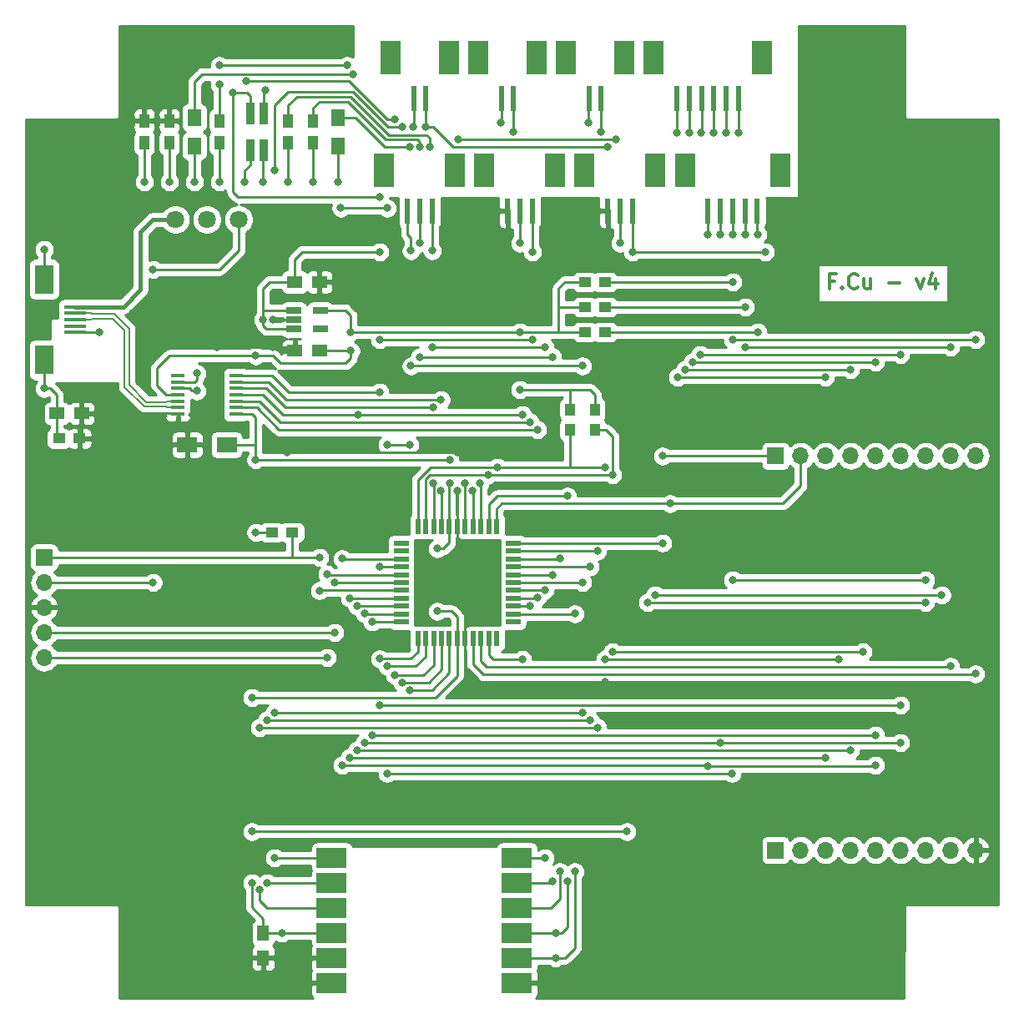
<source format=gbr>
G04 #@! TF.GenerationSoftware,KiCad,Pcbnew,(5.1.0)-1*
G04 #@! TF.CreationDate,2019-06-24T11:39:16+02:00*
G04 #@! TF.ProjectId,USB_Tool,5553425f-546f-46f6-9c2e-6b696361645f,4*
G04 #@! TF.SameCoordinates,Original*
G04 #@! TF.FileFunction,Copper,L1,Top*
G04 #@! TF.FilePolarity,Positive*
%FSLAX46Y46*%
G04 Gerber Fmt 4.6, Leading zero omitted, Abs format (unit mm)*
G04 Created by KiCad (PCBNEW (5.1.0)-1) date 2019-06-24 11:39:16*
%MOMM*%
%LPD*%
G04 APERTURE LIST*
%ADD10C,0.300000*%
%ADD11R,1.700000X1.700000*%
%ADD12O,1.700000X1.700000*%
%ADD13R,0.600000X2.500000*%
%ADD14R,2.000000X3.500000*%
%ADD15R,3.048000X2.032000*%
%ADD16R,2.200000X0.450000*%
%ADD17R,1.900000X3.000000*%
%ADD18C,1.800000*%
%ADD19R,1.000000X1.400000*%
%ADD20R,1.500000X1.250000*%
%ADD21R,1.300000X1.000000*%
%ADD22R,1.000000X1.300000*%
%ADD23R,1.560000X0.650000*%
%ADD24R,0.900000X2.200000*%
%ADD25R,0.550000X1.500000*%
%ADD26R,1.500000X0.550000*%
%ADD27R,1.400000X1.700000*%
%ADD28R,2.000000X1.600000*%
%ADD29R,1.250000X1.500000*%
%ADD30R,1.450000X0.450000*%
%ADD31C,0.800000*%
%ADD32C,0.250000*%
%ADD33C,0.450000*%
%ADD34C,0.200000*%
%ADD35C,0.254000*%
G04 APERTURE END LIST*
D10*
X132701428Y-76562857D02*
X132201428Y-76562857D01*
X132201428Y-77348571D02*
X132201428Y-75848571D01*
X132915714Y-75848571D01*
X133487142Y-77205714D02*
X133558571Y-77277142D01*
X133487142Y-77348571D01*
X133415714Y-77277142D01*
X133487142Y-77205714D01*
X133487142Y-77348571D01*
X135058571Y-77205714D02*
X134987142Y-77277142D01*
X134772857Y-77348571D01*
X134630000Y-77348571D01*
X134415714Y-77277142D01*
X134272857Y-77134285D01*
X134201428Y-76991428D01*
X134130000Y-76705714D01*
X134130000Y-76491428D01*
X134201428Y-76205714D01*
X134272857Y-76062857D01*
X134415714Y-75920000D01*
X134630000Y-75848571D01*
X134772857Y-75848571D01*
X134987142Y-75920000D01*
X135058571Y-75991428D01*
X136344285Y-76348571D02*
X136344285Y-77348571D01*
X135701428Y-76348571D02*
X135701428Y-77134285D01*
X135772857Y-77277142D01*
X135915714Y-77348571D01*
X136130000Y-77348571D01*
X136272857Y-77277142D01*
X136344285Y-77205714D01*
X138201428Y-76777142D02*
X139344285Y-76777142D01*
X141058571Y-76348571D02*
X141415714Y-77348571D01*
X141772857Y-76348571D01*
X142987142Y-76348571D02*
X142987142Y-77348571D01*
X142630000Y-75777142D02*
X142272857Y-76848571D01*
X143201428Y-76848571D01*
D11*
X52540000Y-104610000D03*
D12*
X52540000Y-107150000D03*
X52540000Y-109690000D03*
X52540000Y-112230000D03*
X52540000Y-114770000D03*
D13*
X117975000Y-58020000D03*
X119225000Y-58020000D03*
X116725000Y-58020000D03*
X120475000Y-58020000D03*
D14*
X114375000Y-53920000D03*
X125325000Y-53920000D03*
D13*
X121725000Y-58020000D03*
X122975000Y-58020000D03*
X89390000Y-69450000D03*
D14*
X87040000Y-65350000D03*
X94240000Y-65350000D03*
D13*
X90640000Y-69450000D03*
X91890000Y-69450000D03*
D15*
X100508000Y-135090000D03*
X81712000Y-135090000D03*
X100508000Y-137630000D03*
X81712000Y-137630000D03*
X100508000Y-140170000D03*
X81712000Y-140170000D03*
X100508000Y-142710000D03*
X81712000Y-142710000D03*
X100508000Y-145250000D03*
X81712000Y-145250000D03*
X100508000Y-147790000D03*
X81712000Y-147790000D03*
D16*
X55640000Y-81780000D03*
D17*
X52540000Y-84580000D03*
X52540000Y-76380000D03*
D16*
X55640000Y-81130000D03*
X55640000Y-80480000D03*
X55640000Y-79830000D03*
X55640000Y-79180000D03*
D18*
X65850000Y-70320000D03*
X69050000Y-70320000D03*
X72250000Y-70320000D03*
D14*
X105445000Y-53920000D03*
X111395000Y-53920000D03*
D13*
X107795000Y-58020000D03*
X109045000Y-58020000D03*
X99550000Y-69450000D03*
D14*
X97200000Y-65350000D03*
X104400000Y-65350000D03*
D13*
X100800000Y-69450000D03*
X102050000Y-69450000D03*
X109710000Y-69450000D03*
D14*
X107360000Y-65350000D03*
X114560000Y-65350000D03*
D13*
X110960000Y-69450000D03*
X112210000Y-69450000D03*
D19*
X65240000Y-62555000D03*
X65240000Y-60305000D03*
X62700000Y-62555000D03*
X62700000Y-60305000D03*
D20*
X77960000Y-76670000D03*
X80460000Y-76670000D03*
D21*
X54030000Y-92545000D03*
X56130000Y-92545000D03*
D14*
X96555000Y-53920000D03*
X102505000Y-53920000D03*
D13*
X98905000Y-58020000D03*
X100155000Y-58020000D03*
X119890000Y-69450000D03*
X121140000Y-69450000D03*
X122390000Y-69450000D03*
D14*
X117540000Y-65350000D03*
X127240000Y-65350000D03*
D13*
X123640000Y-69450000D03*
X124890000Y-69450000D03*
D22*
X105880000Y-91690000D03*
X105880000Y-89590000D03*
X108420000Y-91690000D03*
X108420000Y-89590000D03*
D23*
X80560000Y-79530000D03*
X80560000Y-81430000D03*
X77860000Y-81430000D03*
X77860000Y-80480000D03*
X77860000Y-79530000D03*
D21*
X75620000Y-102070000D03*
X77720000Y-102070000D03*
D24*
X74830000Y-59530000D03*
X74830000Y-63330000D03*
X73430000Y-63330000D03*
X73430000Y-59530000D03*
D20*
X80460000Y-83655000D03*
X77960000Y-83655000D03*
X56330000Y-90005000D03*
X53830000Y-90005000D03*
D25*
X98450000Y-101450000D03*
X97650000Y-101450000D03*
X96850000Y-101450000D03*
X96050000Y-101450000D03*
X95250000Y-101450000D03*
X94450000Y-101450000D03*
X93650000Y-101450000D03*
X92850000Y-101450000D03*
X92050000Y-101450000D03*
X91250000Y-101450000D03*
X90450000Y-101450000D03*
D26*
X88750000Y-103150000D03*
X88750000Y-103950000D03*
X88750000Y-104750000D03*
X88750000Y-105550000D03*
X88750000Y-106350000D03*
X88750000Y-107150000D03*
X88750000Y-107950000D03*
X88750000Y-108750000D03*
X88750000Y-109550000D03*
X88750000Y-110350000D03*
X88750000Y-111150000D03*
D25*
X90450000Y-112850000D03*
X91250000Y-112850000D03*
X92050000Y-112850000D03*
X92850000Y-112850000D03*
X93650000Y-112850000D03*
X94450000Y-112850000D03*
X95250000Y-112850000D03*
X96050000Y-112850000D03*
X96850000Y-112850000D03*
X97650000Y-112850000D03*
X98450000Y-112850000D03*
D26*
X100150000Y-111150000D03*
X100150000Y-110350000D03*
X100150000Y-109550000D03*
X100150000Y-108750000D03*
X100150000Y-107950000D03*
X100150000Y-107150000D03*
X100150000Y-106350000D03*
X100150000Y-105550000D03*
X100150000Y-104750000D03*
X100150000Y-103950000D03*
X100150000Y-103150000D03*
D27*
X67780000Y-59980000D03*
X67780000Y-62880000D03*
D28*
X71050000Y-93180000D03*
X67050000Y-93180000D03*
D29*
X74765000Y-142730000D03*
X74765000Y-145230000D03*
D19*
X77305000Y-62555000D03*
X77305000Y-60305000D03*
X70320000Y-62555000D03*
X70320000Y-60305000D03*
X79845000Y-62555000D03*
X79845000Y-60305000D03*
D27*
X82385000Y-59980000D03*
X82385000Y-62880000D03*
D14*
X87665000Y-53920000D03*
X93615000Y-53920000D03*
D13*
X90015000Y-58020000D03*
X91265000Y-58020000D03*
D30*
X72000000Y-90050000D03*
X72000000Y-89400000D03*
X72000000Y-88750000D03*
X72000000Y-88100000D03*
X72000000Y-87450000D03*
X72000000Y-86800000D03*
X72000000Y-86150000D03*
X66100000Y-86150000D03*
X66100000Y-86800000D03*
X66100000Y-87450000D03*
X66100000Y-88100000D03*
X66100000Y-88750000D03*
X66100000Y-89400000D03*
X66100000Y-90050000D03*
D12*
X147050000Y-134300000D03*
X144510000Y-134300000D03*
X141970000Y-134300000D03*
X139430000Y-134300000D03*
X136890000Y-134300000D03*
X134350000Y-134300000D03*
X131810000Y-134300000D03*
X129270000Y-134300000D03*
D11*
X126730000Y-134300000D03*
X126730000Y-94300000D03*
D12*
X129270000Y-94300000D03*
X131810000Y-94300000D03*
X134350000Y-94300000D03*
X136890000Y-94300000D03*
X139430000Y-94300000D03*
X141970000Y-94300000D03*
X144510000Y-94300000D03*
X147050000Y-94300000D03*
D21*
X109470000Y-81750000D03*
X107370000Y-81750000D03*
X107370000Y-79210000D03*
X109470000Y-79210000D03*
X109470000Y-76670000D03*
X107370000Y-76670000D03*
D31*
X52540000Y-87465000D03*
X52540000Y-73368000D03*
X75781000Y-80480000D03*
X75781000Y-83274000D03*
X80480000Y-74765000D03*
X62319000Y-83274000D03*
X109690000Y-71844000D03*
X99530000Y-71844000D03*
X96482000Y-110071000D03*
X96482000Y-103594000D03*
X94450000Y-97879000D03*
X109436000Y-117246500D03*
X109436000Y-131280000D03*
X109436000Y-138138000D03*
X104419500Y-147790000D03*
X77960000Y-145230000D03*
X77940000Y-131280000D03*
X94450000Y-93942000D03*
X77178000Y-93942000D03*
X58128000Y-81750000D03*
X58128000Y-109690000D03*
X58128000Y-90005000D03*
X58128000Y-67907000D03*
X70066000Y-83274000D03*
X72860000Y-66510000D03*
X74765000Y-66510000D03*
X75019000Y-57239000D03*
X106388000Y-136487000D03*
X106388000Y-110325000D03*
X104419500Y-145250000D03*
X75146000Y-137630000D03*
X75146000Y-121120000D03*
X107912000Y-105562500D03*
X107912000Y-121120000D03*
X105626000Y-98387000D03*
X105626000Y-137503000D03*
X104419500Y-142710000D03*
X108674000Y-103975000D03*
X108674000Y-121882000D03*
X74384000Y-138328500D03*
X74384000Y-121882000D03*
X104864000Y-104737000D03*
X104864000Y-136487000D03*
X104102000Y-137503000D03*
X104102000Y-106388000D03*
X90640000Y-72733000D03*
X90640000Y-84290000D03*
X104102000Y-84290000D03*
X89751000Y-73495000D03*
X89751000Y-85179000D03*
X75908000Y-135090000D03*
X75908000Y-120358000D03*
X107150000Y-107150000D03*
X107150000Y-120358000D03*
X107150000Y-85179000D03*
X103340000Y-135090000D03*
X103340000Y-107912000D03*
X91910000Y-73495000D03*
X91910000Y-83274000D03*
X103340000Y-83274000D03*
X119215000Y-61557000D03*
X116802000Y-86322000D03*
X83528000Y-108737500D03*
X83528000Y-124930000D03*
X131788000Y-86322000D03*
X131788000Y-124930000D03*
X118008500Y-61557000D03*
X116040000Y-99149000D03*
X121691500Y-61557000D03*
X118326000Y-84798000D03*
X85814000Y-111150500D03*
X85814000Y-122644000D03*
X136868000Y-84798000D03*
X136868000Y-122644000D03*
X120485000Y-61557000D03*
X117564000Y-85560000D03*
X84290000Y-109563000D03*
X84290000Y-124168000D03*
X134328000Y-85560000D03*
X134328000Y-124168000D03*
X112230000Y-73622000D03*
X102070000Y-73622000D03*
X71717000Y-57493000D03*
X125692000Y-73622000D03*
X86576000Y-73622000D03*
X86576000Y-68034000D03*
X102070000Y-82512000D03*
X86576000Y-82512000D03*
X74750000Y-80465000D03*
X74003000Y-84163000D03*
X76670000Y-142710000D03*
X110960000Y-72733000D03*
X100800000Y-72733000D03*
X92418000Y-110071000D03*
X92418000Y-103721000D03*
X93688000Y-97117000D03*
X73622000Y-137630000D03*
X73622000Y-132423000D03*
X73622000Y-118834000D03*
X74003000Y-102070000D03*
X100800000Y-87592000D03*
X93688000Y-94704000D03*
X74003000Y-94704000D03*
X111658500Y-132423000D03*
X83655000Y-83655000D03*
X100800000Y-81750000D03*
X83655000Y-81750000D03*
X86576000Y-114897000D03*
X122961500Y-61557000D03*
X119088000Y-84036000D03*
X86576000Y-119596000D03*
X139408000Y-84036000D03*
X139408000Y-119596000D03*
X67780000Y-66510000D03*
X90005000Y-60922000D03*
X83876989Y-55555989D03*
X143599000Y-108420000D03*
X114516000Y-108420000D03*
X94577000Y-62192000D03*
X110579000Y-62192000D03*
X101054000Y-114960500D03*
X84417000Y-90132000D03*
X101054000Y-90132000D03*
X96736000Y-97117000D03*
X91656000Y-62954000D03*
X70320000Y-66510000D03*
X70320000Y-56604000D03*
X91275000Y-60922000D03*
X83274000Y-54699000D03*
X70320000Y-54699000D03*
X141948000Y-109182000D03*
X113754000Y-109182000D03*
X109690000Y-62954000D03*
X95975000Y-97879000D03*
X90640000Y-62954000D03*
X95212000Y-97117000D03*
X89624000Y-62954000D03*
X88100000Y-116548000D03*
X88100000Y-60160000D03*
X73056010Y-56280990D03*
X88862000Y-117310000D03*
X88862000Y-60922000D03*
X75908000Y-65367000D03*
X82639000Y-69177000D03*
X89624000Y-118072000D03*
X89624000Y-93180000D03*
X87338000Y-93180000D03*
X87338000Y-69177000D03*
X80480000Y-107975500D03*
X80480000Y-104610000D03*
X98895000Y-60541000D03*
X107785000Y-60541000D03*
X135598000Y-114198500D03*
X110198000Y-114198500D03*
X97625000Y-96228000D03*
X110198000Y-96228000D03*
X100165000Y-61430000D03*
X109055000Y-61430000D03*
X133121500Y-114960500D03*
X109436000Y-114960500D03*
X98514000Y-95466000D03*
X109436000Y-95466000D03*
X68034000Y-85941000D03*
X68034000Y-87719000D03*
X63589000Y-107150000D03*
X63589000Y-75400000D03*
X86588500Y-105550000D03*
X86576000Y-87846000D03*
X92799000Y-97879000D03*
X92799000Y-88608000D03*
X92037000Y-97117000D03*
X92037000Y-89370000D03*
X101816000Y-109563000D03*
X101816000Y-90894000D03*
X102578000Y-108674000D03*
X102578000Y-91656000D03*
X119850000Y-71844000D03*
X82766000Y-104737000D03*
X82766000Y-125692000D03*
X119850000Y-125755500D03*
X136868000Y-125692000D03*
X81242000Y-106324500D03*
X81242000Y-114770000D03*
X82004000Y-107150000D03*
X82004000Y-112230000D03*
X121120000Y-71844000D03*
X85052000Y-110325000D03*
X85052000Y-123406000D03*
X121120000Y-123406000D03*
X139408000Y-123406000D03*
X116738500Y-61557000D03*
X115278500Y-103150000D03*
X115278000Y-94317000D03*
X77305000Y-66510000D03*
X62700000Y-66510000D03*
X65240000Y-66510000D03*
X79845000Y-66510000D03*
X82385000Y-66510000D03*
X87338000Y-115659000D03*
X124930000Y-71844000D03*
X87338000Y-126517500D03*
X141970000Y-106918000D03*
X122326500Y-126517500D03*
X122390000Y-106896000D03*
X124930000Y-81750000D03*
X123660000Y-71844000D03*
X144488000Y-83274000D03*
X123660000Y-83274000D03*
X144488000Y-115659000D03*
X123660000Y-79210000D03*
X122390000Y-71844000D03*
X147028000Y-82512000D03*
X122390000Y-82512000D03*
X147028000Y-116421000D03*
X122390000Y-76670000D03*
D32*
X53830000Y-92345000D02*
X54030000Y-92545000D01*
X53830000Y-90005000D02*
X53830000Y-92345000D01*
X52540000Y-84580000D02*
X52540000Y-87465000D01*
X52540000Y-76380000D02*
X52540000Y-73368000D01*
X52540000Y-87465000D02*
X53175000Y-87465000D01*
X53830000Y-88120000D02*
X53830000Y-90005000D01*
X53175000Y-87465000D02*
X53830000Y-88120000D01*
X77860000Y-80480000D02*
X75781000Y-80480000D01*
X80460000Y-76670000D02*
X80460000Y-74785000D01*
X80460000Y-74785000D02*
X80480000Y-74765000D01*
X62884685Y-83274000D02*
X68161000Y-83274000D01*
X62319000Y-83274000D02*
X62884685Y-83274000D01*
X81692000Y-145230000D02*
X81712000Y-145250000D01*
X81712000Y-147790000D02*
X79210000Y-147790000D01*
X79210000Y-147790000D02*
X77940000Y-146520000D01*
X77940000Y-145250000D02*
X77960000Y-145230000D01*
X77940000Y-146520000D02*
X77940000Y-145250000D01*
X74765000Y-145230000D02*
X77960000Y-145230000D01*
X77960000Y-145230000D02*
X81692000Y-145230000D01*
X109710000Y-69450000D02*
X109710000Y-71824000D01*
X109710000Y-71824000D02*
X109690000Y-71844000D01*
X99530000Y-69470000D02*
X99550000Y-69450000D01*
X99530000Y-71844000D02*
X99530000Y-69470000D01*
X94958000Y-74765000D02*
X80480000Y-74765000D01*
X94450000Y-101450000D02*
X94450000Y-97879000D01*
X64490000Y-60305000D02*
X62700000Y-60305000D01*
X65240000Y-60305000D02*
X64490000Y-60305000D01*
X65990000Y-60305000D02*
X65240000Y-60305000D01*
X66383000Y-60698000D02*
X65990000Y-60305000D01*
X66383000Y-67272000D02*
X66383000Y-60698000D01*
X60033000Y-67907000D02*
X65748000Y-67907000D01*
X65748000Y-67907000D02*
X66383000Y-67272000D01*
X95250000Y-112850000D02*
X95250000Y-115760500D01*
X95250000Y-115760500D02*
X96736000Y-117246500D01*
X96736000Y-117246500D02*
X108229500Y-117246500D01*
X108229500Y-117246500D02*
X109436000Y-117246500D01*
X109436000Y-131280000D02*
X108801000Y-131280000D01*
X146393000Y-136487000D02*
X147050000Y-135830000D01*
X131788000Y-136487000D02*
X146393000Y-136487000D01*
X130137000Y-138138000D02*
X131788000Y-136487000D01*
X130137000Y-138138000D02*
X110071000Y-138138000D01*
X110071000Y-138138000D02*
X109436000Y-138138000D01*
X108293000Y-147790000D02*
X107277000Y-147790000D01*
X109436000Y-138138000D02*
X109436000Y-146647000D01*
X109436000Y-146647000D02*
X108293000Y-147790000D01*
X104419500Y-147790000D02*
X107277000Y-147790000D01*
X100508000Y-147790000D02*
X104419500Y-147790000D01*
X77940000Y-131280000D02*
X108801000Y-131280000D01*
X94450000Y-93942000D02*
X77622500Y-93942000D01*
X77622500Y-93942000D02*
X77178000Y-93942000D01*
X95783500Y-110071000D02*
X96482000Y-110071000D01*
X95250000Y-112850000D02*
X95250000Y-110604500D01*
X95250000Y-110604500D02*
X95783500Y-110071000D01*
X94961730Y-103594000D02*
X96482000Y-103594000D01*
X94450000Y-101450000D02*
X94450000Y-103082270D01*
X94450000Y-103082270D02*
X94961730Y-103594000D01*
X56330000Y-92345000D02*
X56130000Y-92545000D01*
X56330000Y-90005000D02*
X56330000Y-92345000D01*
X55640000Y-81780000D02*
X58098000Y-81780000D01*
X58098000Y-81780000D02*
X58128000Y-81750000D01*
X58128000Y-109690000D02*
X52540000Y-109690000D01*
X56330000Y-90005000D02*
X58128000Y-90005000D01*
X66055000Y-90005000D02*
X66100000Y-90050000D01*
X67050000Y-93180000D02*
X64986000Y-93180000D01*
X64097000Y-92291000D02*
X64097000Y-90005000D01*
X64986000Y-93180000D02*
X64097000Y-92291000D01*
X58128000Y-90005000D02*
X64097000Y-90005000D01*
X64097000Y-90005000D02*
X66055000Y-90005000D01*
X58128000Y-67907000D02*
X60033000Y-67907000D01*
X68161000Y-83274000D02*
X70066000Y-83274000D01*
X70066000Y-83274000D02*
X75781000Y-83274000D01*
X99530000Y-71844000D02*
X99530000Y-73749000D01*
X98514000Y-74765000D02*
X94958000Y-74765000D01*
X99530000Y-73749000D02*
X98514000Y-74765000D01*
X77579000Y-83274000D02*
X75781000Y-83274000D01*
X77960000Y-83655000D02*
X77579000Y-83274000D01*
D33*
X62319000Y-77432000D02*
X62319000Y-71590000D01*
X55640000Y-79180000D02*
X60571000Y-79180000D01*
X60571000Y-79180000D02*
X62319000Y-77432000D01*
X63589000Y-70320000D02*
X62319000Y-71590000D01*
X65850000Y-70320000D02*
X63589000Y-70320000D01*
D32*
X73430000Y-63330000D02*
X73430000Y-64797000D01*
X73430000Y-64797000D02*
X72860000Y-65367000D01*
X72860000Y-65367000D02*
X72860000Y-66510000D01*
X74765000Y-63395000D02*
X74830000Y-63330000D01*
X74765000Y-66510000D02*
X74765000Y-63395000D01*
X74830000Y-57428000D02*
X74830000Y-59530000D01*
X75019000Y-57239000D02*
X74830000Y-57428000D01*
X106388000Y-140043000D02*
X106388000Y-136487000D01*
X106363000Y-110350000D02*
X106388000Y-110325000D01*
X100150000Y-110350000D02*
X106363000Y-110350000D01*
X100508000Y-145250000D02*
X104419500Y-145250000D01*
X104419500Y-145250000D02*
X105372000Y-145250000D01*
X106388000Y-144234000D02*
X106388000Y-140043000D01*
X105372000Y-145250000D02*
X106388000Y-144234000D01*
X81242000Y-137630000D02*
X75146000Y-137630000D01*
X100201000Y-105499000D02*
X100150000Y-105550000D01*
X100150000Y-105550000D02*
X107899500Y-105550000D01*
X107899500Y-105550000D02*
X107912000Y-105562500D01*
X107912000Y-121120000D02*
X75146000Y-121120000D01*
X105626000Y-137503000D02*
X105626000Y-140424000D01*
X100508000Y-142710000D02*
X104419500Y-142710000D01*
X104419500Y-142710000D02*
X105054500Y-142710000D01*
X105626000Y-142138500D02*
X105626000Y-140424000D01*
X105054500Y-142710000D02*
X105626000Y-142138500D01*
X100165000Y-98387000D02*
X105626000Y-98387000D01*
X98487594Y-98387000D02*
X100165000Y-98387000D01*
X97650000Y-101450000D02*
X97650000Y-99224594D01*
X97650000Y-99224594D02*
X98487594Y-98387000D01*
X100175000Y-103975000D02*
X100150000Y-103950000D01*
X108674000Y-103975000D02*
X100175000Y-103975000D01*
X74384000Y-121882000D02*
X108674000Y-121882000D01*
X74384000Y-139408000D02*
X74384000Y-138328500D01*
X81712000Y-140170000D02*
X75146000Y-140170000D01*
X75146000Y-140170000D02*
X74384000Y-139408000D01*
X100150000Y-104750000D02*
X100163000Y-104737000D01*
X100150000Y-104750000D02*
X104851000Y-104750000D01*
X104851000Y-104750000D02*
X104864000Y-104737000D01*
X103911500Y-140170000D02*
X100508000Y-140170000D01*
X104864000Y-136487000D02*
X104864000Y-139217500D01*
X104864000Y-139217500D02*
X103911500Y-140170000D01*
X100508000Y-137630000D02*
X103975000Y-137630000D01*
X103975000Y-137630000D02*
X104102000Y-137503000D01*
X100188000Y-106388000D02*
X100150000Y-106350000D01*
X104102000Y-106388000D02*
X100188000Y-106388000D01*
X90640000Y-69450000D02*
X90640000Y-72733000D01*
X90640000Y-84290000D02*
X104102000Y-84290000D01*
X89390000Y-69450000D02*
X89390000Y-71864000D01*
X89390000Y-71864000D02*
X89751000Y-72225000D01*
X89751000Y-72225000D02*
X89751000Y-73495000D01*
X89751000Y-85179000D02*
X106642000Y-85179000D01*
X81712000Y-135090000D02*
X75908000Y-135090000D01*
X100150000Y-107150000D02*
X107150000Y-107150000D01*
X107150000Y-120358000D02*
X75908000Y-120358000D01*
X107150000Y-85179000D02*
X106642000Y-85179000D01*
X100508000Y-135090000D02*
X103340000Y-135090000D01*
X100188000Y-107912000D02*
X100150000Y-107950000D01*
X103340000Y-107912000D02*
X100188000Y-107912000D01*
X91890000Y-69450000D02*
X91890000Y-73475000D01*
X91890000Y-73475000D02*
X91910000Y-73495000D01*
X91910000Y-83274000D02*
X103340000Y-83274000D01*
X119225000Y-58020000D02*
X119225000Y-61547000D01*
X119225000Y-61547000D02*
X119215000Y-61557000D01*
X88750000Y-108750000D02*
X83540500Y-108750000D01*
X83540500Y-108750000D02*
X83528000Y-108737500D01*
X83528000Y-124930000D02*
X131788000Y-124930000D01*
X116802000Y-86322000D02*
X131788000Y-86322000D01*
X117975000Y-58020000D02*
X117975000Y-61523500D01*
X117975000Y-61523500D02*
X118008500Y-61557000D01*
X113754000Y-99149000D02*
X116040000Y-99149000D01*
X98977643Y-99149000D02*
X113754000Y-99149000D01*
X98450000Y-101450000D02*
X98450000Y-99676643D01*
X98450000Y-99676643D02*
X98977643Y-99149000D01*
X116040000Y-99149000D02*
X127470000Y-99149000D01*
X129270000Y-97349000D02*
X127470000Y-99149000D01*
X129270000Y-94300000D02*
X129270000Y-97349000D01*
X121725000Y-61523500D02*
X121691500Y-61557000D01*
X121725000Y-58020000D02*
X121725000Y-61523500D01*
X88750000Y-111150000D02*
X85814500Y-111150000D01*
X85814500Y-111150000D02*
X85814000Y-111150500D01*
X85814000Y-122644000D02*
X136868000Y-122644000D01*
X118326000Y-84798000D02*
X136868000Y-84798000D01*
X120475000Y-61547000D02*
X120485000Y-61557000D01*
X120475000Y-58020000D02*
X120475000Y-61547000D01*
X88750000Y-109550000D02*
X84303000Y-109550000D01*
X84303000Y-109550000D02*
X84290000Y-109563000D01*
X84290000Y-124168000D02*
X134328000Y-124168000D01*
X134328000Y-85560000D02*
X117564000Y-85560000D01*
X76830000Y-79530000D02*
X77860000Y-79530000D01*
X74750000Y-79530000D02*
X76830000Y-79530000D01*
X112210000Y-69450000D02*
X112210000Y-73602000D01*
X112210000Y-73602000D02*
X112230000Y-73622000D01*
X102070000Y-69470000D02*
X102050000Y-69450000D01*
X102070000Y-73622000D02*
X102070000Y-69470000D01*
X72225000Y-68034000D02*
X85179000Y-68034000D01*
X71717000Y-67526000D02*
X72225000Y-68034000D01*
X73430000Y-59530000D02*
X73430000Y-57809000D01*
X73430000Y-57809000D02*
X73114000Y-57493000D01*
X73114000Y-57493000D02*
X71717000Y-57493000D01*
X71717000Y-57493000D02*
X71717000Y-58255000D01*
X71717000Y-57874000D02*
X71717000Y-58255000D01*
X71717000Y-58255000D02*
X71717000Y-67526000D01*
X124231500Y-73622000D02*
X125692000Y-73622000D01*
X124231500Y-73622000D02*
X112230000Y-73622000D01*
X86576000Y-68034000D02*
X85179000Y-68034000D01*
X102070000Y-82512000D02*
X86576000Y-82512000D01*
X77860000Y-81430000D02*
X75080000Y-81430000D01*
X74750000Y-81100000D02*
X74750000Y-80719000D01*
X75080000Y-81430000D02*
X74750000Y-81100000D01*
X85179000Y-73622000D02*
X86576000Y-73622000D01*
X78702000Y-73622000D02*
X85179000Y-73622000D01*
X77960000Y-76670000D02*
X77960000Y-74364000D01*
X77960000Y-74364000D02*
X78702000Y-73622000D01*
X75400000Y-76670000D02*
X77960000Y-76670000D01*
X74750000Y-79530000D02*
X74750000Y-77320000D01*
X74750000Y-77320000D02*
X75400000Y-76670000D01*
X74750000Y-80719000D02*
X74750000Y-80465000D01*
X74750000Y-80465000D02*
X74750000Y-79530000D01*
X72000000Y-90050000D02*
X73667000Y-90050000D01*
X73667000Y-90050000D02*
X74003000Y-90386000D01*
X74003000Y-90386000D02*
X74003000Y-91021000D01*
X71050000Y-93180000D02*
X73495000Y-93180000D01*
X74003000Y-92672000D02*
X74003000Y-91021000D01*
X74785000Y-142710000D02*
X74765000Y-142730000D01*
X76670000Y-142710000D02*
X74785000Y-142710000D01*
X81712000Y-142710000D02*
X76670000Y-142710000D01*
X110960000Y-69450000D02*
X110960000Y-72733000D01*
X100800000Y-72733000D02*
X100800000Y-69450000D01*
X73495000Y-93180000D02*
X74003000Y-93180000D01*
X74003000Y-92672000D02*
X74003000Y-93180000D01*
X93650000Y-101450000D02*
X93650000Y-97155000D01*
X93650000Y-97155000D02*
X93688000Y-97117000D01*
X94450000Y-112850000D02*
X94450000Y-116606616D01*
X94450000Y-116606616D02*
X92222616Y-118834000D01*
X74765000Y-142730000D02*
X74765000Y-141249500D01*
X74765000Y-141249500D02*
X73622000Y-140106500D01*
X73622000Y-140106500D02*
X73622000Y-137630000D01*
X92222616Y-118834000D02*
X73622000Y-118834000D01*
X74003000Y-102070000D02*
X75620000Y-102070000D01*
X105880000Y-89590000D02*
X105880000Y-87592000D01*
X100800000Y-87592000D02*
X105880000Y-87592000D01*
X108420000Y-89590000D02*
X108420000Y-88100000D01*
X107912000Y-87592000D02*
X105880000Y-87592000D01*
X108420000Y-88100000D02*
X107912000Y-87592000D01*
X93688000Y-94704000D02*
X74701500Y-94704000D01*
X74701500Y-94704000D02*
X74003000Y-94704000D01*
X74003000Y-94704000D02*
X74003000Y-93180000D01*
X73622000Y-132423000D02*
X111658500Y-132423000D01*
X93878147Y-110071000D02*
X92418000Y-110071000D01*
X94450000Y-112850000D02*
X94450000Y-110642853D01*
X94450000Y-110642853D02*
X93878147Y-110071000D01*
X93053000Y-103721000D02*
X92418000Y-103721000D01*
X93650000Y-101450000D02*
X93650000Y-103124000D01*
X93650000Y-103124000D02*
X93053000Y-103721000D01*
X66100000Y-88100000D02*
X64922500Y-88100000D01*
X64922500Y-88100000D02*
X63970000Y-87147500D01*
X63970000Y-87147500D02*
X63970000Y-85433000D01*
X65240000Y-84163000D02*
X66256000Y-84163000D01*
X63970000Y-85433000D02*
X65240000Y-84163000D01*
X66256000Y-84163000D02*
X74003000Y-84163000D01*
X75781000Y-84163000D02*
X74003000Y-84163000D01*
X76543000Y-84925000D02*
X75781000Y-84163000D01*
X82512000Y-84925000D02*
X76543000Y-84925000D01*
X83655000Y-83655000D02*
X83655000Y-84417000D01*
X83147000Y-84925000D02*
X82512000Y-84925000D01*
X83655000Y-84417000D02*
X83147000Y-84925000D01*
X80460000Y-83655000D02*
X83655000Y-83655000D01*
X100800000Y-81750000D02*
X83655000Y-81750000D01*
X83086000Y-79530000D02*
X80560000Y-79530000D01*
X83655000Y-80099000D02*
X83086000Y-79530000D01*
X83655000Y-81750000D02*
X83655000Y-80099000D01*
X107370000Y-76670000D02*
X105372000Y-76670000D01*
X105372000Y-76670000D02*
X104737000Y-77305000D01*
X107370000Y-81750000D02*
X104737000Y-81750000D01*
X104737000Y-81750000D02*
X100800000Y-81750000D01*
X107370000Y-79210000D02*
X104737000Y-79210000D01*
X104737000Y-77305000D02*
X104737000Y-79210000D01*
X104737000Y-79210000D02*
X104737000Y-81750000D01*
X90450000Y-112850000D02*
X90450000Y-114198000D01*
X90450000Y-114198000D02*
X89751000Y-114897000D01*
X89751000Y-114897000D02*
X86576000Y-114897000D01*
X122975000Y-58020000D02*
X122975000Y-61543500D01*
X122975000Y-61543500D02*
X122961500Y-61557000D01*
X86576000Y-119596000D02*
X90195500Y-119596000D01*
X90195500Y-119596000D02*
X139408000Y-119596000D01*
X119088000Y-84036000D02*
X139408000Y-84036000D01*
X67780000Y-66510000D02*
X67780000Y-62880000D01*
X68574011Y-55555989D02*
X67780000Y-56350000D01*
X67780000Y-56350000D02*
X67780000Y-59980000D01*
X82036011Y-55555989D02*
X83622989Y-55555989D01*
X82036011Y-55555989D02*
X68574011Y-55555989D01*
X90015000Y-58020000D02*
X90015000Y-60912000D01*
X90015000Y-60912000D02*
X90005000Y-60922000D01*
X83876989Y-55555989D02*
X82036011Y-55555989D01*
X143599000Y-108420000D02*
X114516000Y-108420000D01*
X94577000Y-62192000D02*
X110579000Y-62192000D01*
X98069500Y-114960500D02*
X99657000Y-114960500D01*
X97650000Y-112850000D02*
X97650000Y-114541000D01*
X97650000Y-114541000D02*
X98069500Y-114960500D01*
X99657000Y-114960500D02*
X101054000Y-114960500D01*
X72000000Y-88100000D02*
X74257000Y-88100000D01*
X72000000Y-88100000D02*
X74701500Y-88100000D01*
X76733500Y-90132000D02*
X84417000Y-90132000D01*
X74701500Y-88100000D02*
X76733500Y-90132000D01*
X84417000Y-90132000D02*
X101054000Y-90132000D01*
D34*
X60697000Y-87304200D02*
X62692800Y-89300000D01*
X55640000Y-80480000D02*
X57290001Y-80480000D01*
X57290001Y-80480000D02*
X57390001Y-80380000D01*
X59487800Y-80380000D02*
X60697000Y-81589200D01*
X60697000Y-81589200D02*
X60697000Y-87304200D01*
X57390001Y-80380000D02*
X59487800Y-80380000D01*
X64912499Y-89300000D02*
X65012499Y-89400000D01*
X65012499Y-89400000D02*
X66100000Y-89400000D01*
X62692800Y-89300000D02*
X64912499Y-89300000D01*
X64912499Y-88850000D02*
X65012499Y-88750000D01*
X65012499Y-88750000D02*
X66100000Y-88750000D01*
X57390001Y-79930000D02*
X59674200Y-79930000D01*
X57290001Y-79830000D02*
X57390001Y-79930000D01*
X61147000Y-81402800D02*
X61147000Y-87117800D01*
X55640000Y-79830000D02*
X57290001Y-79830000D01*
X61147000Y-87117800D02*
X62879200Y-88850000D01*
X59674200Y-79930000D02*
X61147000Y-81402800D01*
X62879200Y-88850000D02*
X64912499Y-88850000D01*
D32*
X96850000Y-97231000D02*
X96736000Y-97117000D01*
X96850000Y-101450000D02*
X96850000Y-97231000D01*
X91656000Y-62954000D02*
X91656000Y-62065000D01*
X91332990Y-61741990D02*
X87486410Y-61741990D01*
X87486410Y-61741990D02*
X83618420Y-57874000D01*
X77305000Y-58763000D02*
X77305000Y-60305000D01*
X83618420Y-57874000D02*
X78194000Y-57874000D01*
X91656000Y-62065000D02*
X91332990Y-61741990D01*
X78194000Y-57874000D02*
X77305000Y-58763000D01*
X70320000Y-66510000D02*
X70320000Y-62555000D01*
X70320000Y-56858000D02*
X70320000Y-56604000D01*
X70320000Y-56858000D02*
X70320000Y-60305000D01*
X91265000Y-58020000D02*
X91265000Y-60912000D01*
X91265000Y-60912000D02*
X91275000Y-60922000D01*
X83274000Y-54699000D02*
X70320000Y-54699000D01*
X141948000Y-109182000D02*
X113754000Y-109182000D01*
X92037000Y-60922000D02*
X94069000Y-62954000D01*
X91275000Y-60922000D02*
X92037000Y-60922000D01*
X109690000Y-62954000D02*
X94069000Y-62954000D01*
X96050000Y-101450000D02*
X96050000Y-97954000D01*
X96050000Y-97954000D02*
X95975000Y-97879000D01*
X90640000Y-62446000D02*
X90640000Y-62954000D01*
X79845000Y-60305000D02*
X79845000Y-59017000D01*
X79845000Y-59017000D02*
X80480000Y-58382000D01*
X80480000Y-58382000D02*
X83401000Y-58382000D01*
X83401000Y-58382000D02*
X87211000Y-62192000D01*
X87211000Y-62192000D02*
X90386000Y-62192000D01*
X90386000Y-62192000D02*
X90640000Y-62446000D01*
X95250000Y-101450000D02*
X95250000Y-97155000D01*
X95250000Y-97155000D02*
X95212000Y-97117000D01*
X87084000Y-62954000D02*
X89624000Y-62954000D01*
X82385000Y-59980000D02*
X84110000Y-59980000D01*
X84110000Y-59980000D02*
X87084000Y-62954000D01*
X83460400Y-56280990D02*
X73691010Y-56280990D01*
X87339410Y-60160000D02*
X83460400Y-56280990D01*
X88100000Y-60160000D02*
X87339410Y-60160000D01*
X92050000Y-112850000D02*
X92050000Y-115519000D01*
X92050000Y-115519000D02*
X91021000Y-116548000D01*
X91021000Y-116548000D02*
X88100000Y-116548000D01*
X73691010Y-56280990D02*
X73056010Y-56280990D01*
X92850000Y-115989000D02*
X91555168Y-117283832D01*
X92850000Y-112850000D02*
X92850000Y-115989000D01*
X91555168Y-117283832D02*
X88888168Y-117283832D01*
X88888168Y-117283832D02*
X88862000Y-117310000D01*
X87439880Y-60922000D02*
X88862000Y-60922000D01*
X83883880Y-57366000D02*
X87439880Y-60922000D01*
X77305000Y-57366000D02*
X83883880Y-57366000D01*
X75908000Y-61684000D02*
X75908000Y-58763000D01*
X75908000Y-58763000D02*
X77305000Y-57366000D01*
X75908000Y-65367000D02*
X75908000Y-61684000D01*
X82639000Y-69177000D02*
X86703000Y-69177000D01*
X93650000Y-112850000D02*
X93650000Y-116332000D01*
X93650000Y-116332000D02*
X91910000Y-118072000D01*
X91910000Y-118072000D02*
X89624000Y-118072000D01*
X89624000Y-93180000D02*
X87338000Y-93180000D01*
X87338000Y-69177000D02*
X86703000Y-69177000D01*
X88750000Y-107950000D02*
X80505500Y-107950000D01*
X80505500Y-107950000D02*
X80480000Y-107975500D01*
X80480000Y-104610000D02*
X78765500Y-104610000D01*
X77720000Y-104576000D02*
X77686000Y-104610000D01*
X77720000Y-102070000D02*
X77720000Y-104576000D01*
X78765500Y-104610000D02*
X77686000Y-104610000D01*
X77686000Y-104610000D02*
X52540000Y-104610000D01*
X98905000Y-58020000D02*
X98905000Y-60531000D01*
X98905000Y-60531000D02*
X98895000Y-60541000D01*
X107785000Y-58030000D02*
X107795000Y-58020000D01*
X107785000Y-60541000D02*
X107785000Y-58030000D01*
X111087000Y-114198500D02*
X135598000Y-114198500D01*
X111087000Y-114198500D02*
X110198000Y-114198500D01*
X91250000Y-101450000D02*
X91250000Y-96634000D01*
X91250000Y-96634000D02*
X91656000Y-96228000D01*
X91656000Y-96228000D02*
X97625000Y-96228000D01*
X97625000Y-96228000D02*
X110198000Y-96228000D01*
X109533500Y-91690000D02*
X110198000Y-92354500D01*
X108420000Y-91690000D02*
X109533500Y-91690000D01*
X110198000Y-96228000D02*
X110198000Y-92354500D01*
X100155000Y-58020000D02*
X100155000Y-61420000D01*
X100155000Y-61420000D02*
X100165000Y-61430000D01*
X109055000Y-58030000D02*
X109045000Y-58020000D01*
X109055000Y-61430000D02*
X109055000Y-58030000D01*
X110325000Y-114960500D02*
X133121500Y-114960500D01*
X109436000Y-114960500D02*
X110325000Y-114960500D01*
X90450000Y-97816000D02*
X90450000Y-96735500D01*
X90450000Y-97816000D02*
X90450000Y-101450000D01*
X90450000Y-96735500D02*
X91465500Y-95720000D01*
X91465500Y-95720000D02*
X91719500Y-95466000D01*
X91719500Y-95466000D02*
X98514000Y-95466000D01*
X105880000Y-91690000D02*
X105880000Y-95466000D01*
X98514000Y-95466000D02*
X105880000Y-95466000D01*
X105880000Y-95466000D02*
X109436000Y-95466000D01*
X68034000Y-86576000D02*
X68034000Y-85941000D01*
X67810000Y-86800000D02*
X68034000Y-86576000D01*
X66100000Y-86800000D02*
X67810000Y-86800000D01*
X67526000Y-87719000D02*
X67257000Y-87450000D01*
X68034000Y-87719000D02*
X67526000Y-87719000D01*
X66100000Y-87450000D02*
X67257000Y-87450000D01*
X63589000Y-107150000D02*
X52540000Y-107150000D01*
X72250000Y-70320000D02*
X72250000Y-73470000D01*
X70320000Y-75400000D02*
X63589000Y-75400000D01*
X72250000Y-73470000D02*
X70320000Y-75400000D01*
X88737500Y-105562500D02*
X88750000Y-105550000D01*
X88750000Y-105550000D02*
X86588500Y-105550000D01*
X75672500Y-86150000D02*
X72000000Y-86150000D01*
X77368500Y-87846000D02*
X75672500Y-86150000D01*
X86576000Y-87846000D02*
X77368500Y-87846000D01*
X92850000Y-101450000D02*
X92850000Y-97930000D01*
X92850000Y-97930000D02*
X92799000Y-97879000D01*
X72000000Y-86800000D02*
X75306500Y-86800000D01*
X75306500Y-86800000D02*
X77114500Y-88608000D01*
X77114500Y-88608000D02*
X92799000Y-88608000D01*
X92050000Y-101450000D02*
X92050000Y-97130000D01*
X92050000Y-97130000D02*
X92037000Y-97117000D01*
X76987500Y-89370000D02*
X92037000Y-89370000D01*
X72000000Y-87450000D02*
X75067500Y-87450000D01*
X75067500Y-87450000D02*
X76987500Y-89370000D01*
X100150000Y-109550000D02*
X101803000Y-109550000D01*
X101803000Y-109550000D02*
X101816000Y-109563000D01*
X76517624Y-90894000D02*
X101816000Y-90894000D01*
X72000000Y-88750000D02*
X74373624Y-88750000D01*
X74373624Y-88750000D02*
X76517624Y-90894000D01*
X100150000Y-108750000D02*
X102502000Y-108750000D01*
X102502000Y-108750000D02*
X102578000Y-108674000D01*
X72000000Y-89400000D02*
X74096500Y-89400000D01*
X76352500Y-91656000D02*
X102578000Y-91656000D01*
X74096500Y-89400000D02*
X76352500Y-91656000D01*
X119890000Y-69450000D02*
X119890000Y-71804000D01*
X119890000Y-71804000D02*
X119850000Y-71844000D01*
X88750000Y-104750000D02*
X82779000Y-104750000D01*
X82779000Y-104750000D02*
X82766000Y-104737000D01*
X119786500Y-125692000D02*
X119850000Y-125755500D01*
X82766000Y-125692000D02*
X119786500Y-125692000D01*
X136804500Y-125755500D02*
X119850000Y-125755500D01*
X136868000Y-125692000D02*
X136804500Y-125755500D01*
X52540000Y-114770000D02*
X79210000Y-114770000D01*
X80480000Y-114770000D02*
X79210000Y-114770000D01*
X88750000Y-106350000D02*
X81267500Y-106350000D01*
X81267500Y-106350000D02*
X81242000Y-106324500D01*
X81242000Y-114770000D02*
X80480000Y-114770000D01*
X79533315Y-112230000D02*
X52540000Y-112230000D01*
X80099000Y-112230000D02*
X79533315Y-112230000D01*
X81242000Y-112230000D02*
X80099000Y-112230000D01*
X88750000Y-107150000D02*
X82004000Y-107150000D01*
X82004000Y-112230000D02*
X81242000Y-112230000D01*
X121140000Y-69450000D02*
X121140000Y-71824000D01*
X121140000Y-71824000D02*
X121120000Y-71844000D01*
X88750000Y-110350000D02*
X85077000Y-110350000D01*
X85077000Y-110350000D02*
X85052000Y-110325000D01*
X85052000Y-123406000D02*
X121120000Y-123406000D01*
X121120000Y-123406000D02*
X139408000Y-123406000D01*
X116725000Y-58020000D02*
X116725000Y-59729000D01*
X116725000Y-58020000D02*
X116725000Y-61543500D01*
X116725000Y-61543500D02*
X116738500Y-61557000D01*
X100150000Y-103150000D02*
X112991500Y-103150000D01*
X112991500Y-103150000D02*
X115215000Y-103150000D01*
X115215000Y-103150000D02*
X115278500Y-103150000D01*
X115295000Y-94300000D02*
X115278000Y-94317000D01*
X126730000Y-94300000D02*
X115295000Y-94300000D01*
X77305000Y-62555000D02*
X77305000Y-66510000D01*
X62700000Y-62555000D02*
X62700000Y-66510000D01*
X65240000Y-65944315D02*
X65240000Y-62555000D01*
X65240000Y-66510000D02*
X65240000Y-65944315D01*
X79845000Y-66510000D02*
X79845000Y-62555000D01*
X82385000Y-66510000D02*
X82385000Y-62880000D01*
X91250000Y-112850000D02*
X91250000Y-114668000D01*
X91250000Y-114668000D02*
X90259000Y-115659000D01*
X90259000Y-115659000D02*
X87338000Y-115659000D01*
X124890000Y-69450000D02*
X124890000Y-71804000D01*
X124890000Y-71804000D02*
X124930000Y-71844000D01*
X141948000Y-106896000D02*
X141970000Y-106918000D01*
X124930000Y-106896000D02*
X141948000Y-106896000D01*
X87338000Y-126517500D02*
X122326500Y-126517500D01*
X124930000Y-106896000D02*
X122390000Y-106896000D01*
X109470000Y-81750000D02*
X124930000Y-81750000D01*
X123640000Y-69450000D02*
X123640000Y-71824000D01*
X123640000Y-71824000D02*
X123660000Y-71844000D01*
X96850000Y-112850000D02*
X96850000Y-115138000D01*
X96850000Y-115138000D02*
X97434500Y-115722500D01*
X144424500Y-115722500D02*
X144488000Y-115659000D01*
X97434500Y-115722500D02*
X144424500Y-115722500D01*
X109470000Y-79210000D02*
X123660000Y-79210000D01*
X144488000Y-83274000D02*
X123660000Y-83274000D01*
X122390000Y-69450000D02*
X122390000Y-71844000D01*
X146964500Y-116484500D02*
X147028000Y-116421000D01*
X97117000Y-116484500D02*
X146964500Y-116484500D01*
X96050000Y-112850000D02*
X96050000Y-115417500D01*
X96050000Y-115417500D02*
X97117000Y-116484500D01*
X109470000Y-76670000D02*
X122390000Y-76670000D01*
X122390000Y-82512000D02*
X147028000Y-82512000D01*
D35*
G36*
X83873000Y-53854455D02*
G01*
X83764256Y-53781795D01*
X83575898Y-53703774D01*
X83375939Y-53664000D01*
X83172061Y-53664000D01*
X82972102Y-53703774D01*
X82783744Y-53781795D01*
X82614226Y-53895063D01*
X82570289Y-53939000D01*
X71023711Y-53939000D01*
X70979774Y-53895063D01*
X70810256Y-53781795D01*
X70621898Y-53703774D01*
X70421939Y-53664000D01*
X70218061Y-53664000D01*
X70018102Y-53703774D01*
X69829744Y-53781795D01*
X69660226Y-53895063D01*
X69516063Y-54039226D01*
X69402795Y-54208744D01*
X69324774Y-54397102D01*
X69285000Y-54597061D01*
X69285000Y-54795989D01*
X68611333Y-54795989D01*
X68574010Y-54792313D01*
X68536687Y-54795989D01*
X68536678Y-54795989D01*
X68425025Y-54806986D01*
X68289864Y-54847986D01*
X68281764Y-54850443D01*
X68149734Y-54921015D01*
X68066094Y-54989657D01*
X68034010Y-55015988D01*
X68010212Y-55044987D01*
X67269002Y-55786197D01*
X67239999Y-55809999D01*
X67200699Y-55857887D01*
X67145026Y-55925724D01*
X67111341Y-55988744D01*
X67074454Y-56057754D01*
X67030997Y-56201015D01*
X67020000Y-56312668D01*
X67020000Y-56312678D01*
X67016324Y-56350000D01*
X67020000Y-56387323D01*
X67020001Y-58497837D01*
X66955518Y-58504188D01*
X66835820Y-58540498D01*
X66725506Y-58599463D01*
X66628815Y-58678815D01*
X66549463Y-58775506D01*
X66490498Y-58885820D01*
X66454188Y-59005518D01*
X66441928Y-59130000D01*
X66441928Y-60830000D01*
X66454188Y-60954482D01*
X66490498Y-61074180D01*
X66549463Y-61184494D01*
X66628815Y-61281185D01*
X66725506Y-61360537D01*
X66835820Y-61419502D01*
X66870427Y-61430000D01*
X66835820Y-61440498D01*
X66725506Y-61499463D01*
X66628815Y-61578815D01*
X66549463Y-61675506D01*
X66490498Y-61785820D01*
X66454188Y-61905518D01*
X66441928Y-62030000D01*
X66441928Y-63730000D01*
X66454188Y-63854482D01*
X66490498Y-63974180D01*
X66549463Y-64084494D01*
X66628815Y-64181185D01*
X66725506Y-64260537D01*
X66835820Y-64319502D01*
X66955518Y-64355812D01*
X67020001Y-64362163D01*
X67020000Y-65806289D01*
X66976063Y-65850226D01*
X66862795Y-66019744D01*
X66784774Y-66208102D01*
X66745000Y-66408061D01*
X66745000Y-66611939D01*
X66784774Y-66811898D01*
X66862795Y-67000256D01*
X66976063Y-67169774D01*
X67120226Y-67313937D01*
X67289744Y-67427205D01*
X67478102Y-67505226D01*
X67678061Y-67545000D01*
X67881939Y-67545000D01*
X68081898Y-67505226D01*
X68270256Y-67427205D01*
X68439774Y-67313937D01*
X68583937Y-67169774D01*
X68697205Y-67000256D01*
X68775226Y-66811898D01*
X68815000Y-66611939D01*
X68815000Y-66408061D01*
X68775226Y-66208102D01*
X68697205Y-66019744D01*
X68583937Y-65850226D01*
X68540000Y-65806289D01*
X68540000Y-64362163D01*
X68604482Y-64355812D01*
X68724180Y-64319502D01*
X68834494Y-64260537D01*
X68931185Y-64181185D01*
X69010537Y-64084494D01*
X69069502Y-63974180D01*
X69105812Y-63854482D01*
X69118072Y-63730000D01*
X69118072Y-62030000D01*
X69105812Y-61905518D01*
X69069502Y-61785820D01*
X69010537Y-61675506D01*
X68931185Y-61578815D01*
X68834494Y-61499463D01*
X68724180Y-61440498D01*
X68689573Y-61430000D01*
X68724180Y-61419502D01*
X68834494Y-61360537D01*
X68931185Y-61281185D01*
X69010537Y-61184494D01*
X69069502Y-61074180D01*
X69105812Y-60954482D01*
X69118072Y-60830000D01*
X69118072Y-59130000D01*
X69105812Y-59005518D01*
X69069502Y-58885820D01*
X69010537Y-58775506D01*
X68931185Y-58678815D01*
X68834494Y-58599463D01*
X68724180Y-58540498D01*
X68604482Y-58504188D01*
X68540000Y-58497837D01*
X68540000Y-56664801D01*
X68888813Y-56315989D01*
X69322012Y-56315989D01*
X69285000Y-56502061D01*
X69285000Y-56705939D01*
X69324774Y-56905898D01*
X69402795Y-57094256D01*
X69516063Y-57263774D01*
X69560000Y-57307711D01*
X69560001Y-59023954D01*
X69465506Y-59074463D01*
X69368815Y-59153815D01*
X69289463Y-59250506D01*
X69230498Y-59360820D01*
X69194188Y-59480518D01*
X69181928Y-59605000D01*
X69181928Y-61005000D01*
X69194188Y-61129482D01*
X69230498Y-61249180D01*
X69289463Y-61359494D01*
X69347326Y-61430000D01*
X69289463Y-61500506D01*
X69230498Y-61610820D01*
X69194188Y-61730518D01*
X69181928Y-61855000D01*
X69181928Y-63255000D01*
X69194188Y-63379482D01*
X69230498Y-63499180D01*
X69289463Y-63609494D01*
X69368815Y-63706185D01*
X69465506Y-63785537D01*
X69560001Y-63836046D01*
X69560000Y-65806289D01*
X69516063Y-65850226D01*
X69402795Y-66019744D01*
X69324774Y-66208102D01*
X69285000Y-66408061D01*
X69285000Y-66611939D01*
X69324774Y-66811898D01*
X69402795Y-67000256D01*
X69516063Y-67169774D01*
X69660226Y-67313937D01*
X69829744Y-67427205D01*
X70018102Y-67505226D01*
X70218061Y-67545000D01*
X70421939Y-67545000D01*
X70621898Y-67505226D01*
X70810256Y-67427205D01*
X70957001Y-67329153D01*
X70957001Y-67488668D01*
X70953324Y-67526000D01*
X70957001Y-67563333D01*
X70967998Y-67674986D01*
X70981180Y-67718442D01*
X71011454Y-67818246D01*
X71082026Y-67950276D01*
X71150737Y-68034000D01*
X71177000Y-68066001D01*
X71205998Y-68089799D01*
X71661200Y-68545002D01*
X71684999Y-68574001D01*
X71800724Y-68668974D01*
X71932753Y-68739546D01*
X72076014Y-68783003D01*
X72097979Y-68785166D01*
X71802257Y-68843989D01*
X71522905Y-68959701D01*
X71271495Y-69127688D01*
X71057688Y-69341495D01*
X70889701Y-69592905D01*
X70773989Y-69872257D01*
X70715000Y-70168816D01*
X70715000Y-70471184D01*
X70773989Y-70767743D01*
X70889701Y-71047095D01*
X71057688Y-71298505D01*
X71271495Y-71512312D01*
X71490000Y-71658313D01*
X71490001Y-73155197D01*
X70005199Y-74640000D01*
X64292711Y-74640000D01*
X64248774Y-74596063D01*
X64079256Y-74482795D01*
X63890898Y-74404774D01*
X63690939Y-74365000D01*
X63487061Y-74365000D01*
X63287102Y-74404774D01*
X63179000Y-74449552D01*
X63179000Y-71946223D01*
X63945224Y-71180000D01*
X64578505Y-71180000D01*
X64657688Y-71298505D01*
X64871495Y-71512312D01*
X65122905Y-71680299D01*
X65402257Y-71796011D01*
X65698816Y-71855000D01*
X66001184Y-71855000D01*
X66297743Y-71796011D01*
X66577095Y-71680299D01*
X66828505Y-71512312D01*
X67042312Y-71298505D01*
X67210299Y-71047095D01*
X67326011Y-70767743D01*
X67385000Y-70471184D01*
X67385000Y-70168816D01*
X67515000Y-70168816D01*
X67515000Y-70471184D01*
X67573989Y-70767743D01*
X67689701Y-71047095D01*
X67857688Y-71298505D01*
X68071495Y-71512312D01*
X68322905Y-71680299D01*
X68602257Y-71796011D01*
X68898816Y-71855000D01*
X69201184Y-71855000D01*
X69497743Y-71796011D01*
X69777095Y-71680299D01*
X70028505Y-71512312D01*
X70242312Y-71298505D01*
X70410299Y-71047095D01*
X70526011Y-70767743D01*
X70585000Y-70471184D01*
X70585000Y-70168816D01*
X70526011Y-69872257D01*
X70410299Y-69592905D01*
X70242312Y-69341495D01*
X70028505Y-69127688D01*
X69777095Y-68959701D01*
X69497743Y-68843989D01*
X69201184Y-68785000D01*
X68898816Y-68785000D01*
X68602257Y-68843989D01*
X68322905Y-68959701D01*
X68071495Y-69127688D01*
X67857688Y-69341495D01*
X67689701Y-69592905D01*
X67573989Y-69872257D01*
X67515000Y-70168816D01*
X67385000Y-70168816D01*
X67326011Y-69872257D01*
X67210299Y-69592905D01*
X67042312Y-69341495D01*
X66828505Y-69127688D01*
X66577095Y-68959701D01*
X66297743Y-68843989D01*
X66001184Y-68785000D01*
X65698816Y-68785000D01*
X65402257Y-68843989D01*
X65122905Y-68959701D01*
X64871495Y-69127688D01*
X64657688Y-69341495D01*
X64578505Y-69460000D01*
X63631238Y-69460000D01*
X63588999Y-69455840D01*
X63546760Y-69460000D01*
X63546754Y-69460000D01*
X63445235Y-69469999D01*
X63420410Y-69472444D01*
X63371235Y-69487361D01*
X63258300Y-69521619D01*
X63108898Y-69601476D01*
X62977946Y-69708946D01*
X62951017Y-69741760D01*
X61740760Y-70952017D01*
X61707947Y-70978946D01*
X61681018Y-71011759D01*
X61681016Y-71011761D01*
X61600477Y-71109898D01*
X61520620Y-71259300D01*
X61471444Y-71421411D01*
X61454840Y-71590000D01*
X61459001Y-71632249D01*
X61459000Y-77075776D01*
X60214777Y-78320000D01*
X56771192Y-78320000D01*
X56740000Y-78316928D01*
X54540000Y-78316928D01*
X54415518Y-78329188D01*
X54295820Y-78365498D01*
X54185506Y-78424463D01*
X54088815Y-78503815D01*
X54009463Y-78600506D01*
X53950498Y-78710820D01*
X53914188Y-78830518D01*
X53901928Y-78955000D01*
X53901928Y-79405000D01*
X53911777Y-79505000D01*
X53901928Y-79605000D01*
X53901928Y-80055000D01*
X53911777Y-80155000D01*
X53901928Y-80255000D01*
X53901928Y-80353000D01*
X53302000Y-80353000D01*
X53277224Y-80355440D01*
X53253399Y-80362667D01*
X53231443Y-80374403D01*
X53212197Y-80390197D01*
X53196403Y-80409443D01*
X53184667Y-80431399D01*
X53177440Y-80455224D01*
X53175000Y-80480000D01*
X53175000Y-82441928D01*
X51590000Y-82441928D01*
X51465518Y-82454188D01*
X51345820Y-82490498D01*
X51235506Y-82549463D01*
X51138815Y-82628815D01*
X51059463Y-82725506D01*
X51000498Y-82835820D01*
X50964188Y-82955518D01*
X50951928Y-83080000D01*
X50951928Y-86080000D01*
X50964188Y-86204482D01*
X51000498Y-86324180D01*
X51059463Y-86434494D01*
X51138815Y-86531185D01*
X51235506Y-86610537D01*
X51345820Y-86669502D01*
X51465518Y-86705812D01*
X51590000Y-86718072D01*
X51780001Y-86718072D01*
X51780001Y-86761288D01*
X51736063Y-86805226D01*
X51622795Y-86974744D01*
X51544774Y-87163102D01*
X51505000Y-87363061D01*
X51505000Y-87566939D01*
X51544774Y-87766898D01*
X51622795Y-87955256D01*
X51736063Y-88124774D01*
X51880226Y-88268937D01*
X52049744Y-88382205D01*
X52238102Y-88460226D01*
X52438061Y-88500000D01*
X52641939Y-88500000D01*
X52841898Y-88460226D01*
X53021168Y-88385969D01*
X53070000Y-88434802D01*
X53070000Y-88742913D01*
X52955518Y-88754188D01*
X52835820Y-88790498D01*
X52725506Y-88849463D01*
X52628815Y-88928815D01*
X52549463Y-89025506D01*
X52490498Y-89135820D01*
X52454188Y-89255518D01*
X52441928Y-89380000D01*
X52441928Y-90630000D01*
X52454188Y-90754482D01*
X52490498Y-90874180D01*
X52549463Y-90984494D01*
X52628815Y-91081185D01*
X52725506Y-91160537D01*
X52835820Y-91219502D01*
X52955518Y-91255812D01*
X53070001Y-91267087D01*
X53070001Y-91490680D01*
X53025506Y-91514463D01*
X52928815Y-91593815D01*
X52849463Y-91690506D01*
X52790498Y-91800820D01*
X52754188Y-91920518D01*
X52741928Y-92045000D01*
X52741928Y-93045000D01*
X52754188Y-93169482D01*
X52790498Y-93289180D01*
X52849463Y-93399494D01*
X52928815Y-93496185D01*
X53025506Y-93575537D01*
X53135820Y-93634502D01*
X53255518Y-93670812D01*
X53380000Y-93683072D01*
X54680000Y-93683072D01*
X54804482Y-93670812D01*
X54924180Y-93634502D01*
X55034494Y-93575537D01*
X55080000Y-93538191D01*
X55125506Y-93575537D01*
X55235820Y-93634502D01*
X55355518Y-93670812D01*
X55480000Y-93683072D01*
X55844250Y-93680000D01*
X56003000Y-93521250D01*
X56003000Y-92672000D01*
X56257000Y-92672000D01*
X56257000Y-93521250D01*
X56415750Y-93680000D01*
X56780000Y-93683072D01*
X56904482Y-93670812D01*
X57024180Y-93634502D01*
X57134494Y-93575537D01*
X57231185Y-93496185D01*
X57310537Y-93399494D01*
X57369502Y-93289180D01*
X57405812Y-93169482D01*
X57418072Y-93045000D01*
X57415000Y-92830750D01*
X57256250Y-92672000D01*
X56257000Y-92672000D01*
X56003000Y-92672000D01*
X55983000Y-92672000D01*
X55983000Y-92418000D01*
X56003000Y-92418000D01*
X56003000Y-91568750D01*
X56257000Y-91568750D01*
X56257000Y-92418000D01*
X57256250Y-92418000D01*
X57294250Y-92380000D01*
X65411928Y-92380000D01*
X65415000Y-92894250D01*
X65573750Y-93053000D01*
X66923000Y-93053000D01*
X66923000Y-91903750D01*
X67177000Y-91903750D01*
X67177000Y-93053000D01*
X68526250Y-93053000D01*
X68685000Y-92894250D01*
X68688072Y-92380000D01*
X68675812Y-92255518D01*
X68639502Y-92135820D01*
X68580537Y-92025506D01*
X68501185Y-91928815D01*
X68404494Y-91849463D01*
X68294180Y-91790498D01*
X68174482Y-91754188D01*
X68050000Y-91741928D01*
X67335750Y-91745000D01*
X67177000Y-91903750D01*
X66923000Y-91903750D01*
X66764250Y-91745000D01*
X66050000Y-91741928D01*
X65925518Y-91754188D01*
X65805820Y-91790498D01*
X65695506Y-91849463D01*
X65598815Y-91928815D01*
X65519463Y-92025506D01*
X65460498Y-92135820D01*
X65424188Y-92255518D01*
X65411928Y-92380000D01*
X57294250Y-92380000D01*
X57415000Y-92259250D01*
X57418072Y-92045000D01*
X57405812Y-91920518D01*
X57369502Y-91800820D01*
X57310537Y-91690506D01*
X57231185Y-91593815D01*
X57134494Y-91514463D01*
X57024180Y-91455498D01*
X56904482Y-91419188D01*
X56780000Y-91406928D01*
X56415750Y-91410000D01*
X56257000Y-91568750D01*
X56003000Y-91568750D01*
X55844250Y-91410000D01*
X55480000Y-91406928D01*
X55355518Y-91419188D01*
X55235820Y-91455498D01*
X55125506Y-91514463D01*
X55080000Y-91551809D01*
X55034494Y-91514463D01*
X54924180Y-91455498D01*
X54804482Y-91419188D01*
X54680000Y-91406928D01*
X54590000Y-91406928D01*
X54590000Y-91267087D01*
X54704482Y-91255812D01*
X54824180Y-91219502D01*
X54934494Y-91160537D01*
X55031185Y-91081185D01*
X55080000Y-91021704D01*
X55128815Y-91081185D01*
X55225506Y-91160537D01*
X55335820Y-91219502D01*
X55455518Y-91255812D01*
X55580000Y-91268072D01*
X56044250Y-91265000D01*
X56203000Y-91106250D01*
X56203000Y-90132000D01*
X56457000Y-90132000D01*
X56457000Y-91106250D01*
X56615750Y-91265000D01*
X57080000Y-91268072D01*
X57204482Y-91255812D01*
X57324180Y-91219502D01*
X57434494Y-91160537D01*
X57531185Y-91081185D01*
X57610537Y-90984494D01*
X57669502Y-90874180D01*
X57705812Y-90754482D01*
X57718072Y-90630000D01*
X57715000Y-90290750D01*
X57556250Y-90132000D01*
X56457000Y-90132000D01*
X56203000Y-90132000D01*
X56183000Y-90132000D01*
X56183000Y-89878000D01*
X56203000Y-89878000D01*
X56203000Y-88903750D01*
X56457000Y-88903750D01*
X56457000Y-89878000D01*
X57556250Y-89878000D01*
X57715000Y-89719250D01*
X57718072Y-89380000D01*
X57705812Y-89255518D01*
X57669502Y-89135820D01*
X57610537Y-89025506D01*
X57531185Y-88928815D01*
X57434494Y-88849463D01*
X57324180Y-88790498D01*
X57204482Y-88754188D01*
X57080000Y-88741928D01*
X56615750Y-88745000D01*
X56457000Y-88903750D01*
X56203000Y-88903750D01*
X56044250Y-88745000D01*
X55580000Y-88741928D01*
X55455518Y-88754188D01*
X55335820Y-88790498D01*
X55225506Y-88849463D01*
X55128815Y-88928815D01*
X55080000Y-88988296D01*
X55031185Y-88928815D01*
X54934494Y-88849463D01*
X54824180Y-88790498D01*
X54704482Y-88754188D01*
X54590000Y-88742913D01*
X54590000Y-88157323D01*
X54593676Y-88120000D01*
X54590000Y-88082677D01*
X54590000Y-88082667D01*
X54579003Y-87971014D01*
X54535546Y-87827753D01*
X54497859Y-87757246D01*
X54464974Y-87695723D01*
X54393799Y-87608997D01*
X54370001Y-87579999D01*
X54341004Y-87556202D01*
X53741801Y-86957000D01*
X59962001Y-86957000D01*
X59962001Y-87268085D01*
X59958444Y-87304200D01*
X59972635Y-87448285D01*
X60010468Y-87573000D01*
X60014664Y-87586833D01*
X60082914Y-87714520D01*
X60174763Y-87826438D01*
X60202808Y-87849454D01*
X62147546Y-89794193D01*
X62170562Y-89822238D01*
X62282480Y-89914087D01*
X62410167Y-89982337D01*
X62548715Y-90024365D01*
X62656695Y-90035000D01*
X62656704Y-90035000D01*
X62692799Y-90038555D01*
X62728894Y-90035000D01*
X64641305Y-90035000D01*
X64729866Y-90082337D01*
X64740000Y-90085411D01*
X64740000Y-90177002D01*
X64869748Y-90177002D01*
X64740000Y-90306750D01*
X64751156Y-90408996D01*
X64789285Y-90528127D01*
X64849922Y-90637531D01*
X64930737Y-90733003D01*
X65028625Y-90810874D01*
X65139825Y-90868151D01*
X65260061Y-90902634D01*
X65384715Y-90912998D01*
X65814250Y-90910000D01*
X65973000Y-90751250D01*
X65973000Y-90263072D01*
X66227000Y-90263072D01*
X66227000Y-90751250D01*
X66385750Y-90910000D01*
X66815285Y-90912998D01*
X66939939Y-90902634D01*
X67060175Y-90868151D01*
X67171375Y-90810874D01*
X67269263Y-90733003D01*
X67350078Y-90637531D01*
X67410715Y-90528127D01*
X67448844Y-90408996D01*
X67460000Y-90306750D01*
X67301250Y-90148000D01*
X67188678Y-90148000D01*
X67276185Y-90076185D01*
X67355537Y-89979494D01*
X67414502Y-89869180D01*
X67427753Y-89825497D01*
X67460000Y-89793250D01*
X67452905Y-89728227D01*
X67463072Y-89625000D01*
X67463072Y-89175000D01*
X67453223Y-89075000D01*
X67463072Y-88975000D01*
X67463072Y-88582302D01*
X67543744Y-88636205D01*
X67732102Y-88714226D01*
X67932061Y-88754000D01*
X68135939Y-88754000D01*
X68335898Y-88714226D01*
X68524256Y-88636205D01*
X68693774Y-88522937D01*
X68837937Y-88378774D01*
X68951205Y-88209256D01*
X69029226Y-88020898D01*
X69069000Y-87820939D01*
X69069000Y-87617061D01*
X69029226Y-87417102D01*
X68951205Y-87228744D01*
X68837937Y-87059226D01*
X68707295Y-86928584D01*
X68739546Y-86868247D01*
X68783003Y-86724986D01*
X68790572Y-86648139D01*
X68837937Y-86600774D01*
X68951205Y-86431256D01*
X69029226Y-86242898D01*
X69069000Y-86042939D01*
X69069000Y-85839061D01*
X69029226Y-85639102D01*
X68951205Y-85450744D01*
X68837937Y-85281226D01*
X68693774Y-85137063D01*
X68524256Y-85023795D01*
X68335898Y-84945774D01*
X68221404Y-84923000D01*
X73299289Y-84923000D01*
X73343226Y-84966937D01*
X73512744Y-85080205D01*
X73701102Y-85158226D01*
X73901061Y-85198000D01*
X74104939Y-85198000D01*
X74304898Y-85158226D01*
X74493256Y-85080205D01*
X74662774Y-84966937D01*
X74706711Y-84923000D01*
X75466199Y-84923000D01*
X75979201Y-85436002D01*
X76002852Y-85464822D01*
X75964747Y-85444454D01*
X75821486Y-85400997D01*
X75709833Y-85390000D01*
X75709822Y-85390000D01*
X75672500Y-85386324D01*
X75635178Y-85390000D01*
X73071144Y-85390000D01*
X72969180Y-85335498D01*
X72849482Y-85299188D01*
X72725000Y-85286928D01*
X71275000Y-85286928D01*
X71150518Y-85299188D01*
X71030820Y-85335498D01*
X70920506Y-85394463D01*
X70823815Y-85473815D01*
X70744463Y-85570506D01*
X70685498Y-85680820D01*
X70649188Y-85800518D01*
X70636928Y-85925000D01*
X70636928Y-86375000D01*
X70646777Y-86475000D01*
X70636928Y-86575000D01*
X70636928Y-87025000D01*
X70646777Y-87125000D01*
X70636928Y-87225000D01*
X70636928Y-87675000D01*
X70646777Y-87775000D01*
X70636928Y-87875000D01*
X70636928Y-88325000D01*
X70646777Y-88425000D01*
X70636928Y-88525000D01*
X70636928Y-88975000D01*
X70646777Y-89075000D01*
X70636928Y-89175000D01*
X70636928Y-89625000D01*
X70646777Y-89725000D01*
X70636928Y-89825000D01*
X70636928Y-90275000D01*
X70649188Y-90399482D01*
X70685498Y-90519180D01*
X70744463Y-90629494D01*
X70823815Y-90726185D01*
X70920506Y-90805537D01*
X71030820Y-90864502D01*
X71150518Y-90900812D01*
X71275000Y-90913072D01*
X72725000Y-90913072D01*
X72849482Y-90900812D01*
X72969180Y-90864502D01*
X73071144Y-90810000D01*
X73243000Y-90810000D01*
X73243000Y-91058333D01*
X73243001Y-91058343D01*
X73243000Y-92420000D01*
X72688072Y-92420000D01*
X72688072Y-92380000D01*
X72675812Y-92255518D01*
X72639502Y-92135820D01*
X72580537Y-92025506D01*
X72501185Y-91928815D01*
X72404494Y-91849463D01*
X72294180Y-91790498D01*
X72174482Y-91754188D01*
X72050000Y-91741928D01*
X70050000Y-91741928D01*
X69925518Y-91754188D01*
X69805820Y-91790498D01*
X69695506Y-91849463D01*
X69598815Y-91928815D01*
X69519463Y-92025506D01*
X69460498Y-92135820D01*
X69424188Y-92255518D01*
X69411928Y-92380000D01*
X69411928Y-93980000D01*
X69424188Y-94104482D01*
X69460498Y-94224180D01*
X69519463Y-94334494D01*
X69598815Y-94431185D01*
X69695506Y-94510537D01*
X69805820Y-94569502D01*
X69925518Y-94605812D01*
X70050000Y-94618072D01*
X72050000Y-94618072D01*
X72174482Y-94605812D01*
X72294180Y-94569502D01*
X72404494Y-94510537D01*
X72501185Y-94431185D01*
X72580537Y-94334494D01*
X72639502Y-94224180D01*
X72675812Y-94104482D01*
X72688072Y-93980000D01*
X72688072Y-93940000D01*
X73243001Y-93940000D01*
X73243000Y-94000289D01*
X73199063Y-94044226D01*
X73085795Y-94213744D01*
X73007774Y-94402102D01*
X72968000Y-94602061D01*
X72968000Y-94805939D01*
X73007774Y-95005898D01*
X73085795Y-95194256D01*
X73199063Y-95363774D01*
X73343226Y-95507937D01*
X73512744Y-95621205D01*
X73701102Y-95699226D01*
X73901061Y-95739000D01*
X74104939Y-95739000D01*
X74304898Y-95699226D01*
X74493256Y-95621205D01*
X74662774Y-95507937D01*
X74706711Y-95464000D01*
X90646698Y-95464000D01*
X89938998Y-96171701D01*
X89910000Y-96195499D01*
X89886202Y-96224497D01*
X89886201Y-96224498D01*
X89815026Y-96311224D01*
X89744454Y-96443254D01*
X89719520Y-96525454D01*
X89700998Y-96586514D01*
X89697799Y-96618998D01*
X89686324Y-96735500D01*
X89690001Y-96772832D01*
X89690000Y-97778667D01*
X89690000Y-97778668D01*
X89690001Y-100290018D01*
X89644463Y-100345506D01*
X89585498Y-100455820D01*
X89549188Y-100575518D01*
X89536928Y-100700000D01*
X89536928Y-102200000D01*
X89540962Y-102240962D01*
X89500000Y-102236928D01*
X88000000Y-102236928D01*
X87875518Y-102249188D01*
X87755820Y-102285498D01*
X87645506Y-102344463D01*
X87548815Y-102423815D01*
X87469463Y-102520506D01*
X87410498Y-102630820D01*
X87374188Y-102750518D01*
X87361928Y-102875000D01*
X87361928Y-103425000D01*
X87374188Y-103549482D01*
X87374345Y-103550000D01*
X87374188Y-103550518D01*
X87361928Y-103675000D01*
X87361928Y-103990000D01*
X83482711Y-103990000D01*
X83425774Y-103933063D01*
X83256256Y-103819795D01*
X83067898Y-103741774D01*
X82867939Y-103702000D01*
X82664061Y-103702000D01*
X82464102Y-103741774D01*
X82275744Y-103819795D01*
X82106226Y-103933063D01*
X81962063Y-104077226D01*
X81848795Y-104246744D01*
X81770774Y-104435102D01*
X81731000Y-104635061D01*
X81731000Y-104838939D01*
X81770774Y-105038898D01*
X81848795Y-105227256D01*
X81962063Y-105396774D01*
X82106226Y-105540937D01*
X82179654Y-105590000D01*
X81971211Y-105590000D01*
X81901774Y-105520563D01*
X81732256Y-105407295D01*
X81543898Y-105329274D01*
X81343939Y-105289500D01*
X81264211Y-105289500D01*
X81283937Y-105269774D01*
X81397205Y-105100256D01*
X81475226Y-104911898D01*
X81515000Y-104711939D01*
X81515000Y-104508061D01*
X81475226Y-104308102D01*
X81397205Y-104119744D01*
X81283937Y-103950226D01*
X81139774Y-103806063D01*
X80970256Y-103692795D01*
X80781898Y-103614774D01*
X80581939Y-103575000D01*
X80378061Y-103575000D01*
X80178102Y-103614774D01*
X79989744Y-103692795D01*
X79820226Y-103806063D01*
X79776289Y-103850000D01*
X78480000Y-103850000D01*
X78480000Y-103197238D01*
X78494482Y-103195812D01*
X78614180Y-103159502D01*
X78724494Y-103100537D01*
X78821185Y-103021185D01*
X78900537Y-102924494D01*
X78959502Y-102814180D01*
X78995812Y-102694482D01*
X79008072Y-102570000D01*
X79008072Y-101570000D01*
X78995812Y-101445518D01*
X78959502Y-101325820D01*
X78900537Y-101215506D01*
X78821185Y-101118815D01*
X78724494Y-101039463D01*
X78614180Y-100980498D01*
X78494482Y-100944188D01*
X78370000Y-100931928D01*
X77070000Y-100931928D01*
X76945518Y-100944188D01*
X76825820Y-100980498D01*
X76715506Y-101039463D01*
X76670000Y-101076809D01*
X76624494Y-101039463D01*
X76514180Y-100980498D01*
X76394482Y-100944188D01*
X76270000Y-100931928D01*
X74970000Y-100931928D01*
X74845518Y-100944188D01*
X74725820Y-100980498D01*
X74615506Y-101039463D01*
X74518815Y-101118815D01*
X74491519Y-101152075D01*
X74304898Y-101074774D01*
X74104939Y-101035000D01*
X73901061Y-101035000D01*
X73701102Y-101074774D01*
X73512744Y-101152795D01*
X73343226Y-101266063D01*
X73199063Y-101410226D01*
X73085795Y-101579744D01*
X73007774Y-101768102D01*
X72968000Y-101968061D01*
X72968000Y-102171939D01*
X73007774Y-102371898D01*
X73085795Y-102560256D01*
X73199063Y-102729774D01*
X73343226Y-102873937D01*
X73512744Y-102987205D01*
X73701102Y-103065226D01*
X73901061Y-103105000D01*
X74104939Y-103105000D01*
X74304898Y-103065226D01*
X74491519Y-102987925D01*
X74518815Y-103021185D01*
X74615506Y-103100537D01*
X74725820Y-103159502D01*
X74845518Y-103195812D01*
X74970000Y-103208072D01*
X76270000Y-103208072D01*
X76394482Y-103195812D01*
X76514180Y-103159502D01*
X76624494Y-103100537D01*
X76670000Y-103063191D01*
X76715506Y-103100537D01*
X76825820Y-103159502D01*
X76945518Y-103195812D01*
X76960000Y-103197238D01*
X76960001Y-103850000D01*
X54028072Y-103850000D01*
X54028072Y-103760000D01*
X54015812Y-103635518D01*
X53979502Y-103515820D01*
X53920537Y-103405506D01*
X53841185Y-103308815D01*
X53744494Y-103229463D01*
X53634180Y-103170498D01*
X53514482Y-103134188D01*
X53390000Y-103121928D01*
X51690000Y-103121928D01*
X51565518Y-103134188D01*
X51445820Y-103170498D01*
X51335506Y-103229463D01*
X51238815Y-103308815D01*
X51159463Y-103405506D01*
X51100498Y-103515820D01*
X51064188Y-103635518D01*
X51051928Y-103760000D01*
X51051928Y-105460000D01*
X51064188Y-105584482D01*
X51100498Y-105704180D01*
X51159463Y-105814494D01*
X51238815Y-105911185D01*
X51335506Y-105990537D01*
X51445820Y-106049502D01*
X51514687Y-106070393D01*
X51484866Y-106094866D01*
X51299294Y-106320986D01*
X51161401Y-106578966D01*
X51076487Y-106858889D01*
X51047815Y-107150000D01*
X51076487Y-107441111D01*
X51161401Y-107721034D01*
X51299294Y-107979014D01*
X51484866Y-108205134D01*
X51710986Y-108390706D01*
X51775523Y-108425201D01*
X51658645Y-108494822D01*
X51442412Y-108689731D01*
X51268359Y-108923080D01*
X51143175Y-109185901D01*
X51098524Y-109333110D01*
X51219845Y-109563000D01*
X52413000Y-109563000D01*
X52413000Y-109543000D01*
X52667000Y-109543000D01*
X52667000Y-109563000D01*
X53860155Y-109563000D01*
X53981476Y-109333110D01*
X53936825Y-109185901D01*
X53811641Y-108923080D01*
X53637588Y-108689731D01*
X53421355Y-108494822D01*
X53304477Y-108425201D01*
X53369014Y-108390706D01*
X53595134Y-108205134D01*
X53780706Y-107979014D01*
X53817595Y-107910000D01*
X62885289Y-107910000D01*
X62929226Y-107953937D01*
X63098744Y-108067205D01*
X63287102Y-108145226D01*
X63487061Y-108185000D01*
X63690939Y-108185000D01*
X63890898Y-108145226D01*
X64079256Y-108067205D01*
X64248774Y-107953937D01*
X64392937Y-107809774D01*
X64506205Y-107640256D01*
X64584226Y-107451898D01*
X64624000Y-107251939D01*
X64624000Y-107048061D01*
X64584226Y-106848102D01*
X64506205Y-106659744D01*
X64392937Y-106490226D01*
X64248774Y-106346063D01*
X64079256Y-106232795D01*
X63890898Y-106154774D01*
X63690939Y-106115000D01*
X63487061Y-106115000D01*
X63287102Y-106154774D01*
X63098744Y-106232795D01*
X62929226Y-106346063D01*
X62885289Y-106390000D01*
X53817595Y-106390000D01*
X53780706Y-106320986D01*
X53595134Y-106094866D01*
X53565313Y-106070393D01*
X53634180Y-106049502D01*
X53744494Y-105990537D01*
X53841185Y-105911185D01*
X53920537Y-105814494D01*
X53979502Y-105704180D01*
X54015812Y-105584482D01*
X54028072Y-105460000D01*
X54028072Y-105370000D01*
X77648678Y-105370000D01*
X77686000Y-105373676D01*
X77723322Y-105370000D01*
X79776289Y-105370000D01*
X79820226Y-105413937D01*
X79989744Y-105527205D01*
X80178102Y-105605226D01*
X80378061Y-105645000D01*
X80457789Y-105645000D01*
X80438063Y-105664726D01*
X80324795Y-105834244D01*
X80246774Y-106022602D01*
X80207000Y-106222561D01*
X80207000Y-106426439D01*
X80246774Y-106626398D01*
X80324795Y-106814756D01*
X80408814Y-106940500D01*
X80378061Y-106940500D01*
X80178102Y-106980274D01*
X79989744Y-107058295D01*
X79820226Y-107171563D01*
X79676063Y-107315726D01*
X79562795Y-107485244D01*
X79484774Y-107673602D01*
X79445000Y-107873561D01*
X79445000Y-108077439D01*
X79484774Y-108277398D01*
X79562795Y-108465756D01*
X79676063Y-108635274D01*
X79820226Y-108779437D01*
X79989744Y-108892705D01*
X80178102Y-108970726D01*
X80378061Y-109010500D01*
X80581939Y-109010500D01*
X80781898Y-108970726D01*
X80970256Y-108892705D01*
X81139774Y-108779437D01*
X81209211Y-108710000D01*
X82493000Y-108710000D01*
X82493000Y-108839439D01*
X82532774Y-109039398D01*
X82610795Y-109227756D01*
X82724063Y-109397274D01*
X82868226Y-109541437D01*
X83037744Y-109654705D01*
X83226102Y-109732726D01*
X83270229Y-109741503D01*
X83294774Y-109864898D01*
X83372795Y-110053256D01*
X83486063Y-110222774D01*
X83630226Y-110366937D01*
X83799744Y-110480205D01*
X83988102Y-110558226D01*
X84045381Y-110569619D01*
X84056774Y-110626898D01*
X84134795Y-110815256D01*
X84248063Y-110984774D01*
X84392226Y-111128937D01*
X84561744Y-111242205D01*
X84750102Y-111320226D01*
X84794229Y-111329003D01*
X84818774Y-111452398D01*
X84896795Y-111640756D01*
X85010063Y-111810274D01*
X85154226Y-111954437D01*
X85323744Y-112067705D01*
X85512102Y-112145726D01*
X85712061Y-112185500D01*
X85915939Y-112185500D01*
X86115898Y-112145726D01*
X86304256Y-112067705D01*
X86473774Y-111954437D01*
X86518211Y-111910000D01*
X87590019Y-111910000D01*
X87645506Y-111955537D01*
X87755820Y-112014502D01*
X87875518Y-112050812D01*
X88000000Y-112063072D01*
X89500000Y-112063072D01*
X89540962Y-112059038D01*
X89536928Y-112100000D01*
X89536928Y-113600000D01*
X89549188Y-113724482D01*
X89585498Y-113844180D01*
X89635491Y-113937708D01*
X89436199Y-114137000D01*
X87279711Y-114137000D01*
X87235774Y-114093063D01*
X87066256Y-113979795D01*
X86877898Y-113901774D01*
X86677939Y-113862000D01*
X86474061Y-113862000D01*
X86274102Y-113901774D01*
X86085744Y-113979795D01*
X85916226Y-114093063D01*
X85772063Y-114237226D01*
X85658795Y-114406744D01*
X85580774Y-114595102D01*
X85541000Y-114795061D01*
X85541000Y-114998939D01*
X85580774Y-115198898D01*
X85658795Y-115387256D01*
X85772063Y-115556774D01*
X85916226Y-115700937D01*
X86085744Y-115814205D01*
X86274102Y-115892226D01*
X86331381Y-115903619D01*
X86342774Y-115960898D01*
X86420795Y-116149256D01*
X86534063Y-116318774D01*
X86678226Y-116462937D01*
X86847744Y-116576205D01*
X87036102Y-116654226D01*
X87067078Y-116660388D01*
X87104774Y-116849898D01*
X87182795Y-117038256D01*
X87296063Y-117207774D01*
X87440226Y-117351937D01*
X87609744Y-117465205D01*
X87798102Y-117543226D01*
X87855381Y-117554619D01*
X87866774Y-117611898D01*
X87944795Y-117800256D01*
X88058063Y-117969774D01*
X88162289Y-118074000D01*
X74325711Y-118074000D01*
X74281774Y-118030063D01*
X74112256Y-117916795D01*
X73923898Y-117838774D01*
X73723939Y-117799000D01*
X73520061Y-117799000D01*
X73320102Y-117838774D01*
X73131744Y-117916795D01*
X72962226Y-118030063D01*
X72818063Y-118174226D01*
X72704795Y-118343744D01*
X72626774Y-118532102D01*
X72587000Y-118732061D01*
X72587000Y-118935939D01*
X72626774Y-119135898D01*
X72704795Y-119324256D01*
X72818063Y-119493774D01*
X72962226Y-119637937D01*
X73131744Y-119751205D01*
X73320102Y-119829226D01*
X73520061Y-119869000D01*
X73723939Y-119869000D01*
X73923898Y-119829226D01*
X74112256Y-119751205D01*
X74281774Y-119637937D01*
X74325711Y-119594000D01*
X75208289Y-119594000D01*
X75104063Y-119698226D01*
X74990795Y-119867744D01*
X74912774Y-120056102D01*
X74901381Y-120113381D01*
X74844102Y-120124774D01*
X74655744Y-120202795D01*
X74486226Y-120316063D01*
X74342063Y-120460226D01*
X74228795Y-120629744D01*
X74150774Y-120818102D01*
X74139381Y-120875381D01*
X74082102Y-120886774D01*
X73893744Y-120964795D01*
X73724226Y-121078063D01*
X73580063Y-121222226D01*
X73466795Y-121391744D01*
X73388774Y-121580102D01*
X73349000Y-121780061D01*
X73349000Y-121983939D01*
X73388774Y-122183898D01*
X73466795Y-122372256D01*
X73580063Y-122541774D01*
X73724226Y-122685937D01*
X73893744Y-122799205D01*
X74082102Y-122877226D01*
X74282061Y-122917000D01*
X74485939Y-122917000D01*
X74685898Y-122877226D01*
X74874256Y-122799205D01*
X75043774Y-122685937D01*
X75087711Y-122642000D01*
X84352289Y-122642000D01*
X84248063Y-122746226D01*
X84134795Y-122915744D01*
X84056774Y-123104102D01*
X84045381Y-123161381D01*
X83988102Y-123172774D01*
X83799744Y-123250795D01*
X83630226Y-123364063D01*
X83486063Y-123508226D01*
X83372795Y-123677744D01*
X83294774Y-123866102D01*
X83283381Y-123923381D01*
X83226102Y-123934774D01*
X83037744Y-124012795D01*
X82868226Y-124126063D01*
X82724063Y-124270226D01*
X82610795Y-124439744D01*
X82532774Y-124628102D01*
X82521381Y-124685381D01*
X82464102Y-124696774D01*
X82275744Y-124774795D01*
X82106226Y-124888063D01*
X81962063Y-125032226D01*
X81848795Y-125201744D01*
X81770774Y-125390102D01*
X81731000Y-125590061D01*
X81731000Y-125793939D01*
X81770774Y-125993898D01*
X81848795Y-126182256D01*
X81962063Y-126351774D01*
X82106226Y-126495937D01*
X82275744Y-126609205D01*
X82464102Y-126687226D01*
X82664061Y-126727000D01*
X82867939Y-126727000D01*
X83067898Y-126687226D01*
X83256256Y-126609205D01*
X83425774Y-126495937D01*
X83469711Y-126452000D01*
X86303000Y-126452000D01*
X86303000Y-126619439D01*
X86342774Y-126819398D01*
X86420795Y-127007756D01*
X86534063Y-127177274D01*
X86678226Y-127321437D01*
X86847744Y-127434705D01*
X87036102Y-127512726D01*
X87236061Y-127552500D01*
X87439939Y-127552500D01*
X87639898Y-127512726D01*
X87828256Y-127434705D01*
X87997774Y-127321437D01*
X88041711Y-127277500D01*
X121622789Y-127277500D01*
X121666726Y-127321437D01*
X121836244Y-127434705D01*
X122024602Y-127512726D01*
X122224561Y-127552500D01*
X122428439Y-127552500D01*
X122628398Y-127512726D01*
X122816756Y-127434705D01*
X122986274Y-127321437D01*
X123130437Y-127177274D01*
X123243705Y-127007756D01*
X123321726Y-126819398D01*
X123361500Y-126619439D01*
X123361500Y-126515500D01*
X136237504Y-126515500D01*
X136377744Y-126609205D01*
X136566102Y-126687226D01*
X136766061Y-126727000D01*
X136969939Y-126727000D01*
X137169898Y-126687226D01*
X137358256Y-126609205D01*
X137527774Y-126495937D01*
X137671937Y-126351774D01*
X137785205Y-126182256D01*
X137863226Y-125993898D01*
X137903000Y-125793939D01*
X137903000Y-125590061D01*
X137863226Y-125390102D01*
X137785205Y-125201744D01*
X137671937Y-125032226D01*
X137527774Y-124888063D01*
X137358256Y-124774795D01*
X137169898Y-124696774D01*
X136969939Y-124657000D01*
X136766061Y-124657000D01*
X136566102Y-124696774D01*
X136377744Y-124774795D01*
X136208226Y-124888063D01*
X136100789Y-124995500D01*
X134952509Y-124995500D01*
X134987774Y-124971937D01*
X135131937Y-124827774D01*
X135245205Y-124658256D01*
X135323226Y-124469898D01*
X135363000Y-124269939D01*
X135363000Y-124166000D01*
X138704289Y-124166000D01*
X138748226Y-124209937D01*
X138917744Y-124323205D01*
X139106102Y-124401226D01*
X139306061Y-124441000D01*
X139509939Y-124441000D01*
X139709898Y-124401226D01*
X139898256Y-124323205D01*
X140067774Y-124209937D01*
X140211937Y-124065774D01*
X140325205Y-123896256D01*
X140403226Y-123707898D01*
X140443000Y-123507939D01*
X140443000Y-123304061D01*
X140403226Y-123104102D01*
X140325205Y-122915744D01*
X140211937Y-122746226D01*
X140067774Y-122602063D01*
X139898256Y-122488795D01*
X139709898Y-122410774D01*
X139509939Y-122371000D01*
X139306061Y-122371000D01*
X139106102Y-122410774D01*
X138917744Y-122488795D01*
X138748226Y-122602063D01*
X138704289Y-122646000D01*
X137903000Y-122646000D01*
X137903000Y-122542061D01*
X137863226Y-122342102D01*
X137785205Y-122153744D01*
X137671937Y-121984226D01*
X137527774Y-121840063D01*
X137358256Y-121726795D01*
X137169898Y-121648774D01*
X136969939Y-121609000D01*
X136766061Y-121609000D01*
X136566102Y-121648774D01*
X136377744Y-121726795D01*
X136208226Y-121840063D01*
X136164289Y-121884000D01*
X109709000Y-121884000D01*
X109709000Y-121780061D01*
X109669226Y-121580102D01*
X109591205Y-121391744D01*
X109477937Y-121222226D01*
X109333774Y-121078063D01*
X109164256Y-120964795D01*
X108975898Y-120886774D01*
X108918619Y-120875381D01*
X108907226Y-120818102D01*
X108829205Y-120629744D01*
X108715937Y-120460226D01*
X108611711Y-120356000D01*
X138704289Y-120356000D01*
X138748226Y-120399937D01*
X138917744Y-120513205D01*
X139106102Y-120591226D01*
X139306061Y-120631000D01*
X139509939Y-120631000D01*
X139709898Y-120591226D01*
X139898256Y-120513205D01*
X140067774Y-120399937D01*
X140211937Y-120255774D01*
X140325205Y-120086256D01*
X140403226Y-119897898D01*
X140443000Y-119697939D01*
X140443000Y-119494061D01*
X140403226Y-119294102D01*
X140325205Y-119105744D01*
X140211937Y-118936226D01*
X140067774Y-118792063D01*
X139898256Y-118678795D01*
X139709898Y-118600774D01*
X139509939Y-118561000D01*
X139306061Y-118561000D01*
X139106102Y-118600774D01*
X138917744Y-118678795D01*
X138748226Y-118792063D01*
X138704289Y-118836000D01*
X93295417Y-118836000D01*
X94961003Y-117170415D01*
X94990001Y-117146617D01*
X95084974Y-117030892D01*
X95155546Y-116898863D01*
X95199003Y-116755602D01*
X95210000Y-116643949D01*
X95210000Y-116643941D01*
X95213676Y-116606616D01*
X95210000Y-116569291D01*
X95210000Y-114009981D01*
X95250000Y-113961241D01*
X95290000Y-114009982D01*
X95290001Y-115380168D01*
X95286324Y-115417500D01*
X95290001Y-115454833D01*
X95300998Y-115566486D01*
X95314180Y-115609942D01*
X95344454Y-115709746D01*
X95415026Y-115841776D01*
X95456430Y-115892226D01*
X95510000Y-115957501D01*
X95538998Y-115981299D01*
X96553201Y-116995503D01*
X96576999Y-117024501D01*
X96692724Y-117119474D01*
X96824753Y-117190046D01*
X96968014Y-117233503D01*
X97079667Y-117244500D01*
X97079677Y-117244500D01*
X97117000Y-117248176D01*
X97154323Y-117244500D01*
X146397504Y-117244500D01*
X146537744Y-117338205D01*
X146726102Y-117416226D01*
X146926061Y-117456000D01*
X147129939Y-117456000D01*
X147329898Y-117416226D01*
X147518256Y-117338205D01*
X147687774Y-117224937D01*
X147831937Y-117080774D01*
X147945205Y-116911256D01*
X148023226Y-116722898D01*
X148063000Y-116522939D01*
X148063000Y-116319061D01*
X148023226Y-116119102D01*
X147945205Y-115930744D01*
X147831937Y-115761226D01*
X147687774Y-115617063D01*
X147518256Y-115503795D01*
X147329898Y-115425774D01*
X147129939Y-115386000D01*
X146926061Y-115386000D01*
X146726102Y-115425774D01*
X146537744Y-115503795D01*
X146368226Y-115617063D01*
X146260789Y-115724500D01*
X145523000Y-115724500D01*
X145523000Y-115557061D01*
X145483226Y-115357102D01*
X145405205Y-115168744D01*
X145291937Y-114999226D01*
X145147774Y-114855063D01*
X144978256Y-114741795D01*
X144789898Y-114663774D01*
X144589939Y-114624000D01*
X144386061Y-114624000D01*
X144186102Y-114663774D01*
X143997744Y-114741795D01*
X143828226Y-114855063D01*
X143720789Y-114962500D01*
X136297711Y-114962500D01*
X136401937Y-114858274D01*
X136515205Y-114688756D01*
X136593226Y-114500398D01*
X136633000Y-114300439D01*
X136633000Y-114096561D01*
X136593226Y-113896602D01*
X136515205Y-113708244D01*
X136401937Y-113538726D01*
X136257774Y-113394563D01*
X136088256Y-113281295D01*
X135899898Y-113203274D01*
X135699939Y-113163500D01*
X135496061Y-113163500D01*
X135296102Y-113203274D01*
X135107744Y-113281295D01*
X134938226Y-113394563D01*
X134894289Y-113438500D01*
X110901711Y-113438500D01*
X110857774Y-113394563D01*
X110688256Y-113281295D01*
X110499898Y-113203274D01*
X110299939Y-113163500D01*
X110096061Y-113163500D01*
X109896102Y-113203274D01*
X109707744Y-113281295D01*
X109538226Y-113394563D01*
X109394063Y-113538726D01*
X109280795Y-113708244D01*
X109202774Y-113896602D01*
X109191381Y-113953881D01*
X109134102Y-113965274D01*
X108945744Y-114043295D01*
X108776226Y-114156563D01*
X108632063Y-114300726D01*
X108518795Y-114470244D01*
X108440774Y-114658602D01*
X108401000Y-114858561D01*
X108401000Y-114962500D01*
X102089000Y-114962500D01*
X102089000Y-114858561D01*
X102049226Y-114658602D01*
X101971205Y-114470244D01*
X101857937Y-114300726D01*
X101713774Y-114156563D01*
X101544256Y-114043295D01*
X101355898Y-113965274D01*
X101155939Y-113925500D01*
X100952061Y-113925500D01*
X100752102Y-113965274D01*
X100563744Y-114043295D01*
X100394226Y-114156563D01*
X100350289Y-114200500D01*
X98932924Y-114200500D01*
X98969180Y-114189502D01*
X99079494Y-114130537D01*
X99176185Y-114051185D01*
X99255537Y-113954494D01*
X99314502Y-113844180D01*
X99350812Y-113724482D01*
X99363072Y-113600000D01*
X99363072Y-112100000D01*
X99359038Y-112059038D01*
X99400000Y-112063072D01*
X100900000Y-112063072D01*
X101024482Y-112050812D01*
X101144180Y-112014502D01*
X101254494Y-111955537D01*
X101351185Y-111876185D01*
X101430537Y-111779494D01*
X101489502Y-111669180D01*
X101525812Y-111549482D01*
X101538072Y-111425000D01*
X101538072Y-111110000D01*
X105709289Y-111110000D01*
X105728226Y-111128937D01*
X105897744Y-111242205D01*
X106086102Y-111320226D01*
X106286061Y-111360000D01*
X106489939Y-111360000D01*
X106689898Y-111320226D01*
X106878256Y-111242205D01*
X107047774Y-111128937D01*
X107191937Y-110984774D01*
X107305205Y-110815256D01*
X107383226Y-110626898D01*
X107423000Y-110426939D01*
X107423000Y-110223061D01*
X107383226Y-110023102D01*
X107305205Y-109834744D01*
X107191937Y-109665226D01*
X107047774Y-109521063D01*
X106878256Y-109407795D01*
X106689898Y-109329774D01*
X106489939Y-109290000D01*
X106286061Y-109290000D01*
X106086102Y-109329774D01*
X105897744Y-109407795D01*
X105728226Y-109521063D01*
X105659289Y-109590000D01*
X103070059Y-109590000D01*
X103237774Y-109477937D01*
X103381937Y-109333774D01*
X103495205Y-109164256D01*
X103530079Y-109080061D01*
X112719000Y-109080061D01*
X112719000Y-109283939D01*
X112758774Y-109483898D01*
X112836795Y-109672256D01*
X112950063Y-109841774D01*
X113094226Y-109985937D01*
X113263744Y-110099205D01*
X113452102Y-110177226D01*
X113652061Y-110217000D01*
X113855939Y-110217000D01*
X114055898Y-110177226D01*
X114244256Y-110099205D01*
X114413774Y-109985937D01*
X114457711Y-109942000D01*
X141244289Y-109942000D01*
X141288226Y-109985937D01*
X141457744Y-110099205D01*
X141646102Y-110177226D01*
X141846061Y-110217000D01*
X142049939Y-110217000D01*
X142249898Y-110177226D01*
X142438256Y-110099205D01*
X142607774Y-109985937D01*
X142751937Y-109841774D01*
X142865205Y-109672256D01*
X142943226Y-109483898D01*
X142983000Y-109283939D01*
X142983000Y-109253186D01*
X143108744Y-109337205D01*
X143297102Y-109415226D01*
X143497061Y-109455000D01*
X143700939Y-109455000D01*
X143900898Y-109415226D01*
X144089256Y-109337205D01*
X144258774Y-109223937D01*
X144402937Y-109079774D01*
X144516205Y-108910256D01*
X144594226Y-108721898D01*
X144634000Y-108521939D01*
X144634000Y-108318061D01*
X144594226Y-108118102D01*
X144516205Y-107929744D01*
X144402937Y-107760226D01*
X144258774Y-107616063D01*
X144089256Y-107502795D01*
X143900898Y-107424774D01*
X143700939Y-107385000D01*
X143497061Y-107385000D01*
X143297102Y-107424774D01*
X143108744Y-107502795D01*
X142939226Y-107616063D01*
X142895289Y-107660000D01*
X142691711Y-107660000D01*
X142773937Y-107577774D01*
X142887205Y-107408256D01*
X142965226Y-107219898D01*
X143005000Y-107019939D01*
X143005000Y-106816061D01*
X142965226Y-106616102D01*
X142887205Y-106427744D01*
X142773937Y-106258226D01*
X142629774Y-106114063D01*
X142460256Y-106000795D01*
X142271898Y-105922774D01*
X142071939Y-105883000D01*
X141868061Y-105883000D01*
X141668102Y-105922774D01*
X141479744Y-106000795D01*
X141310226Y-106114063D01*
X141288289Y-106136000D01*
X123093711Y-106136000D01*
X123049774Y-106092063D01*
X122880256Y-105978795D01*
X122691898Y-105900774D01*
X122491939Y-105861000D01*
X122288061Y-105861000D01*
X122088102Y-105900774D01*
X121899744Y-105978795D01*
X121730226Y-106092063D01*
X121586063Y-106236226D01*
X121472795Y-106405744D01*
X121394774Y-106594102D01*
X121355000Y-106794061D01*
X121355000Y-106997939D01*
X121394774Y-107197898D01*
X121472795Y-107386256D01*
X121586063Y-107555774D01*
X121690289Y-107660000D01*
X115219711Y-107660000D01*
X115175774Y-107616063D01*
X115006256Y-107502795D01*
X114817898Y-107424774D01*
X114617939Y-107385000D01*
X114414061Y-107385000D01*
X114214102Y-107424774D01*
X114025744Y-107502795D01*
X113856226Y-107616063D01*
X113712063Y-107760226D01*
X113598795Y-107929744D01*
X113520774Y-108118102D01*
X113509381Y-108175381D01*
X113452102Y-108186774D01*
X113263744Y-108264795D01*
X113094226Y-108378063D01*
X112950063Y-108522226D01*
X112836795Y-108691744D01*
X112758774Y-108880102D01*
X112719000Y-109080061D01*
X103530079Y-109080061D01*
X103573226Y-108975898D01*
X103584619Y-108918619D01*
X103641898Y-108907226D01*
X103830256Y-108829205D01*
X103999774Y-108715937D01*
X104143937Y-108571774D01*
X104257205Y-108402256D01*
X104335226Y-108213898D01*
X104375000Y-108013939D01*
X104375000Y-107910000D01*
X106446289Y-107910000D01*
X106490226Y-107953937D01*
X106659744Y-108067205D01*
X106848102Y-108145226D01*
X107048061Y-108185000D01*
X107251939Y-108185000D01*
X107451898Y-108145226D01*
X107640256Y-108067205D01*
X107809774Y-107953937D01*
X107953937Y-107809774D01*
X108067205Y-107640256D01*
X108145226Y-107451898D01*
X108185000Y-107251939D01*
X108185000Y-107048061D01*
X108145226Y-106848102D01*
X108067205Y-106659744D01*
X108024245Y-106595450D01*
X108213898Y-106557726D01*
X108402256Y-106479705D01*
X108571774Y-106366437D01*
X108715937Y-106222274D01*
X108829205Y-106052756D01*
X108907226Y-105864398D01*
X108947000Y-105664439D01*
X108947000Y-105460561D01*
X108907226Y-105260602D01*
X108829205Y-105072244D01*
X108786245Y-105007950D01*
X108975898Y-104970226D01*
X109164256Y-104892205D01*
X109333774Y-104778937D01*
X109477937Y-104634774D01*
X109591205Y-104465256D01*
X109669226Y-104276898D01*
X109709000Y-104076939D01*
X109709000Y-103910000D01*
X114574789Y-103910000D01*
X114618726Y-103953937D01*
X114788244Y-104067205D01*
X114976602Y-104145226D01*
X115176561Y-104185000D01*
X115380439Y-104185000D01*
X115580398Y-104145226D01*
X115768756Y-104067205D01*
X115938274Y-103953937D01*
X116082437Y-103809774D01*
X116195705Y-103640256D01*
X116273726Y-103451898D01*
X116313500Y-103251939D01*
X116313500Y-103048061D01*
X116273726Y-102848102D01*
X116195705Y-102659744D01*
X116082437Y-102490226D01*
X115938274Y-102346063D01*
X115768756Y-102232795D01*
X115580398Y-102154774D01*
X115380439Y-102115000D01*
X115176561Y-102115000D01*
X114976602Y-102154774D01*
X114788244Y-102232795D01*
X114618726Y-102346063D01*
X114574789Y-102390000D01*
X101309981Y-102390000D01*
X101254494Y-102344463D01*
X101144180Y-102285498D01*
X101024482Y-102249188D01*
X100900000Y-102236928D01*
X99400000Y-102236928D01*
X99359038Y-102240962D01*
X99363072Y-102200000D01*
X99363072Y-100700000D01*
X99350812Y-100575518D01*
X99314502Y-100455820D01*
X99255537Y-100345506D01*
X99210000Y-100290019D01*
X99210000Y-99991444D01*
X99292445Y-99909000D01*
X115336289Y-99909000D01*
X115380226Y-99952937D01*
X115549744Y-100066205D01*
X115738102Y-100144226D01*
X115938061Y-100184000D01*
X116141939Y-100184000D01*
X116341898Y-100144226D01*
X116530256Y-100066205D01*
X116699774Y-99952937D01*
X116743711Y-99909000D01*
X127432678Y-99909000D01*
X127470000Y-99912676D01*
X127507322Y-99909000D01*
X127507333Y-99909000D01*
X127618986Y-99898003D01*
X127762247Y-99854546D01*
X127894276Y-99783974D01*
X128010001Y-99689001D01*
X128033803Y-99659998D01*
X129781008Y-97912795D01*
X129810001Y-97889001D01*
X129833795Y-97860008D01*
X129833799Y-97860004D01*
X129898623Y-97781015D01*
X129904974Y-97773276D01*
X129975546Y-97641247D01*
X130019003Y-97497986D01*
X130030000Y-97386333D01*
X130030000Y-97386324D01*
X130033676Y-97349001D01*
X130030000Y-97311678D01*
X130030000Y-95577595D01*
X130099014Y-95540706D01*
X130325134Y-95355134D01*
X130510706Y-95129014D01*
X130540000Y-95074209D01*
X130569294Y-95129014D01*
X130754866Y-95355134D01*
X130980986Y-95540706D01*
X131238966Y-95678599D01*
X131518889Y-95763513D01*
X131737050Y-95785000D01*
X131882950Y-95785000D01*
X132101111Y-95763513D01*
X132381034Y-95678599D01*
X132639014Y-95540706D01*
X132865134Y-95355134D01*
X133050706Y-95129014D01*
X133080000Y-95074209D01*
X133109294Y-95129014D01*
X133294866Y-95355134D01*
X133520986Y-95540706D01*
X133778966Y-95678599D01*
X134058889Y-95763513D01*
X134277050Y-95785000D01*
X134422950Y-95785000D01*
X134641111Y-95763513D01*
X134921034Y-95678599D01*
X135179014Y-95540706D01*
X135405134Y-95355134D01*
X135590706Y-95129014D01*
X135620000Y-95074209D01*
X135649294Y-95129014D01*
X135834866Y-95355134D01*
X136060986Y-95540706D01*
X136318966Y-95678599D01*
X136598889Y-95763513D01*
X136817050Y-95785000D01*
X136962950Y-95785000D01*
X137181111Y-95763513D01*
X137461034Y-95678599D01*
X137719014Y-95540706D01*
X137945134Y-95355134D01*
X138130706Y-95129014D01*
X138160000Y-95074209D01*
X138189294Y-95129014D01*
X138374866Y-95355134D01*
X138600986Y-95540706D01*
X138858966Y-95678599D01*
X139138889Y-95763513D01*
X139357050Y-95785000D01*
X139502950Y-95785000D01*
X139721111Y-95763513D01*
X140001034Y-95678599D01*
X140259014Y-95540706D01*
X140485134Y-95355134D01*
X140670706Y-95129014D01*
X140700000Y-95074209D01*
X140729294Y-95129014D01*
X140914866Y-95355134D01*
X141140986Y-95540706D01*
X141398966Y-95678599D01*
X141678889Y-95763513D01*
X141897050Y-95785000D01*
X142042950Y-95785000D01*
X142261111Y-95763513D01*
X142541034Y-95678599D01*
X142799014Y-95540706D01*
X143025134Y-95355134D01*
X143210706Y-95129014D01*
X143240000Y-95074209D01*
X143269294Y-95129014D01*
X143454866Y-95355134D01*
X143680986Y-95540706D01*
X143938966Y-95678599D01*
X144218889Y-95763513D01*
X144437050Y-95785000D01*
X144582950Y-95785000D01*
X144801111Y-95763513D01*
X145081034Y-95678599D01*
X145339014Y-95540706D01*
X145565134Y-95355134D01*
X145750706Y-95129014D01*
X145780000Y-95074209D01*
X145809294Y-95129014D01*
X145994866Y-95355134D01*
X146220986Y-95540706D01*
X146478966Y-95678599D01*
X146758889Y-95763513D01*
X146977050Y-95785000D01*
X147122950Y-95785000D01*
X147341111Y-95763513D01*
X147621034Y-95678599D01*
X147879014Y-95540706D01*
X148105134Y-95355134D01*
X148290706Y-95129014D01*
X148428599Y-94871034D01*
X148513513Y-94591111D01*
X148542185Y-94300000D01*
X148513513Y-94008889D01*
X148428599Y-93728966D01*
X148290706Y-93470986D01*
X148105134Y-93244866D01*
X147879014Y-93059294D01*
X147621034Y-92921401D01*
X147341111Y-92836487D01*
X147122950Y-92815000D01*
X146977050Y-92815000D01*
X146758889Y-92836487D01*
X146478966Y-92921401D01*
X146220986Y-93059294D01*
X145994866Y-93244866D01*
X145809294Y-93470986D01*
X145780000Y-93525791D01*
X145750706Y-93470986D01*
X145565134Y-93244866D01*
X145339014Y-93059294D01*
X145081034Y-92921401D01*
X144801111Y-92836487D01*
X144582950Y-92815000D01*
X144437050Y-92815000D01*
X144218889Y-92836487D01*
X143938966Y-92921401D01*
X143680986Y-93059294D01*
X143454866Y-93244866D01*
X143269294Y-93470986D01*
X143240000Y-93525791D01*
X143210706Y-93470986D01*
X143025134Y-93244866D01*
X142799014Y-93059294D01*
X142541034Y-92921401D01*
X142261111Y-92836487D01*
X142042950Y-92815000D01*
X141897050Y-92815000D01*
X141678889Y-92836487D01*
X141398966Y-92921401D01*
X141140986Y-93059294D01*
X140914866Y-93244866D01*
X140729294Y-93470986D01*
X140700000Y-93525791D01*
X140670706Y-93470986D01*
X140485134Y-93244866D01*
X140259014Y-93059294D01*
X140001034Y-92921401D01*
X139721111Y-92836487D01*
X139502950Y-92815000D01*
X139357050Y-92815000D01*
X139138889Y-92836487D01*
X138858966Y-92921401D01*
X138600986Y-93059294D01*
X138374866Y-93244866D01*
X138189294Y-93470986D01*
X138160000Y-93525791D01*
X138130706Y-93470986D01*
X137945134Y-93244866D01*
X137719014Y-93059294D01*
X137461034Y-92921401D01*
X137181111Y-92836487D01*
X136962950Y-92815000D01*
X136817050Y-92815000D01*
X136598889Y-92836487D01*
X136318966Y-92921401D01*
X136060986Y-93059294D01*
X135834866Y-93244866D01*
X135649294Y-93470986D01*
X135620000Y-93525791D01*
X135590706Y-93470986D01*
X135405134Y-93244866D01*
X135179014Y-93059294D01*
X134921034Y-92921401D01*
X134641111Y-92836487D01*
X134422950Y-92815000D01*
X134277050Y-92815000D01*
X134058889Y-92836487D01*
X133778966Y-92921401D01*
X133520986Y-93059294D01*
X133294866Y-93244866D01*
X133109294Y-93470986D01*
X133080000Y-93525791D01*
X133050706Y-93470986D01*
X132865134Y-93244866D01*
X132639014Y-93059294D01*
X132381034Y-92921401D01*
X132101111Y-92836487D01*
X131882950Y-92815000D01*
X131737050Y-92815000D01*
X131518889Y-92836487D01*
X131238966Y-92921401D01*
X130980986Y-93059294D01*
X130754866Y-93244866D01*
X130569294Y-93470986D01*
X130540000Y-93525791D01*
X130510706Y-93470986D01*
X130325134Y-93244866D01*
X130099014Y-93059294D01*
X129841034Y-92921401D01*
X129561111Y-92836487D01*
X129342950Y-92815000D01*
X129197050Y-92815000D01*
X128978889Y-92836487D01*
X128698966Y-92921401D01*
X128440986Y-93059294D01*
X128214866Y-93244866D01*
X128190393Y-93274687D01*
X128169502Y-93205820D01*
X128110537Y-93095506D01*
X128031185Y-92998815D01*
X127934494Y-92919463D01*
X127824180Y-92860498D01*
X127704482Y-92824188D01*
X127580000Y-92811928D01*
X125880000Y-92811928D01*
X125755518Y-92824188D01*
X125635820Y-92860498D01*
X125525506Y-92919463D01*
X125428815Y-92998815D01*
X125349463Y-93095506D01*
X125290498Y-93205820D01*
X125254188Y-93325518D01*
X125241928Y-93450000D01*
X125241928Y-93540000D01*
X115964711Y-93540000D01*
X115937774Y-93513063D01*
X115768256Y-93399795D01*
X115579898Y-93321774D01*
X115379939Y-93282000D01*
X115176061Y-93282000D01*
X114976102Y-93321774D01*
X114787744Y-93399795D01*
X114618226Y-93513063D01*
X114474063Y-93657226D01*
X114360795Y-93826744D01*
X114282774Y-94015102D01*
X114243000Y-94215061D01*
X114243000Y-94418939D01*
X114282774Y-94618898D01*
X114360795Y-94807256D01*
X114474063Y-94976774D01*
X114618226Y-95120937D01*
X114787744Y-95234205D01*
X114976102Y-95312226D01*
X115176061Y-95352000D01*
X115379939Y-95352000D01*
X115579898Y-95312226D01*
X115768256Y-95234205D01*
X115937774Y-95120937D01*
X115998711Y-95060000D01*
X125241928Y-95060000D01*
X125241928Y-95150000D01*
X125254188Y-95274482D01*
X125290498Y-95394180D01*
X125349463Y-95504494D01*
X125428815Y-95601185D01*
X125525506Y-95680537D01*
X125635820Y-95739502D01*
X125755518Y-95775812D01*
X125880000Y-95788072D01*
X127580000Y-95788072D01*
X127704482Y-95775812D01*
X127824180Y-95739502D01*
X127934494Y-95680537D01*
X128031185Y-95601185D01*
X128110537Y-95504494D01*
X128169502Y-95394180D01*
X128190393Y-95325313D01*
X128214866Y-95355134D01*
X128440986Y-95540706D01*
X128510000Y-95577595D01*
X128510001Y-97034196D01*
X127155199Y-98389000D01*
X116743711Y-98389000D01*
X116699774Y-98345063D01*
X116530256Y-98231795D01*
X116341898Y-98153774D01*
X116141939Y-98114000D01*
X115938061Y-98114000D01*
X115738102Y-98153774D01*
X115549744Y-98231795D01*
X115380226Y-98345063D01*
X115336289Y-98389000D01*
X106661000Y-98389000D01*
X106661000Y-98285061D01*
X106621226Y-98085102D01*
X106543205Y-97896744D01*
X106429937Y-97727226D01*
X106285774Y-97583063D01*
X106116256Y-97469795D01*
X105927898Y-97391774D01*
X105727939Y-97352000D01*
X105524061Y-97352000D01*
X105324102Y-97391774D01*
X105135744Y-97469795D01*
X104966226Y-97583063D01*
X104922289Y-97627000D01*
X98524919Y-97627000D01*
X98487594Y-97623324D01*
X98450269Y-97627000D01*
X98450261Y-97627000D01*
X98338608Y-97637997D01*
X98195347Y-97681454D01*
X98063318Y-97752026D01*
X97947593Y-97846999D01*
X97923795Y-97875997D01*
X97610000Y-98189792D01*
X97610000Y-97671917D01*
X97653205Y-97607256D01*
X97731226Y-97418898D01*
X97763690Y-97255690D01*
X97926898Y-97223226D01*
X98115256Y-97145205D01*
X98284774Y-97031937D01*
X98328711Y-96988000D01*
X109494289Y-96988000D01*
X109538226Y-97031937D01*
X109707744Y-97145205D01*
X109896102Y-97223226D01*
X110096061Y-97263000D01*
X110299939Y-97263000D01*
X110499898Y-97223226D01*
X110688256Y-97145205D01*
X110857774Y-97031937D01*
X111001937Y-96887774D01*
X111115205Y-96718256D01*
X111193226Y-96529898D01*
X111233000Y-96329939D01*
X111233000Y-96126061D01*
X111193226Y-95926102D01*
X111115205Y-95737744D01*
X111001937Y-95568226D01*
X110958000Y-95524289D01*
X110958000Y-92391823D01*
X110961676Y-92354500D01*
X110958000Y-92317177D01*
X110958000Y-92317167D01*
X110947003Y-92205514D01*
X110903546Y-92062253D01*
X110883904Y-92025506D01*
X110832974Y-91930223D01*
X110761799Y-91843497D01*
X110738001Y-91814499D01*
X110709002Y-91790700D01*
X110097303Y-91179002D01*
X110073501Y-91149999D01*
X109957776Y-91055026D01*
X109825747Y-90984454D01*
X109682486Y-90940997D01*
X109570833Y-90930000D01*
X109570822Y-90930000D01*
X109547007Y-90927654D01*
X109545812Y-90915518D01*
X109509502Y-90795820D01*
X109450537Y-90685506D01*
X109413191Y-90640000D01*
X109450537Y-90594494D01*
X109509502Y-90484180D01*
X109545812Y-90364482D01*
X109558072Y-90240000D01*
X109558072Y-88940000D01*
X109545812Y-88815518D01*
X109509502Y-88695820D01*
X109450537Y-88585506D01*
X109371185Y-88488815D01*
X109274494Y-88409463D01*
X109180000Y-88358954D01*
X109180000Y-88137322D01*
X109183676Y-88099999D01*
X109180000Y-88062676D01*
X109180000Y-88062667D01*
X109169003Y-87951014D01*
X109125546Y-87807753D01*
X109054974Y-87675724D01*
X108960001Y-87559999D01*
X108931002Y-87536200D01*
X108475803Y-87081002D01*
X108452001Y-87051999D01*
X108336276Y-86957026D01*
X108204247Y-86886454D01*
X108060986Y-86842997D01*
X107949333Y-86832000D01*
X107949322Y-86832000D01*
X107912000Y-86828324D01*
X107874678Y-86832000D01*
X105917333Y-86832000D01*
X105880000Y-86828323D01*
X105842667Y-86832000D01*
X101503711Y-86832000D01*
X101459774Y-86788063D01*
X101290256Y-86674795D01*
X101101898Y-86596774D01*
X100901939Y-86557000D01*
X100698061Y-86557000D01*
X100498102Y-86596774D01*
X100309744Y-86674795D01*
X100140226Y-86788063D01*
X99996063Y-86932226D01*
X99882795Y-87101744D01*
X99804774Y-87290102D01*
X99765000Y-87490061D01*
X99765000Y-87693939D01*
X99804774Y-87893898D01*
X99882795Y-88082256D01*
X99996063Y-88251774D01*
X100140226Y-88395937D01*
X100309744Y-88509205D01*
X100498102Y-88587226D01*
X100698061Y-88627000D01*
X100901939Y-88627000D01*
X101101898Y-88587226D01*
X101290256Y-88509205D01*
X101459774Y-88395937D01*
X101503711Y-88352000D01*
X105120001Y-88352000D01*
X105120001Y-88358954D01*
X105025506Y-88409463D01*
X104928815Y-88488815D01*
X104849463Y-88585506D01*
X104790498Y-88695820D01*
X104754188Y-88815518D01*
X104741928Y-88940000D01*
X104741928Y-90240000D01*
X104754188Y-90364482D01*
X104790498Y-90484180D01*
X104849463Y-90594494D01*
X104886809Y-90640000D01*
X104849463Y-90685506D01*
X104790498Y-90795820D01*
X104754188Y-90915518D01*
X104741928Y-91040000D01*
X104741928Y-92340000D01*
X104754188Y-92464482D01*
X104790498Y-92584180D01*
X104849463Y-92694494D01*
X104928815Y-92791185D01*
X105025506Y-92870537D01*
X105120000Y-92921046D01*
X105120001Y-94706000D01*
X99217711Y-94706000D01*
X99173774Y-94662063D01*
X99004256Y-94548795D01*
X98815898Y-94470774D01*
X98615939Y-94431000D01*
X98412061Y-94431000D01*
X98212102Y-94470774D01*
X98023744Y-94548795D01*
X97854226Y-94662063D01*
X97810289Y-94706000D01*
X94723000Y-94706000D01*
X94723000Y-94602061D01*
X94683226Y-94402102D01*
X94605205Y-94213744D01*
X94491937Y-94044226D01*
X94347774Y-93900063D01*
X94178256Y-93786795D01*
X93989898Y-93708774D01*
X93789939Y-93669000D01*
X93586061Y-93669000D01*
X93386102Y-93708774D01*
X93197744Y-93786795D01*
X93028226Y-93900063D01*
X92984289Y-93944000D01*
X90323711Y-93944000D01*
X90427937Y-93839774D01*
X90541205Y-93670256D01*
X90619226Y-93481898D01*
X90659000Y-93281939D01*
X90659000Y-93078061D01*
X90619226Y-92878102D01*
X90541205Y-92689744D01*
X90427937Y-92520226D01*
X90323711Y-92416000D01*
X101874289Y-92416000D01*
X101918226Y-92459937D01*
X102087744Y-92573205D01*
X102276102Y-92651226D01*
X102476061Y-92691000D01*
X102679939Y-92691000D01*
X102879898Y-92651226D01*
X103068256Y-92573205D01*
X103237774Y-92459937D01*
X103381937Y-92315774D01*
X103495205Y-92146256D01*
X103573226Y-91957898D01*
X103613000Y-91757939D01*
X103613000Y-91554061D01*
X103573226Y-91354102D01*
X103495205Y-91165744D01*
X103381937Y-90996226D01*
X103237774Y-90852063D01*
X103068256Y-90738795D01*
X102879898Y-90660774D01*
X102822619Y-90649381D01*
X102811226Y-90592102D01*
X102733205Y-90403744D01*
X102619937Y-90234226D01*
X102475774Y-90090063D01*
X102306256Y-89976795D01*
X102117898Y-89898774D01*
X102060619Y-89887381D01*
X102049226Y-89830102D01*
X101971205Y-89641744D01*
X101857937Y-89472226D01*
X101713774Y-89328063D01*
X101544256Y-89214795D01*
X101355898Y-89136774D01*
X101155939Y-89097000D01*
X100952061Y-89097000D01*
X100752102Y-89136774D01*
X100563744Y-89214795D01*
X100394226Y-89328063D01*
X100350289Y-89372000D01*
X93498711Y-89372000D01*
X93602937Y-89267774D01*
X93716205Y-89098256D01*
X93794226Y-88909898D01*
X93834000Y-88709939D01*
X93834000Y-88506061D01*
X93794226Y-88306102D01*
X93716205Y-88117744D01*
X93602937Y-87948226D01*
X93458774Y-87804063D01*
X93289256Y-87690795D01*
X93100898Y-87612774D01*
X92900939Y-87573000D01*
X92697061Y-87573000D01*
X92497102Y-87612774D01*
X92308744Y-87690795D01*
X92139226Y-87804063D01*
X92095289Y-87848000D01*
X87611000Y-87848000D01*
X87611000Y-87744061D01*
X87571226Y-87544102D01*
X87493205Y-87355744D01*
X87379937Y-87186226D01*
X87235774Y-87042063D01*
X87066256Y-86928795D01*
X86877898Y-86850774D01*
X86677939Y-86811000D01*
X86474061Y-86811000D01*
X86274102Y-86850774D01*
X86085744Y-86928795D01*
X85916226Y-87042063D01*
X85872289Y-87086000D01*
X77683302Y-87086000D01*
X76236304Y-85639003D01*
X76212648Y-85610178D01*
X76250753Y-85630546D01*
X76394014Y-85674003D01*
X76505667Y-85685000D01*
X76505675Y-85685000D01*
X76543000Y-85688676D01*
X76580325Y-85685000D01*
X83109678Y-85685000D01*
X83147000Y-85688676D01*
X83184322Y-85685000D01*
X83184333Y-85685000D01*
X83295986Y-85674003D01*
X83439247Y-85630546D01*
X83571276Y-85559974D01*
X83687001Y-85465001D01*
X83710803Y-85435998D01*
X84166002Y-84980800D01*
X84195001Y-84957001D01*
X84289974Y-84841276D01*
X84360546Y-84709247D01*
X84404003Y-84565986D01*
X84415000Y-84454333D01*
X84415000Y-84454324D01*
X84418676Y-84417001D01*
X84415000Y-84379678D01*
X84415000Y-84358711D01*
X84458937Y-84314774D01*
X84572205Y-84145256D01*
X84650226Y-83956898D01*
X84690000Y-83756939D01*
X84690000Y-83553061D01*
X84650226Y-83353102D01*
X84572205Y-83164744D01*
X84458937Y-82995226D01*
X84314774Y-82851063D01*
X84145256Y-82737795D01*
X84060047Y-82702500D01*
X84145256Y-82667205D01*
X84314774Y-82553937D01*
X84358711Y-82510000D01*
X85541000Y-82510000D01*
X85541000Y-82613939D01*
X85580774Y-82813898D01*
X85658795Y-83002256D01*
X85772063Y-83171774D01*
X85916226Y-83315937D01*
X86085744Y-83429205D01*
X86274102Y-83507226D01*
X86474061Y-83547000D01*
X86677939Y-83547000D01*
X86877898Y-83507226D01*
X87066256Y-83429205D01*
X87235774Y-83315937D01*
X87279711Y-83272000D01*
X90452596Y-83272000D01*
X90338102Y-83294774D01*
X90149744Y-83372795D01*
X89980226Y-83486063D01*
X89836063Y-83630226D01*
X89722795Y-83799744D01*
X89644774Y-83988102D01*
X89612310Y-84151310D01*
X89449102Y-84183774D01*
X89260744Y-84261795D01*
X89091226Y-84375063D01*
X88947063Y-84519226D01*
X88833795Y-84688744D01*
X88755774Y-84877102D01*
X88716000Y-85077061D01*
X88716000Y-85280939D01*
X88755774Y-85480898D01*
X88833795Y-85669256D01*
X88947063Y-85838774D01*
X89091226Y-85982937D01*
X89260744Y-86096205D01*
X89449102Y-86174226D01*
X89649061Y-86214000D01*
X89852939Y-86214000D01*
X90052898Y-86174226D01*
X90241256Y-86096205D01*
X90410774Y-85982937D01*
X90454711Y-85939000D01*
X106446289Y-85939000D01*
X106490226Y-85982937D01*
X106659744Y-86096205D01*
X106848102Y-86174226D01*
X107048061Y-86214000D01*
X107251939Y-86214000D01*
X107451898Y-86174226D01*
X107640256Y-86096205D01*
X107809774Y-85982937D01*
X107953937Y-85838774D01*
X108067205Y-85669256D01*
X108145226Y-85480898D01*
X108185000Y-85280939D01*
X108185000Y-85077061D01*
X108145226Y-84877102D01*
X108067205Y-84688744D01*
X107953937Y-84519226D01*
X107809774Y-84375063D01*
X107640256Y-84261795D01*
X107451898Y-84183774D01*
X107251939Y-84144000D01*
X107048061Y-84144000D01*
X106848102Y-84183774D01*
X106659744Y-84261795D01*
X106490226Y-84375063D01*
X106446289Y-84419000D01*
X105131617Y-84419000D01*
X105137000Y-84391939D01*
X105137000Y-84188061D01*
X105097226Y-83988102D01*
X105019205Y-83799744D01*
X104905937Y-83630226D01*
X104761774Y-83486063D01*
X104592256Y-83372795D01*
X104403898Y-83294774D01*
X104375000Y-83289026D01*
X104375000Y-83172061D01*
X104335226Y-82972102D01*
X104257205Y-82783744D01*
X104143937Y-82614226D01*
X104039711Y-82510000D01*
X104699667Y-82510000D01*
X104737000Y-82513677D01*
X104774333Y-82510000D01*
X106138954Y-82510000D01*
X106189463Y-82604494D01*
X106268815Y-82701185D01*
X106365506Y-82780537D01*
X106475820Y-82839502D01*
X106595518Y-82875812D01*
X106720000Y-82888072D01*
X108020000Y-82888072D01*
X108144482Y-82875812D01*
X108264180Y-82839502D01*
X108374494Y-82780537D01*
X108420000Y-82743191D01*
X108465506Y-82780537D01*
X108575820Y-82839502D01*
X108695518Y-82875812D01*
X108820000Y-82888072D01*
X110120000Y-82888072D01*
X110244482Y-82875812D01*
X110364180Y-82839502D01*
X110474494Y-82780537D01*
X110571185Y-82701185D01*
X110650537Y-82604494D01*
X110701046Y-82510000D01*
X121355000Y-82510000D01*
X121355000Y-82613939D01*
X121394774Y-82813898D01*
X121472795Y-83002256D01*
X121586063Y-83171774D01*
X121690289Y-83276000D01*
X119791711Y-83276000D01*
X119747774Y-83232063D01*
X119578256Y-83118795D01*
X119389898Y-83040774D01*
X119189939Y-83001000D01*
X118986061Y-83001000D01*
X118786102Y-83040774D01*
X118597744Y-83118795D01*
X118428226Y-83232063D01*
X118284063Y-83376226D01*
X118170795Y-83545744D01*
X118092774Y-83734102D01*
X118081381Y-83791381D01*
X118024102Y-83802774D01*
X117835744Y-83880795D01*
X117666226Y-83994063D01*
X117522063Y-84138226D01*
X117408795Y-84307744D01*
X117330774Y-84496102D01*
X117319381Y-84553381D01*
X117262102Y-84564774D01*
X117073744Y-84642795D01*
X116904226Y-84756063D01*
X116760063Y-84900226D01*
X116646795Y-85069744D01*
X116568774Y-85258102D01*
X116557381Y-85315381D01*
X116500102Y-85326774D01*
X116311744Y-85404795D01*
X116142226Y-85518063D01*
X115998063Y-85662226D01*
X115884795Y-85831744D01*
X115806774Y-86020102D01*
X115767000Y-86220061D01*
X115767000Y-86423939D01*
X115806774Y-86623898D01*
X115884795Y-86812256D01*
X115998063Y-86981774D01*
X116142226Y-87125937D01*
X116311744Y-87239205D01*
X116500102Y-87317226D01*
X116700061Y-87357000D01*
X116903939Y-87357000D01*
X117103898Y-87317226D01*
X117292256Y-87239205D01*
X117461774Y-87125937D01*
X117505711Y-87082000D01*
X131084289Y-87082000D01*
X131128226Y-87125937D01*
X131297744Y-87239205D01*
X131486102Y-87317226D01*
X131686061Y-87357000D01*
X131889939Y-87357000D01*
X132089898Y-87317226D01*
X132278256Y-87239205D01*
X132447774Y-87125937D01*
X132591937Y-86981774D01*
X132705205Y-86812256D01*
X132783226Y-86623898D01*
X132823000Y-86423939D01*
X132823000Y-86320000D01*
X133624289Y-86320000D01*
X133668226Y-86363937D01*
X133837744Y-86477205D01*
X134026102Y-86555226D01*
X134226061Y-86595000D01*
X134429939Y-86595000D01*
X134629898Y-86555226D01*
X134818256Y-86477205D01*
X134987774Y-86363937D01*
X135131937Y-86219774D01*
X135245205Y-86050256D01*
X135323226Y-85861898D01*
X135363000Y-85661939D01*
X135363000Y-85558000D01*
X136164289Y-85558000D01*
X136208226Y-85601937D01*
X136377744Y-85715205D01*
X136566102Y-85793226D01*
X136766061Y-85833000D01*
X136969939Y-85833000D01*
X137169898Y-85793226D01*
X137358256Y-85715205D01*
X137527774Y-85601937D01*
X137671937Y-85457774D01*
X137785205Y-85288256D01*
X137863226Y-85099898D01*
X137903000Y-84899939D01*
X137903000Y-84796000D01*
X138704289Y-84796000D01*
X138748226Y-84839937D01*
X138917744Y-84953205D01*
X139106102Y-85031226D01*
X139306061Y-85071000D01*
X139509939Y-85071000D01*
X139709898Y-85031226D01*
X139898256Y-84953205D01*
X140067774Y-84839937D01*
X140211937Y-84695774D01*
X140325205Y-84526256D01*
X140403226Y-84337898D01*
X140443000Y-84137939D01*
X140443000Y-84034000D01*
X143784289Y-84034000D01*
X143828226Y-84077937D01*
X143997744Y-84191205D01*
X144186102Y-84269226D01*
X144386061Y-84309000D01*
X144589939Y-84309000D01*
X144789898Y-84269226D01*
X144978256Y-84191205D01*
X145147774Y-84077937D01*
X145291937Y-83933774D01*
X145405205Y-83764256D01*
X145483226Y-83575898D01*
X145523000Y-83375939D01*
X145523000Y-83272000D01*
X146324289Y-83272000D01*
X146368226Y-83315937D01*
X146537744Y-83429205D01*
X146726102Y-83507226D01*
X146926061Y-83547000D01*
X147129939Y-83547000D01*
X147329898Y-83507226D01*
X147518256Y-83429205D01*
X147687774Y-83315937D01*
X147831937Y-83171774D01*
X147945205Y-83002256D01*
X148023226Y-82813898D01*
X148063000Y-82613939D01*
X148063000Y-82410061D01*
X148023226Y-82210102D01*
X147945205Y-82021744D01*
X147831937Y-81852226D01*
X147687774Y-81708063D01*
X147518256Y-81594795D01*
X147329898Y-81516774D01*
X147129939Y-81477000D01*
X146926061Y-81477000D01*
X146726102Y-81516774D01*
X146537744Y-81594795D01*
X146368226Y-81708063D01*
X146324289Y-81752000D01*
X125965000Y-81752000D01*
X125965000Y-81648061D01*
X125925226Y-81448102D01*
X125847205Y-81259744D01*
X125733937Y-81090226D01*
X125589774Y-80946063D01*
X125420256Y-80832795D01*
X125231898Y-80754774D01*
X125031939Y-80715000D01*
X124828061Y-80715000D01*
X124628102Y-80754774D01*
X124439744Y-80832795D01*
X124270226Y-80946063D01*
X124226289Y-80990000D01*
X110701046Y-80990000D01*
X110650537Y-80895506D01*
X110571185Y-80798815D01*
X110474494Y-80719463D01*
X110364180Y-80660498D01*
X110244482Y-80624188D01*
X110120000Y-80611928D01*
X108820000Y-80611928D01*
X108695518Y-80624188D01*
X108575820Y-80660498D01*
X108465506Y-80719463D01*
X108420000Y-80756809D01*
X108374494Y-80719463D01*
X108264180Y-80660498D01*
X108144482Y-80624188D01*
X108020000Y-80611928D01*
X106720000Y-80611928D01*
X106595518Y-80624188D01*
X106475820Y-80660498D01*
X106365506Y-80719463D01*
X106268815Y-80798815D01*
X106189463Y-80895506D01*
X106138954Y-80990000D01*
X105497000Y-80990000D01*
X105497000Y-79970000D01*
X106138954Y-79970000D01*
X106189463Y-80064494D01*
X106268815Y-80161185D01*
X106365506Y-80240537D01*
X106475820Y-80299502D01*
X106595518Y-80335812D01*
X106720000Y-80348072D01*
X108020000Y-80348072D01*
X108144482Y-80335812D01*
X108264180Y-80299502D01*
X108374494Y-80240537D01*
X108420000Y-80203191D01*
X108465506Y-80240537D01*
X108575820Y-80299502D01*
X108695518Y-80335812D01*
X108820000Y-80348072D01*
X110120000Y-80348072D01*
X110244482Y-80335812D01*
X110364180Y-80299502D01*
X110474494Y-80240537D01*
X110571185Y-80161185D01*
X110650537Y-80064494D01*
X110701046Y-79970000D01*
X122956289Y-79970000D01*
X123000226Y-80013937D01*
X123169744Y-80127205D01*
X123358102Y-80205226D01*
X123558061Y-80245000D01*
X123761939Y-80245000D01*
X123961898Y-80205226D01*
X124150256Y-80127205D01*
X124319774Y-80013937D01*
X124463937Y-79869774D01*
X124577205Y-79700256D01*
X124655226Y-79511898D01*
X124695000Y-79311939D01*
X124695000Y-79108061D01*
X124655226Y-78908102D01*
X124577205Y-78719744D01*
X124463937Y-78550226D01*
X124319774Y-78406063D01*
X124150256Y-78292795D01*
X123961898Y-78214774D01*
X123761939Y-78175000D01*
X123558061Y-78175000D01*
X123358102Y-78214774D01*
X123169744Y-78292795D01*
X123000226Y-78406063D01*
X122956289Y-78450000D01*
X110701046Y-78450000D01*
X110650537Y-78355506D01*
X110571185Y-78258815D01*
X110474494Y-78179463D01*
X110364180Y-78120498D01*
X110244482Y-78084188D01*
X110120000Y-78071928D01*
X108820000Y-78071928D01*
X108695518Y-78084188D01*
X108575820Y-78120498D01*
X108465506Y-78179463D01*
X108420000Y-78216809D01*
X108374494Y-78179463D01*
X108264180Y-78120498D01*
X108144482Y-78084188D01*
X108020000Y-78071928D01*
X106720000Y-78071928D01*
X106595518Y-78084188D01*
X106475820Y-78120498D01*
X106365506Y-78179463D01*
X106268815Y-78258815D01*
X106189463Y-78355506D01*
X106138954Y-78450000D01*
X105497000Y-78450000D01*
X105497000Y-77619801D01*
X105686802Y-77430000D01*
X106138954Y-77430000D01*
X106189463Y-77524494D01*
X106268815Y-77621185D01*
X106365506Y-77700537D01*
X106475820Y-77759502D01*
X106595518Y-77795812D01*
X106720000Y-77808072D01*
X108020000Y-77808072D01*
X108144482Y-77795812D01*
X108264180Y-77759502D01*
X108374494Y-77700537D01*
X108420000Y-77663191D01*
X108465506Y-77700537D01*
X108575820Y-77759502D01*
X108695518Y-77795812D01*
X108820000Y-77808072D01*
X110120000Y-77808072D01*
X110244482Y-77795812D01*
X110364180Y-77759502D01*
X110474494Y-77700537D01*
X110571185Y-77621185D01*
X110650537Y-77524494D01*
X110701046Y-77430000D01*
X121686289Y-77430000D01*
X121730226Y-77473937D01*
X121899744Y-77587205D01*
X122088102Y-77665226D01*
X122288061Y-77705000D01*
X122491939Y-77705000D01*
X122691898Y-77665226D01*
X122880256Y-77587205D01*
X123049774Y-77473937D01*
X123193937Y-77329774D01*
X123307205Y-77160256D01*
X123385226Y-76971898D01*
X123425000Y-76771939D01*
X123425000Y-76568061D01*
X123385226Y-76368102D01*
X123307205Y-76179744D01*
X123193937Y-76010226D01*
X123049774Y-75866063D01*
X122880256Y-75752795D01*
X122691898Y-75674774D01*
X122491939Y-75635000D01*
X122288061Y-75635000D01*
X122088102Y-75674774D01*
X121899744Y-75752795D01*
X121730226Y-75866063D01*
X121686289Y-75910000D01*
X110701046Y-75910000D01*
X110650537Y-75815506D01*
X110571185Y-75718815D01*
X110474494Y-75639463D01*
X110364180Y-75580498D01*
X110244482Y-75544188D01*
X110120000Y-75531928D01*
X108820000Y-75531928D01*
X108695518Y-75544188D01*
X108575820Y-75580498D01*
X108465506Y-75639463D01*
X108420000Y-75676809D01*
X108374494Y-75639463D01*
X108264180Y-75580498D01*
X108144482Y-75544188D01*
X108020000Y-75531928D01*
X106720000Y-75531928D01*
X106595518Y-75544188D01*
X106475820Y-75580498D01*
X106365506Y-75639463D01*
X106268815Y-75718815D01*
X106189463Y-75815506D01*
X106138954Y-75910000D01*
X105409333Y-75910000D01*
X105372000Y-75906323D01*
X105334667Y-75910000D01*
X105223014Y-75920997D01*
X105079753Y-75964454D01*
X104947724Y-76035026D01*
X104831999Y-76129999D01*
X104808200Y-76158998D01*
X104226002Y-76741197D01*
X104196999Y-76764999D01*
X104151084Y-76820947D01*
X104102026Y-76880724D01*
X104058451Y-76962246D01*
X104031454Y-77012754D01*
X103987997Y-77156015D01*
X103977000Y-77267668D01*
X103977000Y-77267678D01*
X103973324Y-77305000D01*
X103977000Y-77342323D01*
X103977001Y-79172657D01*
X103973323Y-79210000D01*
X103977000Y-79247333D01*
X103977001Y-80990000D01*
X101503711Y-80990000D01*
X101459774Y-80946063D01*
X101290256Y-80832795D01*
X101101898Y-80754774D01*
X100901939Y-80715000D01*
X100698061Y-80715000D01*
X100498102Y-80754774D01*
X100309744Y-80832795D01*
X100140226Y-80946063D01*
X100096289Y-80990000D01*
X84415000Y-80990000D01*
X84415000Y-80136333D01*
X84418677Y-80099000D01*
X84404003Y-79950014D01*
X84360546Y-79806753D01*
X84289974Y-79674724D01*
X84218799Y-79587997D01*
X84195001Y-79558999D01*
X84166002Y-79535200D01*
X83649803Y-79019002D01*
X83626001Y-78989999D01*
X83510276Y-78895026D01*
X83378247Y-78824454D01*
X83234986Y-78780997D01*
X83123333Y-78770000D01*
X83123322Y-78770000D01*
X83086000Y-78766324D01*
X83048678Y-78770000D01*
X81804468Y-78770000D01*
X81791185Y-78753815D01*
X81694494Y-78674463D01*
X81584180Y-78615498D01*
X81464482Y-78579188D01*
X81340000Y-78566928D01*
X79780000Y-78566928D01*
X79655518Y-78579188D01*
X79535820Y-78615498D01*
X79425506Y-78674463D01*
X79328815Y-78753815D01*
X79249463Y-78850506D01*
X79210000Y-78924335D01*
X79170537Y-78850506D01*
X79091185Y-78753815D01*
X78994494Y-78674463D01*
X78884180Y-78615498D01*
X78764482Y-78579188D01*
X78640000Y-78566928D01*
X77080000Y-78566928D01*
X76955518Y-78579188D01*
X76835820Y-78615498D01*
X76725506Y-78674463D01*
X76628815Y-78753815D01*
X76615532Y-78770000D01*
X75510000Y-78770000D01*
X75510000Y-77634801D01*
X75714802Y-77430000D01*
X76587379Y-77430000D01*
X76620498Y-77539180D01*
X76679463Y-77649494D01*
X76758815Y-77746185D01*
X76855506Y-77825537D01*
X76965820Y-77884502D01*
X77085518Y-77920812D01*
X77210000Y-77933072D01*
X78710000Y-77933072D01*
X78834482Y-77920812D01*
X78954180Y-77884502D01*
X79064494Y-77825537D01*
X79161185Y-77746185D01*
X79210000Y-77686704D01*
X79258815Y-77746185D01*
X79355506Y-77825537D01*
X79465820Y-77884502D01*
X79585518Y-77920812D01*
X79710000Y-77933072D01*
X80174250Y-77930000D01*
X80333000Y-77771250D01*
X80333000Y-76797000D01*
X80587000Y-76797000D01*
X80587000Y-77771250D01*
X80745750Y-77930000D01*
X81210000Y-77933072D01*
X81334482Y-77920812D01*
X81454180Y-77884502D01*
X81564494Y-77825537D01*
X81661185Y-77746185D01*
X81740537Y-77649494D01*
X81799502Y-77539180D01*
X81835812Y-77419482D01*
X81848072Y-77295000D01*
X81845000Y-76955750D01*
X81686250Y-76797000D01*
X80587000Y-76797000D01*
X80333000Y-76797000D01*
X80313000Y-76797000D01*
X80313000Y-76543000D01*
X80333000Y-76543000D01*
X80333000Y-75568750D01*
X80587000Y-75568750D01*
X80587000Y-76543000D01*
X81686250Y-76543000D01*
X81845000Y-76384250D01*
X81848072Y-76045000D01*
X81835812Y-75920518D01*
X81799502Y-75800820D01*
X81740537Y-75690506D01*
X81661185Y-75593815D01*
X81564494Y-75514463D01*
X81454180Y-75455498D01*
X81334482Y-75419188D01*
X81210000Y-75406928D01*
X80745750Y-75410000D01*
X80587000Y-75568750D01*
X80333000Y-75568750D01*
X80174250Y-75410000D01*
X79710000Y-75406928D01*
X79585518Y-75419188D01*
X79465820Y-75455498D01*
X79355506Y-75514463D01*
X79258815Y-75593815D01*
X79210000Y-75653296D01*
X79161185Y-75593815D01*
X79064494Y-75514463D01*
X78954180Y-75455498D01*
X78834482Y-75419188D01*
X78720000Y-75407913D01*
X78720000Y-74880000D01*
X131059286Y-74880000D01*
X131059286Y-78700000D01*
X144200715Y-78700000D01*
X144200715Y-74880000D01*
X131059286Y-74880000D01*
X78720000Y-74880000D01*
X78720000Y-74678802D01*
X79016802Y-74382000D01*
X85872289Y-74382000D01*
X85916226Y-74425937D01*
X86085744Y-74539205D01*
X86274102Y-74617226D01*
X86474061Y-74657000D01*
X86677939Y-74657000D01*
X86877898Y-74617226D01*
X87066256Y-74539205D01*
X87235774Y-74425937D01*
X87379937Y-74281774D01*
X87493205Y-74112256D01*
X87571226Y-73923898D01*
X87611000Y-73723939D01*
X87611000Y-73520061D01*
X87571226Y-73320102D01*
X87493205Y-73131744D01*
X87379937Y-72962226D01*
X87235774Y-72818063D01*
X87066256Y-72704795D01*
X86877898Y-72626774D01*
X86677939Y-72587000D01*
X86474061Y-72587000D01*
X86274102Y-72626774D01*
X86085744Y-72704795D01*
X85916226Y-72818063D01*
X85872289Y-72862000D01*
X78739322Y-72862000D01*
X78701999Y-72858324D01*
X78664676Y-72862000D01*
X78664667Y-72862000D01*
X78553014Y-72872997D01*
X78409753Y-72916454D01*
X78277724Y-72987026D01*
X78261685Y-73000189D01*
X78190996Y-73058201D01*
X78190992Y-73058205D01*
X78161999Y-73081999D01*
X78138205Y-73110992D01*
X77448997Y-73800201D01*
X77420000Y-73823999D01*
X77396202Y-73852997D01*
X77396201Y-73852998D01*
X77325026Y-73939724D01*
X77254454Y-74071754D01*
X77210998Y-74215015D01*
X77196324Y-74364000D01*
X77200001Y-74401332D01*
X77200001Y-75407913D01*
X77085518Y-75419188D01*
X76965820Y-75455498D01*
X76855506Y-75514463D01*
X76758815Y-75593815D01*
X76679463Y-75690506D01*
X76620498Y-75800820D01*
X76587379Y-75910000D01*
X75437323Y-75910000D01*
X75400000Y-75906324D01*
X75362677Y-75910000D01*
X75362667Y-75910000D01*
X75251014Y-75920997D01*
X75107753Y-75964454D01*
X74975724Y-76035026D01*
X74859999Y-76129999D01*
X74836200Y-76158998D01*
X74238998Y-76756201D01*
X74210000Y-76779999D01*
X74186202Y-76808997D01*
X74186201Y-76808998D01*
X74115026Y-76895724D01*
X74044454Y-77027754D01*
X74026924Y-77085546D01*
X74004262Y-77160256D01*
X74000998Y-77171015D01*
X73986324Y-77320000D01*
X73990001Y-77357332D01*
X73990000Y-79492667D01*
X73986323Y-79530000D01*
X73990001Y-79567342D01*
X73990001Y-79761288D01*
X73946063Y-79805226D01*
X73832795Y-79974744D01*
X73754774Y-80163102D01*
X73715000Y-80363061D01*
X73715000Y-80566939D01*
X73754774Y-80766898D01*
X73832795Y-80955256D01*
X73946063Y-81124774D01*
X73993428Y-81172139D01*
X74000997Y-81248985D01*
X74036704Y-81366696D01*
X74044454Y-81392246D01*
X74115026Y-81524276D01*
X74154871Y-81572826D01*
X74209999Y-81640001D01*
X74239002Y-81663803D01*
X74516200Y-81941002D01*
X74539999Y-81970001D01*
X74655724Y-82064974D01*
X74787753Y-82135546D01*
X74931014Y-82179003D01*
X75042667Y-82190000D01*
X75042676Y-82190000D01*
X75079999Y-82193676D01*
X75117322Y-82190000D01*
X76615532Y-82190000D01*
X76628815Y-82206185D01*
X76725506Y-82285537D01*
X76835820Y-82344502D01*
X76955518Y-82380812D01*
X77080000Y-82393072D01*
X77198384Y-82393072D01*
X77085518Y-82404188D01*
X76965820Y-82440498D01*
X76855506Y-82499463D01*
X76758815Y-82578815D01*
X76679463Y-82675506D01*
X76620498Y-82785820D01*
X76584188Y-82905518D01*
X76571928Y-83030000D01*
X76575000Y-83369250D01*
X76733750Y-83528000D01*
X77833000Y-83528000D01*
X77833000Y-82553750D01*
X77674250Y-82395000D01*
X77382885Y-82393072D01*
X78537115Y-82393072D01*
X78245750Y-82395000D01*
X78087000Y-82553750D01*
X78087000Y-83528000D01*
X78107000Y-83528000D01*
X78107000Y-83782000D01*
X78087000Y-83782000D01*
X78087000Y-83802000D01*
X77833000Y-83802000D01*
X77833000Y-83782000D01*
X76733750Y-83782000D01*
X76604276Y-83911474D01*
X76344803Y-83652002D01*
X76321001Y-83622999D01*
X76205276Y-83528026D01*
X76073247Y-83457454D01*
X75929986Y-83413997D01*
X75818333Y-83403000D01*
X75818322Y-83403000D01*
X75781000Y-83399324D01*
X75743678Y-83403000D01*
X74706711Y-83403000D01*
X74662774Y-83359063D01*
X74493256Y-83245795D01*
X74304898Y-83167774D01*
X74104939Y-83128000D01*
X73901061Y-83128000D01*
X73701102Y-83167774D01*
X73512744Y-83245795D01*
X73343226Y-83359063D01*
X73299289Y-83403000D01*
X65277322Y-83403000D01*
X65239999Y-83399324D01*
X65202676Y-83403000D01*
X65202667Y-83403000D01*
X65091014Y-83413997D01*
X64947753Y-83457454D01*
X64815724Y-83528026D01*
X64699999Y-83622999D01*
X64676201Y-83651997D01*
X63458998Y-84869201D01*
X63430000Y-84892999D01*
X63406202Y-84921997D01*
X63406201Y-84921998D01*
X63335026Y-85008724D01*
X63264454Y-85140754D01*
X63241251Y-85217247D01*
X63220998Y-85284014D01*
X63216667Y-85327986D01*
X63206324Y-85433000D01*
X63210001Y-85470332D01*
X63210000Y-87110177D01*
X63206324Y-87147500D01*
X63210000Y-87184822D01*
X63210000Y-87184832D01*
X63220997Y-87296485D01*
X63260513Y-87426753D01*
X63264454Y-87439746D01*
X63335026Y-87571776D01*
X63369667Y-87613986D01*
X63429999Y-87687501D01*
X63459002Y-87711303D01*
X63862698Y-88115000D01*
X63183647Y-88115000D01*
X61882000Y-86813354D01*
X61882000Y-81438905D01*
X61885556Y-81402800D01*
X61871365Y-81258715D01*
X61829337Y-81120166D01*
X61761087Y-80992480D01*
X61692253Y-80908606D01*
X61692250Y-80908603D01*
X61669237Y-80880562D01*
X61641197Y-80857550D01*
X60794535Y-80010889D01*
X60901700Y-79978381D01*
X61051102Y-79898524D01*
X61182054Y-79791054D01*
X61208988Y-79758235D01*
X62897242Y-78069982D01*
X62930054Y-78043054D01*
X63037524Y-77912102D01*
X63117381Y-77762700D01*
X63151721Y-77649494D01*
X63166556Y-77600591D01*
X63174051Y-77524494D01*
X63179000Y-77474246D01*
X63179000Y-77474240D01*
X63183160Y-77432001D01*
X63179000Y-77389762D01*
X63179000Y-76350448D01*
X63287102Y-76395226D01*
X63487061Y-76435000D01*
X63690939Y-76435000D01*
X63890898Y-76395226D01*
X64079256Y-76317205D01*
X64248774Y-76203937D01*
X64292711Y-76160000D01*
X70282678Y-76160000D01*
X70320000Y-76163676D01*
X70357322Y-76160000D01*
X70357333Y-76160000D01*
X70468986Y-76149003D01*
X70612247Y-76105546D01*
X70744276Y-76034974D01*
X70860001Y-75940001D01*
X70883804Y-75910997D01*
X72761003Y-74033799D01*
X72790001Y-74010001D01*
X72884974Y-73894276D01*
X72955546Y-73762247D01*
X72999003Y-73618986D01*
X73010000Y-73507333D01*
X73010000Y-73507324D01*
X73013676Y-73470001D01*
X73010000Y-73432678D01*
X73010000Y-71658313D01*
X73228505Y-71512312D01*
X73442312Y-71298505D01*
X73610299Y-71047095D01*
X73726011Y-70767743D01*
X73785000Y-70471184D01*
X73785000Y-70168816D01*
X73726011Y-69872257D01*
X73610299Y-69592905D01*
X73442312Y-69341495D01*
X73228505Y-69127688D01*
X72977095Y-68959701D01*
X72697743Y-68843989D01*
X72446430Y-68794000D01*
X81677368Y-68794000D01*
X81643774Y-68875102D01*
X81604000Y-69075061D01*
X81604000Y-69278939D01*
X81643774Y-69478898D01*
X81721795Y-69667256D01*
X81835063Y-69836774D01*
X81979226Y-69980937D01*
X82148744Y-70094205D01*
X82337102Y-70172226D01*
X82537061Y-70212000D01*
X82740939Y-70212000D01*
X82940898Y-70172226D01*
X83129256Y-70094205D01*
X83298774Y-69980937D01*
X83342711Y-69937000D01*
X86634289Y-69937000D01*
X86678226Y-69980937D01*
X86847744Y-70094205D01*
X87036102Y-70172226D01*
X87236061Y-70212000D01*
X87439939Y-70212000D01*
X87639898Y-70172226D01*
X87828256Y-70094205D01*
X87997774Y-69980937D01*
X88141937Y-69836774D01*
X88255205Y-69667256D01*
X88333226Y-69478898D01*
X88373000Y-69278939D01*
X88373000Y-69075061D01*
X88333226Y-68875102D01*
X88255205Y-68686744D01*
X88141937Y-68517226D01*
X87997774Y-68373063D01*
X87828256Y-68259795D01*
X87639898Y-68181774D01*
X87603330Y-68174500D01*
X87611000Y-68135939D01*
X87611000Y-68127000D01*
X88459118Y-68127000D01*
X88451928Y-68200000D01*
X88451928Y-70700000D01*
X88464188Y-70824482D01*
X88500498Y-70944180D01*
X88559463Y-71054494D01*
X88630001Y-71140445D01*
X88630001Y-71826668D01*
X88626324Y-71864000D01*
X88630001Y-71901333D01*
X88635089Y-71952986D01*
X88640998Y-72012985D01*
X88684454Y-72156246D01*
X88755026Y-72288276D01*
X88826201Y-72375002D01*
X88850000Y-72404001D01*
X88878998Y-72427799D01*
X88991000Y-72539801D01*
X88991000Y-72791289D01*
X88947063Y-72835226D01*
X88833795Y-73004744D01*
X88755774Y-73193102D01*
X88716000Y-73393061D01*
X88716000Y-73596939D01*
X88755774Y-73796898D01*
X88833795Y-73985256D01*
X88947063Y-74154774D01*
X89091226Y-74298937D01*
X89260744Y-74412205D01*
X89449102Y-74490226D01*
X89649061Y-74530000D01*
X89852939Y-74530000D01*
X90052898Y-74490226D01*
X90241256Y-74412205D01*
X90410774Y-74298937D01*
X90554937Y-74154774D01*
X90668205Y-73985256D01*
X90746226Y-73796898D01*
X90752388Y-73765922D01*
X90902667Y-73736030D01*
X90914774Y-73796898D01*
X90992795Y-73985256D01*
X91106063Y-74154774D01*
X91250226Y-74298937D01*
X91419744Y-74412205D01*
X91608102Y-74490226D01*
X91808061Y-74530000D01*
X92011939Y-74530000D01*
X92211898Y-74490226D01*
X92400256Y-74412205D01*
X92569774Y-74298937D01*
X92713937Y-74154774D01*
X92827205Y-73985256D01*
X92905226Y-73796898D01*
X92945000Y-73596939D01*
X92945000Y-73393061D01*
X92905226Y-73193102D01*
X92827205Y-73004744D01*
X92713937Y-72835226D01*
X92650000Y-72771289D01*
X92650000Y-71140444D01*
X92720537Y-71054494D01*
X92779502Y-70944180D01*
X92815812Y-70824482D01*
X92828072Y-70700000D01*
X98611928Y-70700000D01*
X98624188Y-70824482D01*
X98660498Y-70944180D01*
X98719463Y-71054494D01*
X98798815Y-71151185D01*
X98895506Y-71230537D01*
X99005820Y-71289502D01*
X99125518Y-71325812D01*
X99250000Y-71338072D01*
X99264250Y-71335000D01*
X99423000Y-71176250D01*
X99423000Y-69577000D01*
X98773750Y-69577000D01*
X98615000Y-69735750D01*
X98611928Y-70700000D01*
X92828072Y-70700000D01*
X92828072Y-68200000D01*
X92820882Y-68127000D01*
X98619118Y-68127000D01*
X98611928Y-68200000D01*
X98615000Y-69164250D01*
X98773750Y-69323000D01*
X99423000Y-69323000D01*
X99423000Y-69303000D01*
X99677000Y-69303000D01*
X99677000Y-69323000D01*
X99697000Y-69323000D01*
X99697000Y-69577000D01*
X99677000Y-69577000D01*
X99677000Y-71176250D01*
X99835750Y-71335000D01*
X99850000Y-71338072D01*
X99974482Y-71325812D01*
X100040000Y-71305937D01*
X100040000Y-72029289D01*
X99996063Y-72073226D01*
X99882795Y-72242744D01*
X99804774Y-72431102D01*
X99765000Y-72631061D01*
X99765000Y-72834939D01*
X99804774Y-73034898D01*
X99882795Y-73223256D01*
X99996063Y-73392774D01*
X100140226Y-73536937D01*
X100309744Y-73650205D01*
X100498102Y-73728226D01*
X100698061Y-73768000D01*
X100901939Y-73768000D01*
X101038366Y-73740863D01*
X101074774Y-73923898D01*
X101152795Y-74112256D01*
X101266063Y-74281774D01*
X101410226Y-74425937D01*
X101579744Y-74539205D01*
X101768102Y-74617226D01*
X101968061Y-74657000D01*
X102171939Y-74657000D01*
X102371898Y-74617226D01*
X102560256Y-74539205D01*
X102729774Y-74425937D01*
X102873937Y-74281774D01*
X102987205Y-74112256D01*
X103065226Y-73923898D01*
X103105000Y-73723939D01*
X103105000Y-73520061D01*
X103065226Y-73320102D01*
X102987205Y-73131744D01*
X102873937Y-72962226D01*
X102830000Y-72918289D01*
X102830000Y-71116074D01*
X102880537Y-71054494D01*
X102939502Y-70944180D01*
X102975812Y-70824482D01*
X102988072Y-70700000D01*
X108771928Y-70700000D01*
X108784188Y-70824482D01*
X108820498Y-70944180D01*
X108879463Y-71054494D01*
X108958815Y-71151185D01*
X109055506Y-71230537D01*
X109165820Y-71289502D01*
X109285518Y-71325812D01*
X109410000Y-71338072D01*
X109424250Y-71335000D01*
X109583000Y-71176250D01*
X109583000Y-69577000D01*
X108933750Y-69577000D01*
X108775000Y-69735750D01*
X108771928Y-70700000D01*
X102988072Y-70700000D01*
X102988072Y-68200000D01*
X102980882Y-68127000D01*
X108779118Y-68127000D01*
X108771928Y-68200000D01*
X108775000Y-69164250D01*
X108933750Y-69323000D01*
X109583000Y-69323000D01*
X109583000Y-69303000D01*
X109837000Y-69303000D01*
X109837000Y-69323000D01*
X109857000Y-69323000D01*
X109857000Y-69577000D01*
X109837000Y-69577000D01*
X109837000Y-71176250D01*
X109995750Y-71335000D01*
X110010000Y-71338072D01*
X110134482Y-71325812D01*
X110200001Y-71305937D01*
X110200001Y-72029288D01*
X110156063Y-72073226D01*
X110042795Y-72242744D01*
X109964774Y-72431102D01*
X109925000Y-72631061D01*
X109925000Y-72834939D01*
X109964774Y-73034898D01*
X110042795Y-73223256D01*
X110156063Y-73392774D01*
X110300226Y-73536937D01*
X110469744Y-73650205D01*
X110658102Y-73728226D01*
X110858061Y-73768000D01*
X111061939Y-73768000D01*
X111198366Y-73740863D01*
X111234774Y-73923898D01*
X111312795Y-74112256D01*
X111426063Y-74281774D01*
X111570226Y-74425937D01*
X111739744Y-74539205D01*
X111928102Y-74617226D01*
X112128061Y-74657000D01*
X112331939Y-74657000D01*
X112531898Y-74617226D01*
X112720256Y-74539205D01*
X112889774Y-74425937D01*
X112933711Y-74382000D01*
X124988289Y-74382000D01*
X125032226Y-74425937D01*
X125201744Y-74539205D01*
X125390102Y-74617226D01*
X125590061Y-74657000D01*
X125793939Y-74657000D01*
X125993898Y-74617226D01*
X126182256Y-74539205D01*
X126351774Y-74425937D01*
X126495937Y-74281774D01*
X126609205Y-74112256D01*
X126687226Y-73923898D01*
X126727000Y-73723939D01*
X126727000Y-73520061D01*
X126687226Y-73320102D01*
X126609205Y-73131744D01*
X126495937Y-72962226D01*
X126351774Y-72818063D01*
X126182256Y-72704795D01*
X125993898Y-72626774D01*
X125793939Y-72587000D01*
X125650711Y-72587000D01*
X125733937Y-72503774D01*
X125847205Y-72334256D01*
X125925226Y-72145898D01*
X125965000Y-71945939D01*
X125965000Y-71742061D01*
X125925226Y-71542102D01*
X125847205Y-71353744D01*
X125733937Y-71184226D01*
X125668100Y-71118389D01*
X125720537Y-71054494D01*
X125779502Y-70944180D01*
X125815812Y-70824482D01*
X125828072Y-70700000D01*
X125828072Y-68200000D01*
X125820882Y-68127000D01*
X129000000Y-68127000D01*
X129024776Y-68124560D01*
X129048601Y-68117333D01*
X129070557Y-68105597D01*
X129089803Y-68089803D01*
X129105597Y-68070557D01*
X129117333Y-68048601D01*
X129124560Y-68024776D01*
X129127000Y-68000000D01*
X129127000Y-50660000D01*
X139873000Y-50660000D01*
X139873000Y-60000000D01*
X139875440Y-60024776D01*
X139882667Y-60048601D01*
X139894403Y-60070557D01*
X139910197Y-60089803D01*
X139929443Y-60105597D01*
X139951399Y-60117333D01*
X139975224Y-60124560D01*
X140000000Y-60127000D01*
X149340000Y-60127000D01*
X149340001Y-139873000D01*
X139972574Y-139873000D01*
X139948481Y-139875306D01*
X139924618Y-139882402D01*
X139902597Y-139894018D01*
X139883265Y-139909706D01*
X139867366Y-139928864D01*
X139855510Y-139950756D01*
X139848152Y-139974541D01*
X139845576Y-139999303D01*
X139794340Y-149340000D01*
X102380015Y-149340000D01*
X102386494Y-149336537D01*
X102483185Y-149257185D01*
X102562537Y-149160494D01*
X102621502Y-149050180D01*
X102657812Y-148930482D01*
X102670072Y-148806000D01*
X102667000Y-148075750D01*
X102508250Y-147917000D01*
X100635000Y-147917000D01*
X100635000Y-147937000D01*
X100381000Y-147937000D01*
X100381000Y-147917000D01*
X100377000Y-147917000D01*
X100377000Y-147663000D01*
X100381000Y-147663000D01*
X100381000Y-147643000D01*
X100635000Y-147643000D01*
X100635000Y-147663000D01*
X102508250Y-147663000D01*
X102667000Y-147504250D01*
X102670072Y-146774000D01*
X102657812Y-146649518D01*
X102621502Y-146529820D01*
X102616253Y-146520000D01*
X102621502Y-146510180D01*
X102657812Y-146390482D01*
X102670072Y-146266000D01*
X102670072Y-146010000D01*
X103715789Y-146010000D01*
X103759726Y-146053937D01*
X103929244Y-146167205D01*
X104117602Y-146245226D01*
X104317561Y-146285000D01*
X104521439Y-146285000D01*
X104721398Y-146245226D01*
X104909756Y-146167205D01*
X105079274Y-146053937D01*
X105123211Y-146010000D01*
X105334678Y-146010000D01*
X105372000Y-146013676D01*
X105409322Y-146010000D01*
X105409333Y-146010000D01*
X105520986Y-145999003D01*
X105664247Y-145955546D01*
X105796276Y-145884974D01*
X105912001Y-145790001D01*
X105935804Y-145760998D01*
X106899004Y-144797798D01*
X106928001Y-144774001D01*
X106980526Y-144709999D01*
X107022974Y-144658277D01*
X107093546Y-144526247D01*
X107104541Y-144490000D01*
X107137003Y-144382986D01*
X107148000Y-144271333D01*
X107148000Y-144271323D01*
X107151676Y-144234000D01*
X107148000Y-144196678D01*
X107148000Y-137190711D01*
X107191937Y-137146774D01*
X107305205Y-136977256D01*
X107383226Y-136788898D01*
X107423000Y-136588939D01*
X107423000Y-136385061D01*
X107383226Y-136185102D01*
X107305205Y-135996744D01*
X107191937Y-135827226D01*
X107047774Y-135683063D01*
X106878256Y-135569795D01*
X106689898Y-135491774D01*
X106489939Y-135452000D01*
X106286061Y-135452000D01*
X106086102Y-135491774D01*
X105897744Y-135569795D01*
X105728226Y-135683063D01*
X105626000Y-135785289D01*
X105523774Y-135683063D01*
X105354256Y-135569795D01*
X105165898Y-135491774D01*
X104965939Y-135452000D01*
X104762061Y-135452000D01*
X104562102Y-135491774D01*
X104373744Y-135569795D01*
X104204226Y-135683063D01*
X104156869Y-135730420D01*
X104257205Y-135580256D01*
X104335226Y-135391898D01*
X104375000Y-135191939D01*
X104375000Y-134988061D01*
X104335226Y-134788102D01*
X104257205Y-134599744D01*
X104143937Y-134430226D01*
X103999774Y-134286063D01*
X103830256Y-134172795D01*
X103641898Y-134094774D01*
X103441939Y-134055000D01*
X103238061Y-134055000D01*
X103038102Y-134094774D01*
X102849744Y-134172795D01*
X102680226Y-134286063D01*
X102670072Y-134296217D01*
X102670072Y-134074000D01*
X102657812Y-133949518D01*
X102621502Y-133829820D01*
X102562537Y-133719506D01*
X102483185Y-133622815D01*
X102386494Y-133543463D01*
X102276180Y-133484498D01*
X102156482Y-133448188D01*
X102032000Y-133435928D01*
X98984000Y-133435928D01*
X98859518Y-133448188D01*
X98739820Y-133484498D01*
X98629506Y-133543463D01*
X98532815Y-133622815D01*
X98453463Y-133719506D01*
X98394498Y-133829820D01*
X98381399Y-133873000D01*
X83838601Y-133873000D01*
X83825502Y-133829820D01*
X83766537Y-133719506D01*
X83687185Y-133622815D01*
X83590494Y-133543463D01*
X83480180Y-133484498D01*
X83360482Y-133448188D01*
X83236000Y-133435928D01*
X80188000Y-133435928D01*
X80063518Y-133448188D01*
X79943820Y-133484498D01*
X79833506Y-133543463D01*
X79736815Y-133622815D01*
X79657463Y-133719506D01*
X79598498Y-133829820D01*
X79562188Y-133949518D01*
X79549928Y-134074000D01*
X79549928Y-134330000D01*
X76611711Y-134330000D01*
X76567774Y-134286063D01*
X76398256Y-134172795D01*
X76209898Y-134094774D01*
X76009939Y-134055000D01*
X75806061Y-134055000D01*
X75606102Y-134094774D01*
X75417744Y-134172795D01*
X75248226Y-134286063D01*
X75104063Y-134430226D01*
X74990795Y-134599744D01*
X74912774Y-134788102D01*
X74873000Y-134988061D01*
X74873000Y-135191939D01*
X74912774Y-135391898D01*
X74990795Y-135580256D01*
X75104063Y-135749774D01*
X75248226Y-135893937D01*
X75417744Y-136007205D01*
X75606102Y-136085226D01*
X75806061Y-136125000D01*
X76009939Y-136125000D01*
X76209898Y-136085226D01*
X76398256Y-136007205D01*
X76567774Y-135893937D01*
X76611711Y-135850000D01*
X79549928Y-135850000D01*
X79549928Y-136106000D01*
X79562188Y-136230482D01*
X79598498Y-136350180D01*
X79603747Y-136360000D01*
X79598498Y-136369820D01*
X79562188Y-136489518D01*
X79549928Y-136614000D01*
X79549928Y-136870000D01*
X75849711Y-136870000D01*
X75805774Y-136826063D01*
X75636256Y-136712795D01*
X75447898Y-136634774D01*
X75247939Y-136595000D01*
X75044061Y-136595000D01*
X74844102Y-136634774D01*
X74655744Y-136712795D01*
X74486226Y-136826063D01*
X74384000Y-136928289D01*
X74281774Y-136826063D01*
X74112256Y-136712795D01*
X73923898Y-136634774D01*
X73723939Y-136595000D01*
X73520061Y-136595000D01*
X73320102Y-136634774D01*
X73131744Y-136712795D01*
X72962226Y-136826063D01*
X72818063Y-136970226D01*
X72704795Y-137139744D01*
X72626774Y-137328102D01*
X72587000Y-137528061D01*
X72587000Y-137731939D01*
X72626774Y-137931898D01*
X72704795Y-138120256D01*
X72818063Y-138289774D01*
X72862001Y-138333712D01*
X72862000Y-140069177D01*
X72858324Y-140106500D01*
X72862000Y-140143822D01*
X72862000Y-140143832D01*
X72872997Y-140255485D01*
X72912790Y-140386667D01*
X72916454Y-140398746D01*
X72987026Y-140530776D01*
X73021667Y-140572986D01*
X73081999Y-140646501D01*
X73111002Y-140670304D01*
X73853707Y-141413008D01*
X73785506Y-141449463D01*
X73688815Y-141528815D01*
X73609463Y-141625506D01*
X73550498Y-141735820D01*
X73514188Y-141855518D01*
X73501928Y-141980000D01*
X73501928Y-143480000D01*
X73514188Y-143604482D01*
X73550498Y-143724180D01*
X73609463Y-143834494D01*
X73688815Y-143931185D01*
X73748296Y-143980000D01*
X73688815Y-144028815D01*
X73609463Y-144125506D01*
X73550498Y-144235820D01*
X73514188Y-144355518D01*
X73501928Y-144480000D01*
X73505000Y-144944250D01*
X73663750Y-145103000D01*
X74638000Y-145103000D01*
X74638000Y-145083000D01*
X74892000Y-145083000D01*
X74892000Y-145103000D01*
X75866250Y-145103000D01*
X76025000Y-144944250D01*
X76028072Y-144480000D01*
X76015812Y-144355518D01*
X75979502Y-144235820D01*
X75920537Y-144125506D01*
X75841185Y-144028815D01*
X75781704Y-143980000D01*
X75841185Y-143931185D01*
X75920537Y-143834494D01*
X75979502Y-143724180D01*
X76015812Y-143604482D01*
X76023834Y-143523030D01*
X76179744Y-143627205D01*
X76368102Y-143705226D01*
X76568061Y-143745000D01*
X76771939Y-143745000D01*
X76971898Y-143705226D01*
X77160256Y-143627205D01*
X77329774Y-143513937D01*
X77373711Y-143470000D01*
X79549928Y-143470000D01*
X79549928Y-143726000D01*
X79562188Y-143850482D01*
X79598498Y-143970180D01*
X79603747Y-143980000D01*
X79598498Y-143989820D01*
X79562188Y-144109518D01*
X79549928Y-144234000D01*
X79553000Y-144964250D01*
X79711750Y-145123000D01*
X81585000Y-145123000D01*
X81585000Y-145103000D01*
X81623000Y-145103000D01*
X81623000Y-145397000D01*
X81585000Y-145397000D01*
X81585000Y-145377000D01*
X79711750Y-145377000D01*
X79553000Y-145535750D01*
X79549928Y-146266000D01*
X79562188Y-146390482D01*
X79598498Y-146510180D01*
X79603747Y-146520000D01*
X79598498Y-146529820D01*
X79562188Y-146649518D01*
X79549928Y-146774000D01*
X79553000Y-147504250D01*
X79711750Y-147663000D01*
X81585000Y-147663000D01*
X81585000Y-147643000D01*
X81623000Y-147643000D01*
X81623000Y-147937000D01*
X81585000Y-147937000D01*
X81585000Y-147917000D01*
X79711750Y-147917000D01*
X79553000Y-148075750D01*
X79549928Y-148806000D01*
X79562188Y-148930482D01*
X79598498Y-149050180D01*
X79657463Y-149160494D01*
X79736815Y-149257185D01*
X79833506Y-149336537D01*
X79839985Y-149340000D01*
X60127000Y-149340000D01*
X60127000Y-145980000D01*
X73501928Y-145980000D01*
X73514188Y-146104482D01*
X73550498Y-146224180D01*
X73609463Y-146334494D01*
X73688815Y-146431185D01*
X73785506Y-146510537D01*
X73895820Y-146569502D01*
X74015518Y-146605812D01*
X74140000Y-146618072D01*
X74479250Y-146615000D01*
X74638000Y-146456250D01*
X74638000Y-145357000D01*
X74892000Y-145357000D01*
X74892000Y-146456250D01*
X75050750Y-146615000D01*
X75390000Y-146618072D01*
X75514482Y-146605812D01*
X75634180Y-146569502D01*
X75744494Y-146510537D01*
X75841185Y-146431185D01*
X75920537Y-146334494D01*
X75979502Y-146224180D01*
X76015812Y-146104482D01*
X76028072Y-145980000D01*
X76025000Y-145515750D01*
X75866250Y-145357000D01*
X74892000Y-145357000D01*
X74638000Y-145357000D01*
X73663750Y-145357000D01*
X73505000Y-145515750D01*
X73501928Y-145980000D01*
X60127000Y-145980000D01*
X60127000Y-140000000D01*
X60124560Y-139975224D01*
X60117333Y-139951399D01*
X60105597Y-139929443D01*
X60089803Y-139910197D01*
X60070557Y-139894403D01*
X60048601Y-139882667D01*
X60024776Y-139875440D01*
X60000000Y-139873000D01*
X50660000Y-139873000D01*
X50660000Y-132321061D01*
X72587000Y-132321061D01*
X72587000Y-132524939D01*
X72626774Y-132724898D01*
X72704795Y-132913256D01*
X72818063Y-133082774D01*
X72962226Y-133226937D01*
X73131744Y-133340205D01*
X73320102Y-133418226D01*
X73520061Y-133458000D01*
X73723939Y-133458000D01*
X73923898Y-133418226D01*
X74112256Y-133340205D01*
X74281774Y-133226937D01*
X74325711Y-133183000D01*
X110954789Y-133183000D01*
X110998726Y-133226937D01*
X111168244Y-133340205D01*
X111356602Y-133418226D01*
X111556561Y-133458000D01*
X111760439Y-133458000D01*
X111800658Y-133450000D01*
X125241928Y-133450000D01*
X125241928Y-135150000D01*
X125254188Y-135274482D01*
X125290498Y-135394180D01*
X125349463Y-135504494D01*
X125428815Y-135601185D01*
X125525506Y-135680537D01*
X125635820Y-135739502D01*
X125755518Y-135775812D01*
X125880000Y-135788072D01*
X127580000Y-135788072D01*
X127704482Y-135775812D01*
X127824180Y-135739502D01*
X127934494Y-135680537D01*
X128031185Y-135601185D01*
X128110537Y-135504494D01*
X128169502Y-135394180D01*
X128190393Y-135325313D01*
X128214866Y-135355134D01*
X128440986Y-135540706D01*
X128698966Y-135678599D01*
X128978889Y-135763513D01*
X129197050Y-135785000D01*
X129342950Y-135785000D01*
X129561111Y-135763513D01*
X129841034Y-135678599D01*
X130099014Y-135540706D01*
X130325134Y-135355134D01*
X130510706Y-135129014D01*
X130540000Y-135074209D01*
X130569294Y-135129014D01*
X130754866Y-135355134D01*
X130980986Y-135540706D01*
X131238966Y-135678599D01*
X131518889Y-135763513D01*
X131737050Y-135785000D01*
X131882950Y-135785000D01*
X132101111Y-135763513D01*
X132381034Y-135678599D01*
X132639014Y-135540706D01*
X132865134Y-135355134D01*
X133050706Y-135129014D01*
X133080000Y-135074209D01*
X133109294Y-135129014D01*
X133294866Y-135355134D01*
X133520986Y-135540706D01*
X133778966Y-135678599D01*
X134058889Y-135763513D01*
X134277050Y-135785000D01*
X134422950Y-135785000D01*
X134641111Y-135763513D01*
X134921034Y-135678599D01*
X135179014Y-135540706D01*
X135405134Y-135355134D01*
X135590706Y-135129014D01*
X135620000Y-135074209D01*
X135649294Y-135129014D01*
X135834866Y-135355134D01*
X136060986Y-135540706D01*
X136318966Y-135678599D01*
X136598889Y-135763513D01*
X136817050Y-135785000D01*
X136962950Y-135785000D01*
X137181111Y-135763513D01*
X137461034Y-135678599D01*
X137719014Y-135540706D01*
X137945134Y-135355134D01*
X138130706Y-135129014D01*
X138160000Y-135074209D01*
X138189294Y-135129014D01*
X138374866Y-135355134D01*
X138600986Y-135540706D01*
X138858966Y-135678599D01*
X139138889Y-135763513D01*
X139357050Y-135785000D01*
X139502950Y-135785000D01*
X139721111Y-135763513D01*
X140001034Y-135678599D01*
X140259014Y-135540706D01*
X140485134Y-135355134D01*
X140670706Y-135129014D01*
X140700000Y-135074209D01*
X140729294Y-135129014D01*
X140914866Y-135355134D01*
X141140986Y-135540706D01*
X141398966Y-135678599D01*
X141678889Y-135763513D01*
X141897050Y-135785000D01*
X142042950Y-135785000D01*
X142261111Y-135763513D01*
X142541034Y-135678599D01*
X142799014Y-135540706D01*
X143025134Y-135355134D01*
X143210706Y-135129014D01*
X143240000Y-135074209D01*
X143269294Y-135129014D01*
X143454866Y-135355134D01*
X143680986Y-135540706D01*
X143938966Y-135678599D01*
X144218889Y-135763513D01*
X144437050Y-135785000D01*
X144582950Y-135785000D01*
X144801111Y-135763513D01*
X145081034Y-135678599D01*
X145339014Y-135540706D01*
X145565134Y-135355134D01*
X145750706Y-135129014D01*
X145785201Y-135064477D01*
X145854822Y-135181355D01*
X146049731Y-135397588D01*
X146283080Y-135571641D01*
X146545901Y-135696825D01*
X146693110Y-135741476D01*
X146923000Y-135620155D01*
X146923000Y-134427000D01*
X147177000Y-134427000D01*
X147177000Y-135620155D01*
X147406890Y-135741476D01*
X147554099Y-135696825D01*
X147816920Y-135571641D01*
X148050269Y-135397588D01*
X148245178Y-135181355D01*
X148394157Y-134931252D01*
X148491481Y-134656891D01*
X148370814Y-134427000D01*
X147177000Y-134427000D01*
X146923000Y-134427000D01*
X146903000Y-134427000D01*
X146903000Y-134173000D01*
X146923000Y-134173000D01*
X146923000Y-132979845D01*
X147177000Y-132979845D01*
X147177000Y-134173000D01*
X148370814Y-134173000D01*
X148491481Y-133943109D01*
X148394157Y-133668748D01*
X148245178Y-133418645D01*
X148050269Y-133202412D01*
X147816920Y-133028359D01*
X147554099Y-132903175D01*
X147406890Y-132858524D01*
X147177000Y-132979845D01*
X146923000Y-132979845D01*
X146693110Y-132858524D01*
X146545901Y-132903175D01*
X146283080Y-133028359D01*
X146049731Y-133202412D01*
X145854822Y-133418645D01*
X145785201Y-133535523D01*
X145750706Y-133470986D01*
X145565134Y-133244866D01*
X145339014Y-133059294D01*
X145081034Y-132921401D01*
X144801111Y-132836487D01*
X144582950Y-132815000D01*
X144437050Y-132815000D01*
X144218889Y-132836487D01*
X143938966Y-132921401D01*
X143680986Y-133059294D01*
X143454866Y-133244866D01*
X143269294Y-133470986D01*
X143240000Y-133525791D01*
X143210706Y-133470986D01*
X143025134Y-133244866D01*
X142799014Y-133059294D01*
X142541034Y-132921401D01*
X142261111Y-132836487D01*
X142042950Y-132815000D01*
X141897050Y-132815000D01*
X141678889Y-132836487D01*
X141398966Y-132921401D01*
X141140986Y-133059294D01*
X140914866Y-133244866D01*
X140729294Y-133470986D01*
X140700000Y-133525791D01*
X140670706Y-133470986D01*
X140485134Y-133244866D01*
X140259014Y-133059294D01*
X140001034Y-132921401D01*
X139721111Y-132836487D01*
X139502950Y-132815000D01*
X139357050Y-132815000D01*
X139138889Y-132836487D01*
X138858966Y-132921401D01*
X138600986Y-133059294D01*
X138374866Y-133244866D01*
X138189294Y-133470986D01*
X138160000Y-133525791D01*
X138130706Y-133470986D01*
X137945134Y-133244866D01*
X137719014Y-133059294D01*
X137461034Y-132921401D01*
X137181111Y-132836487D01*
X136962950Y-132815000D01*
X136817050Y-132815000D01*
X136598889Y-132836487D01*
X136318966Y-132921401D01*
X136060986Y-133059294D01*
X135834866Y-133244866D01*
X135649294Y-133470986D01*
X135620000Y-133525791D01*
X135590706Y-133470986D01*
X135405134Y-133244866D01*
X135179014Y-133059294D01*
X134921034Y-132921401D01*
X134641111Y-132836487D01*
X134422950Y-132815000D01*
X134277050Y-132815000D01*
X134058889Y-132836487D01*
X133778966Y-132921401D01*
X133520986Y-133059294D01*
X133294866Y-133244866D01*
X133109294Y-133470986D01*
X133080000Y-133525791D01*
X133050706Y-133470986D01*
X132865134Y-133244866D01*
X132639014Y-133059294D01*
X132381034Y-132921401D01*
X132101111Y-132836487D01*
X131882950Y-132815000D01*
X131737050Y-132815000D01*
X131518889Y-132836487D01*
X131238966Y-132921401D01*
X130980986Y-133059294D01*
X130754866Y-133244866D01*
X130569294Y-133470986D01*
X130540000Y-133525791D01*
X130510706Y-133470986D01*
X130325134Y-133244866D01*
X130099014Y-133059294D01*
X129841034Y-132921401D01*
X129561111Y-132836487D01*
X129342950Y-132815000D01*
X129197050Y-132815000D01*
X128978889Y-132836487D01*
X128698966Y-132921401D01*
X128440986Y-133059294D01*
X128214866Y-133244866D01*
X128190393Y-133274687D01*
X128169502Y-133205820D01*
X128110537Y-133095506D01*
X128031185Y-132998815D01*
X127934494Y-132919463D01*
X127824180Y-132860498D01*
X127704482Y-132824188D01*
X127580000Y-132811928D01*
X125880000Y-132811928D01*
X125755518Y-132824188D01*
X125635820Y-132860498D01*
X125525506Y-132919463D01*
X125428815Y-132998815D01*
X125349463Y-133095506D01*
X125290498Y-133205820D01*
X125254188Y-133325518D01*
X125241928Y-133450000D01*
X111800658Y-133450000D01*
X111960398Y-133418226D01*
X112148756Y-133340205D01*
X112318274Y-133226937D01*
X112462437Y-133082774D01*
X112575705Y-132913256D01*
X112653726Y-132724898D01*
X112693500Y-132524939D01*
X112693500Y-132321061D01*
X112653726Y-132121102D01*
X112575705Y-131932744D01*
X112462437Y-131763226D01*
X112318274Y-131619063D01*
X112148756Y-131505795D01*
X111960398Y-131427774D01*
X111760439Y-131388000D01*
X111556561Y-131388000D01*
X111356602Y-131427774D01*
X111168244Y-131505795D01*
X110998726Y-131619063D01*
X110954789Y-131663000D01*
X74325711Y-131663000D01*
X74281774Y-131619063D01*
X74112256Y-131505795D01*
X73923898Y-131427774D01*
X73723939Y-131388000D01*
X73520061Y-131388000D01*
X73320102Y-131427774D01*
X73131744Y-131505795D01*
X72962226Y-131619063D01*
X72818063Y-131763226D01*
X72704795Y-131932744D01*
X72626774Y-132121102D01*
X72587000Y-132321061D01*
X50660000Y-132321061D01*
X50660000Y-112230000D01*
X51047815Y-112230000D01*
X51076487Y-112521111D01*
X51161401Y-112801034D01*
X51299294Y-113059014D01*
X51484866Y-113285134D01*
X51710986Y-113470706D01*
X51765791Y-113500000D01*
X51710986Y-113529294D01*
X51484866Y-113714866D01*
X51299294Y-113940986D01*
X51161401Y-114198966D01*
X51076487Y-114478889D01*
X51047815Y-114770000D01*
X51076487Y-115061111D01*
X51161401Y-115341034D01*
X51299294Y-115599014D01*
X51484866Y-115825134D01*
X51710986Y-116010706D01*
X51968966Y-116148599D01*
X52248889Y-116233513D01*
X52467050Y-116255000D01*
X52612950Y-116255000D01*
X52831111Y-116233513D01*
X53111034Y-116148599D01*
X53369014Y-116010706D01*
X53595134Y-115825134D01*
X53780706Y-115599014D01*
X53817595Y-115530000D01*
X80538289Y-115530000D01*
X80582226Y-115573937D01*
X80751744Y-115687205D01*
X80940102Y-115765226D01*
X81140061Y-115805000D01*
X81343939Y-115805000D01*
X81543898Y-115765226D01*
X81732256Y-115687205D01*
X81901774Y-115573937D01*
X82045937Y-115429774D01*
X82159205Y-115260256D01*
X82237226Y-115071898D01*
X82277000Y-114871939D01*
X82277000Y-114668061D01*
X82237226Y-114468102D01*
X82159205Y-114279744D01*
X82045937Y-114110226D01*
X81901774Y-113966063D01*
X81732256Y-113852795D01*
X81543898Y-113774774D01*
X81343939Y-113735000D01*
X81140061Y-113735000D01*
X80940102Y-113774774D01*
X80751744Y-113852795D01*
X80582226Y-113966063D01*
X80538289Y-114010000D01*
X53817595Y-114010000D01*
X53780706Y-113940986D01*
X53595134Y-113714866D01*
X53369014Y-113529294D01*
X53314209Y-113500000D01*
X53369014Y-113470706D01*
X53595134Y-113285134D01*
X53780706Y-113059014D01*
X53817595Y-112990000D01*
X81300289Y-112990000D01*
X81344226Y-113033937D01*
X81513744Y-113147205D01*
X81702102Y-113225226D01*
X81902061Y-113265000D01*
X82105939Y-113265000D01*
X82305898Y-113225226D01*
X82494256Y-113147205D01*
X82663774Y-113033937D01*
X82807937Y-112889774D01*
X82921205Y-112720256D01*
X82999226Y-112531898D01*
X83039000Y-112331939D01*
X83039000Y-112128061D01*
X82999226Y-111928102D01*
X82921205Y-111739744D01*
X82807937Y-111570226D01*
X82663774Y-111426063D01*
X82494256Y-111312795D01*
X82305898Y-111234774D01*
X82105939Y-111195000D01*
X81902061Y-111195000D01*
X81702102Y-111234774D01*
X81513744Y-111312795D01*
X81344226Y-111426063D01*
X81300289Y-111470000D01*
X53817595Y-111470000D01*
X53780706Y-111400986D01*
X53595134Y-111174866D01*
X53369014Y-110989294D01*
X53304477Y-110954799D01*
X53421355Y-110885178D01*
X53637588Y-110690269D01*
X53811641Y-110456920D01*
X53936825Y-110194099D01*
X53981476Y-110046890D01*
X53860155Y-109817000D01*
X52667000Y-109817000D01*
X52667000Y-109837000D01*
X52413000Y-109837000D01*
X52413000Y-109817000D01*
X51219845Y-109817000D01*
X51098524Y-110046890D01*
X51143175Y-110194099D01*
X51268359Y-110456920D01*
X51442412Y-110690269D01*
X51658645Y-110885178D01*
X51775523Y-110954799D01*
X51710986Y-110989294D01*
X51484866Y-111174866D01*
X51299294Y-111400986D01*
X51161401Y-111658966D01*
X51076487Y-111938889D01*
X51047815Y-112230000D01*
X50660000Y-112230000D01*
X50660000Y-93980000D01*
X65411928Y-93980000D01*
X65424188Y-94104482D01*
X65460498Y-94224180D01*
X65519463Y-94334494D01*
X65598815Y-94431185D01*
X65695506Y-94510537D01*
X65805820Y-94569502D01*
X65925518Y-94605812D01*
X66050000Y-94618072D01*
X66764250Y-94615000D01*
X66923000Y-94456250D01*
X66923000Y-93307000D01*
X67177000Y-93307000D01*
X67177000Y-94456250D01*
X67335750Y-94615000D01*
X68050000Y-94618072D01*
X68174482Y-94605812D01*
X68294180Y-94569502D01*
X68404494Y-94510537D01*
X68501185Y-94431185D01*
X68580537Y-94334494D01*
X68639502Y-94224180D01*
X68675812Y-94104482D01*
X68688072Y-93980000D01*
X68685000Y-93465750D01*
X68526250Y-93307000D01*
X67177000Y-93307000D01*
X66923000Y-93307000D01*
X65573750Y-93307000D01*
X65415000Y-93465750D01*
X65411928Y-93980000D01*
X50660000Y-93980000D01*
X50660000Y-74880000D01*
X50951928Y-74880000D01*
X50951928Y-77880000D01*
X50964188Y-78004482D01*
X51000498Y-78124180D01*
X51059463Y-78234494D01*
X51138815Y-78331185D01*
X51235506Y-78410537D01*
X51345820Y-78469502D01*
X51465518Y-78505812D01*
X51590000Y-78518072D01*
X53490000Y-78518072D01*
X53614482Y-78505812D01*
X53734180Y-78469502D01*
X53844494Y-78410537D01*
X53941185Y-78331185D01*
X54020537Y-78234494D01*
X54079502Y-78124180D01*
X54115812Y-78004482D01*
X54128072Y-77880000D01*
X54128072Y-74880000D01*
X54115812Y-74755518D01*
X54079502Y-74635820D01*
X54020537Y-74525506D01*
X53941185Y-74428815D01*
X53844494Y-74349463D01*
X53734180Y-74290498D01*
X53614482Y-74254188D01*
X53490000Y-74241928D01*
X53300000Y-74241928D01*
X53300000Y-74071711D01*
X53343937Y-74027774D01*
X53457205Y-73858256D01*
X53535226Y-73669898D01*
X53575000Y-73469939D01*
X53575000Y-73266061D01*
X53535226Y-73066102D01*
X53457205Y-72877744D01*
X53343937Y-72708226D01*
X53199774Y-72564063D01*
X53030256Y-72450795D01*
X52841898Y-72372774D01*
X52641939Y-72333000D01*
X52438061Y-72333000D01*
X52238102Y-72372774D01*
X52049744Y-72450795D01*
X51880226Y-72564063D01*
X51736063Y-72708226D01*
X51622795Y-72877744D01*
X51544774Y-73066102D01*
X51505000Y-73266061D01*
X51505000Y-73469939D01*
X51544774Y-73669898D01*
X51622795Y-73858256D01*
X51736063Y-74027774D01*
X51780001Y-74071712D01*
X51780001Y-74241928D01*
X51590000Y-74241928D01*
X51465518Y-74254188D01*
X51345820Y-74290498D01*
X51235506Y-74349463D01*
X51138815Y-74428815D01*
X51059463Y-74525506D01*
X51000498Y-74635820D01*
X50964188Y-74755518D01*
X50951928Y-74880000D01*
X50660000Y-74880000D01*
X50660000Y-61005000D01*
X61561928Y-61005000D01*
X61574188Y-61129482D01*
X61610498Y-61249180D01*
X61669463Y-61359494D01*
X61727326Y-61430000D01*
X61669463Y-61500506D01*
X61610498Y-61610820D01*
X61574188Y-61730518D01*
X61561928Y-61855000D01*
X61561928Y-63255000D01*
X61574188Y-63379482D01*
X61610498Y-63499180D01*
X61669463Y-63609494D01*
X61748815Y-63706185D01*
X61845506Y-63785537D01*
X61940000Y-63836046D01*
X61940001Y-65806288D01*
X61896063Y-65850226D01*
X61782795Y-66019744D01*
X61704774Y-66208102D01*
X61665000Y-66408061D01*
X61665000Y-66611939D01*
X61704774Y-66811898D01*
X61782795Y-67000256D01*
X61896063Y-67169774D01*
X62040226Y-67313937D01*
X62209744Y-67427205D01*
X62398102Y-67505226D01*
X62598061Y-67545000D01*
X62801939Y-67545000D01*
X63001898Y-67505226D01*
X63190256Y-67427205D01*
X63359774Y-67313937D01*
X63503937Y-67169774D01*
X63617205Y-67000256D01*
X63695226Y-66811898D01*
X63735000Y-66611939D01*
X63735000Y-66408061D01*
X63695226Y-66208102D01*
X63617205Y-66019744D01*
X63503937Y-65850226D01*
X63460000Y-65806289D01*
X63460000Y-63836046D01*
X63554494Y-63785537D01*
X63651185Y-63706185D01*
X63730537Y-63609494D01*
X63789502Y-63499180D01*
X63825812Y-63379482D01*
X63838072Y-63255000D01*
X63838072Y-61855000D01*
X63825812Y-61730518D01*
X63789502Y-61610820D01*
X63730537Y-61500506D01*
X63672674Y-61430000D01*
X63730537Y-61359494D01*
X63789502Y-61249180D01*
X63825812Y-61129482D01*
X63838072Y-61005000D01*
X64101928Y-61005000D01*
X64114188Y-61129482D01*
X64150498Y-61249180D01*
X64209463Y-61359494D01*
X64267326Y-61430000D01*
X64209463Y-61500506D01*
X64150498Y-61610820D01*
X64114188Y-61730518D01*
X64101928Y-61855000D01*
X64101928Y-63255000D01*
X64114188Y-63379482D01*
X64150498Y-63499180D01*
X64209463Y-63609494D01*
X64288815Y-63706185D01*
X64385506Y-63785537D01*
X64480001Y-63836046D01*
X64480000Y-65806289D01*
X64436063Y-65850226D01*
X64322795Y-66019744D01*
X64244774Y-66208102D01*
X64205000Y-66408061D01*
X64205000Y-66611939D01*
X64244774Y-66811898D01*
X64322795Y-67000256D01*
X64436063Y-67169774D01*
X64580226Y-67313937D01*
X64749744Y-67427205D01*
X64938102Y-67505226D01*
X65138061Y-67545000D01*
X65341939Y-67545000D01*
X65541898Y-67505226D01*
X65730256Y-67427205D01*
X65899774Y-67313937D01*
X66043937Y-67169774D01*
X66157205Y-67000256D01*
X66235226Y-66811898D01*
X66275000Y-66611939D01*
X66275000Y-66408061D01*
X66235226Y-66208102D01*
X66157205Y-66019744D01*
X66043937Y-65850226D01*
X66000000Y-65806289D01*
X66000000Y-63836046D01*
X66094494Y-63785537D01*
X66191185Y-63706185D01*
X66270537Y-63609494D01*
X66329502Y-63499180D01*
X66365812Y-63379482D01*
X66378072Y-63255000D01*
X66378072Y-61855000D01*
X66365812Y-61730518D01*
X66329502Y-61610820D01*
X66270537Y-61500506D01*
X66212674Y-61430000D01*
X66270537Y-61359494D01*
X66329502Y-61249180D01*
X66365812Y-61129482D01*
X66378072Y-61005000D01*
X66375000Y-60590750D01*
X66216250Y-60432000D01*
X65367000Y-60432000D01*
X65367000Y-60452000D01*
X65113000Y-60452000D01*
X65113000Y-60432000D01*
X64263750Y-60432000D01*
X64105000Y-60590750D01*
X64101928Y-61005000D01*
X63838072Y-61005000D01*
X63835000Y-60590750D01*
X63676250Y-60432000D01*
X62827000Y-60432000D01*
X62827000Y-60452000D01*
X62573000Y-60452000D01*
X62573000Y-60432000D01*
X61723750Y-60432000D01*
X61565000Y-60590750D01*
X61561928Y-61005000D01*
X50660000Y-61005000D01*
X50660000Y-60127000D01*
X60000000Y-60127000D01*
X60024776Y-60124560D01*
X60048601Y-60117333D01*
X60070557Y-60105597D01*
X60089803Y-60089803D01*
X60105597Y-60070557D01*
X60117333Y-60048601D01*
X60124560Y-60024776D01*
X60127000Y-60000000D01*
X60127000Y-59605000D01*
X61561928Y-59605000D01*
X61565000Y-60019250D01*
X61723750Y-60178000D01*
X62573000Y-60178000D01*
X62573000Y-59128750D01*
X62827000Y-59128750D01*
X62827000Y-60178000D01*
X63676250Y-60178000D01*
X63835000Y-60019250D01*
X63838072Y-59605000D01*
X64101928Y-59605000D01*
X64105000Y-60019250D01*
X64263750Y-60178000D01*
X65113000Y-60178000D01*
X65113000Y-59128750D01*
X65367000Y-59128750D01*
X65367000Y-60178000D01*
X66216250Y-60178000D01*
X66375000Y-60019250D01*
X66378072Y-59605000D01*
X66365812Y-59480518D01*
X66329502Y-59360820D01*
X66270537Y-59250506D01*
X66191185Y-59153815D01*
X66094494Y-59074463D01*
X65984180Y-59015498D01*
X65864482Y-58979188D01*
X65740000Y-58966928D01*
X65525750Y-58970000D01*
X65367000Y-59128750D01*
X65113000Y-59128750D01*
X64954250Y-58970000D01*
X64740000Y-58966928D01*
X64615518Y-58979188D01*
X64495820Y-59015498D01*
X64385506Y-59074463D01*
X64288815Y-59153815D01*
X64209463Y-59250506D01*
X64150498Y-59360820D01*
X64114188Y-59480518D01*
X64101928Y-59605000D01*
X63838072Y-59605000D01*
X63825812Y-59480518D01*
X63789502Y-59360820D01*
X63730537Y-59250506D01*
X63651185Y-59153815D01*
X63554494Y-59074463D01*
X63444180Y-59015498D01*
X63324482Y-58979188D01*
X63200000Y-58966928D01*
X62985750Y-58970000D01*
X62827000Y-59128750D01*
X62573000Y-59128750D01*
X62414250Y-58970000D01*
X62200000Y-58966928D01*
X62075518Y-58979188D01*
X61955820Y-59015498D01*
X61845506Y-59074463D01*
X61748815Y-59153815D01*
X61669463Y-59250506D01*
X61610498Y-59360820D01*
X61574188Y-59480518D01*
X61561928Y-59605000D01*
X60127000Y-59605000D01*
X60127000Y-50660000D01*
X83873000Y-50660000D01*
X83873000Y-53854455D01*
X83873000Y-53854455D01*
G37*
X83873000Y-53854455D02*
X83764256Y-53781795D01*
X83575898Y-53703774D01*
X83375939Y-53664000D01*
X83172061Y-53664000D01*
X82972102Y-53703774D01*
X82783744Y-53781795D01*
X82614226Y-53895063D01*
X82570289Y-53939000D01*
X71023711Y-53939000D01*
X70979774Y-53895063D01*
X70810256Y-53781795D01*
X70621898Y-53703774D01*
X70421939Y-53664000D01*
X70218061Y-53664000D01*
X70018102Y-53703774D01*
X69829744Y-53781795D01*
X69660226Y-53895063D01*
X69516063Y-54039226D01*
X69402795Y-54208744D01*
X69324774Y-54397102D01*
X69285000Y-54597061D01*
X69285000Y-54795989D01*
X68611333Y-54795989D01*
X68574010Y-54792313D01*
X68536687Y-54795989D01*
X68536678Y-54795989D01*
X68425025Y-54806986D01*
X68289864Y-54847986D01*
X68281764Y-54850443D01*
X68149734Y-54921015D01*
X68066094Y-54989657D01*
X68034010Y-55015988D01*
X68010212Y-55044987D01*
X67269002Y-55786197D01*
X67239999Y-55809999D01*
X67200699Y-55857887D01*
X67145026Y-55925724D01*
X67111341Y-55988744D01*
X67074454Y-56057754D01*
X67030997Y-56201015D01*
X67020000Y-56312668D01*
X67020000Y-56312678D01*
X67016324Y-56350000D01*
X67020000Y-56387323D01*
X67020001Y-58497837D01*
X66955518Y-58504188D01*
X66835820Y-58540498D01*
X66725506Y-58599463D01*
X66628815Y-58678815D01*
X66549463Y-58775506D01*
X66490498Y-58885820D01*
X66454188Y-59005518D01*
X66441928Y-59130000D01*
X66441928Y-60830000D01*
X66454188Y-60954482D01*
X66490498Y-61074180D01*
X66549463Y-61184494D01*
X66628815Y-61281185D01*
X66725506Y-61360537D01*
X66835820Y-61419502D01*
X66870427Y-61430000D01*
X66835820Y-61440498D01*
X66725506Y-61499463D01*
X66628815Y-61578815D01*
X66549463Y-61675506D01*
X66490498Y-61785820D01*
X66454188Y-61905518D01*
X66441928Y-62030000D01*
X66441928Y-63730000D01*
X66454188Y-63854482D01*
X66490498Y-63974180D01*
X66549463Y-64084494D01*
X66628815Y-64181185D01*
X66725506Y-64260537D01*
X66835820Y-64319502D01*
X66955518Y-64355812D01*
X67020001Y-64362163D01*
X67020000Y-65806289D01*
X66976063Y-65850226D01*
X66862795Y-66019744D01*
X66784774Y-66208102D01*
X66745000Y-66408061D01*
X66745000Y-66611939D01*
X66784774Y-66811898D01*
X66862795Y-67000256D01*
X66976063Y-67169774D01*
X67120226Y-67313937D01*
X67289744Y-67427205D01*
X67478102Y-67505226D01*
X67678061Y-67545000D01*
X67881939Y-67545000D01*
X68081898Y-67505226D01*
X68270256Y-67427205D01*
X68439774Y-67313937D01*
X68583937Y-67169774D01*
X68697205Y-67000256D01*
X68775226Y-66811898D01*
X68815000Y-66611939D01*
X68815000Y-66408061D01*
X68775226Y-66208102D01*
X68697205Y-66019744D01*
X68583937Y-65850226D01*
X68540000Y-65806289D01*
X68540000Y-64362163D01*
X68604482Y-64355812D01*
X68724180Y-64319502D01*
X68834494Y-64260537D01*
X68931185Y-64181185D01*
X69010537Y-64084494D01*
X69069502Y-63974180D01*
X69105812Y-63854482D01*
X69118072Y-63730000D01*
X69118072Y-62030000D01*
X69105812Y-61905518D01*
X69069502Y-61785820D01*
X69010537Y-61675506D01*
X68931185Y-61578815D01*
X68834494Y-61499463D01*
X68724180Y-61440498D01*
X68689573Y-61430000D01*
X68724180Y-61419502D01*
X68834494Y-61360537D01*
X68931185Y-61281185D01*
X69010537Y-61184494D01*
X69069502Y-61074180D01*
X69105812Y-60954482D01*
X69118072Y-60830000D01*
X69118072Y-59130000D01*
X69105812Y-59005518D01*
X69069502Y-58885820D01*
X69010537Y-58775506D01*
X68931185Y-58678815D01*
X68834494Y-58599463D01*
X68724180Y-58540498D01*
X68604482Y-58504188D01*
X68540000Y-58497837D01*
X68540000Y-56664801D01*
X68888813Y-56315989D01*
X69322012Y-56315989D01*
X69285000Y-56502061D01*
X69285000Y-56705939D01*
X69324774Y-56905898D01*
X69402795Y-57094256D01*
X69516063Y-57263774D01*
X69560000Y-57307711D01*
X69560001Y-59023954D01*
X69465506Y-59074463D01*
X69368815Y-59153815D01*
X69289463Y-59250506D01*
X69230498Y-59360820D01*
X69194188Y-59480518D01*
X69181928Y-59605000D01*
X69181928Y-61005000D01*
X69194188Y-61129482D01*
X69230498Y-61249180D01*
X69289463Y-61359494D01*
X69347326Y-61430000D01*
X69289463Y-61500506D01*
X69230498Y-61610820D01*
X69194188Y-61730518D01*
X69181928Y-61855000D01*
X69181928Y-63255000D01*
X69194188Y-63379482D01*
X69230498Y-63499180D01*
X69289463Y-63609494D01*
X69368815Y-63706185D01*
X69465506Y-63785537D01*
X69560001Y-63836046D01*
X69560000Y-65806289D01*
X69516063Y-65850226D01*
X69402795Y-66019744D01*
X69324774Y-66208102D01*
X69285000Y-66408061D01*
X69285000Y-66611939D01*
X69324774Y-66811898D01*
X69402795Y-67000256D01*
X69516063Y-67169774D01*
X69660226Y-67313937D01*
X69829744Y-67427205D01*
X70018102Y-67505226D01*
X70218061Y-67545000D01*
X70421939Y-67545000D01*
X70621898Y-67505226D01*
X70810256Y-67427205D01*
X70957001Y-67329153D01*
X70957001Y-67488668D01*
X70953324Y-67526000D01*
X70957001Y-67563333D01*
X70967998Y-67674986D01*
X70981180Y-67718442D01*
X71011454Y-67818246D01*
X71082026Y-67950276D01*
X71150737Y-68034000D01*
X71177000Y-68066001D01*
X71205998Y-68089799D01*
X71661200Y-68545002D01*
X71684999Y-68574001D01*
X71800724Y-68668974D01*
X71932753Y-68739546D01*
X72076014Y-68783003D01*
X72097979Y-68785166D01*
X71802257Y-68843989D01*
X71522905Y-68959701D01*
X71271495Y-69127688D01*
X71057688Y-69341495D01*
X70889701Y-69592905D01*
X70773989Y-69872257D01*
X70715000Y-70168816D01*
X70715000Y-70471184D01*
X70773989Y-70767743D01*
X70889701Y-71047095D01*
X71057688Y-71298505D01*
X71271495Y-71512312D01*
X71490000Y-71658313D01*
X71490001Y-73155197D01*
X70005199Y-74640000D01*
X64292711Y-74640000D01*
X64248774Y-74596063D01*
X64079256Y-74482795D01*
X63890898Y-74404774D01*
X63690939Y-74365000D01*
X63487061Y-74365000D01*
X63287102Y-74404774D01*
X63179000Y-74449552D01*
X63179000Y-71946223D01*
X63945224Y-71180000D01*
X64578505Y-71180000D01*
X64657688Y-71298505D01*
X64871495Y-71512312D01*
X65122905Y-71680299D01*
X65402257Y-71796011D01*
X65698816Y-71855000D01*
X66001184Y-71855000D01*
X66297743Y-71796011D01*
X66577095Y-71680299D01*
X66828505Y-71512312D01*
X67042312Y-71298505D01*
X67210299Y-71047095D01*
X67326011Y-70767743D01*
X67385000Y-70471184D01*
X67385000Y-70168816D01*
X67515000Y-70168816D01*
X67515000Y-70471184D01*
X67573989Y-70767743D01*
X67689701Y-71047095D01*
X67857688Y-71298505D01*
X68071495Y-71512312D01*
X68322905Y-71680299D01*
X68602257Y-71796011D01*
X68898816Y-71855000D01*
X69201184Y-71855000D01*
X69497743Y-71796011D01*
X69777095Y-71680299D01*
X70028505Y-71512312D01*
X70242312Y-71298505D01*
X70410299Y-71047095D01*
X70526011Y-70767743D01*
X70585000Y-70471184D01*
X70585000Y-70168816D01*
X70526011Y-69872257D01*
X70410299Y-69592905D01*
X70242312Y-69341495D01*
X70028505Y-69127688D01*
X69777095Y-68959701D01*
X69497743Y-68843989D01*
X69201184Y-68785000D01*
X68898816Y-68785000D01*
X68602257Y-68843989D01*
X68322905Y-68959701D01*
X68071495Y-69127688D01*
X67857688Y-69341495D01*
X67689701Y-69592905D01*
X67573989Y-69872257D01*
X67515000Y-70168816D01*
X67385000Y-70168816D01*
X67326011Y-69872257D01*
X67210299Y-69592905D01*
X67042312Y-69341495D01*
X66828505Y-69127688D01*
X66577095Y-68959701D01*
X66297743Y-68843989D01*
X66001184Y-68785000D01*
X65698816Y-68785000D01*
X65402257Y-68843989D01*
X65122905Y-68959701D01*
X64871495Y-69127688D01*
X64657688Y-69341495D01*
X64578505Y-69460000D01*
X63631238Y-69460000D01*
X63588999Y-69455840D01*
X63546760Y-69460000D01*
X63546754Y-69460000D01*
X63445235Y-69469999D01*
X63420410Y-69472444D01*
X63371235Y-69487361D01*
X63258300Y-69521619D01*
X63108898Y-69601476D01*
X62977946Y-69708946D01*
X62951017Y-69741760D01*
X61740760Y-70952017D01*
X61707947Y-70978946D01*
X61681018Y-71011759D01*
X61681016Y-71011761D01*
X61600477Y-71109898D01*
X61520620Y-71259300D01*
X61471444Y-71421411D01*
X61454840Y-71590000D01*
X61459001Y-71632249D01*
X61459000Y-77075776D01*
X60214777Y-78320000D01*
X56771192Y-78320000D01*
X56740000Y-78316928D01*
X54540000Y-78316928D01*
X54415518Y-78329188D01*
X54295820Y-78365498D01*
X54185506Y-78424463D01*
X54088815Y-78503815D01*
X54009463Y-78600506D01*
X53950498Y-78710820D01*
X53914188Y-78830518D01*
X53901928Y-78955000D01*
X53901928Y-79405000D01*
X53911777Y-79505000D01*
X53901928Y-79605000D01*
X53901928Y-80055000D01*
X53911777Y-80155000D01*
X53901928Y-80255000D01*
X53901928Y-80353000D01*
X53302000Y-80353000D01*
X53277224Y-80355440D01*
X53253399Y-80362667D01*
X53231443Y-80374403D01*
X53212197Y-80390197D01*
X53196403Y-80409443D01*
X53184667Y-80431399D01*
X53177440Y-80455224D01*
X53175000Y-80480000D01*
X53175000Y-82441928D01*
X51590000Y-82441928D01*
X51465518Y-82454188D01*
X51345820Y-82490498D01*
X51235506Y-82549463D01*
X51138815Y-82628815D01*
X51059463Y-82725506D01*
X51000498Y-82835820D01*
X50964188Y-82955518D01*
X50951928Y-83080000D01*
X50951928Y-86080000D01*
X50964188Y-86204482D01*
X51000498Y-86324180D01*
X51059463Y-86434494D01*
X51138815Y-86531185D01*
X51235506Y-86610537D01*
X51345820Y-86669502D01*
X51465518Y-86705812D01*
X51590000Y-86718072D01*
X51780001Y-86718072D01*
X51780001Y-86761288D01*
X51736063Y-86805226D01*
X51622795Y-86974744D01*
X51544774Y-87163102D01*
X51505000Y-87363061D01*
X51505000Y-87566939D01*
X51544774Y-87766898D01*
X51622795Y-87955256D01*
X51736063Y-88124774D01*
X51880226Y-88268937D01*
X52049744Y-88382205D01*
X52238102Y-88460226D01*
X52438061Y-88500000D01*
X52641939Y-88500000D01*
X52841898Y-88460226D01*
X53021168Y-88385969D01*
X53070000Y-88434802D01*
X53070000Y-88742913D01*
X52955518Y-88754188D01*
X52835820Y-88790498D01*
X52725506Y-88849463D01*
X52628815Y-88928815D01*
X52549463Y-89025506D01*
X52490498Y-89135820D01*
X52454188Y-89255518D01*
X52441928Y-89380000D01*
X52441928Y-90630000D01*
X52454188Y-90754482D01*
X52490498Y-90874180D01*
X52549463Y-90984494D01*
X52628815Y-91081185D01*
X52725506Y-91160537D01*
X52835820Y-91219502D01*
X52955518Y-91255812D01*
X53070001Y-91267087D01*
X53070001Y-91490680D01*
X53025506Y-91514463D01*
X52928815Y-91593815D01*
X52849463Y-91690506D01*
X52790498Y-91800820D01*
X52754188Y-91920518D01*
X52741928Y-92045000D01*
X52741928Y-93045000D01*
X52754188Y-93169482D01*
X52790498Y-93289180D01*
X52849463Y-93399494D01*
X52928815Y-93496185D01*
X53025506Y-93575537D01*
X53135820Y-93634502D01*
X53255518Y-93670812D01*
X53380000Y-93683072D01*
X54680000Y-93683072D01*
X54804482Y-93670812D01*
X54924180Y-93634502D01*
X55034494Y-93575537D01*
X55080000Y-93538191D01*
X55125506Y-93575537D01*
X55235820Y-93634502D01*
X55355518Y-93670812D01*
X55480000Y-93683072D01*
X55844250Y-93680000D01*
X56003000Y-93521250D01*
X56003000Y-92672000D01*
X56257000Y-92672000D01*
X56257000Y-93521250D01*
X56415750Y-93680000D01*
X56780000Y-93683072D01*
X56904482Y-93670812D01*
X57024180Y-93634502D01*
X57134494Y-93575537D01*
X57231185Y-93496185D01*
X57310537Y-93399494D01*
X57369502Y-93289180D01*
X57405812Y-93169482D01*
X57418072Y-93045000D01*
X57415000Y-92830750D01*
X57256250Y-92672000D01*
X56257000Y-92672000D01*
X56003000Y-92672000D01*
X55983000Y-92672000D01*
X55983000Y-92418000D01*
X56003000Y-92418000D01*
X56003000Y-91568750D01*
X56257000Y-91568750D01*
X56257000Y-92418000D01*
X57256250Y-92418000D01*
X57294250Y-92380000D01*
X65411928Y-92380000D01*
X65415000Y-92894250D01*
X65573750Y-93053000D01*
X66923000Y-93053000D01*
X66923000Y-91903750D01*
X67177000Y-91903750D01*
X67177000Y-93053000D01*
X68526250Y-93053000D01*
X68685000Y-92894250D01*
X68688072Y-92380000D01*
X68675812Y-92255518D01*
X68639502Y-92135820D01*
X68580537Y-92025506D01*
X68501185Y-91928815D01*
X68404494Y-91849463D01*
X68294180Y-91790498D01*
X68174482Y-91754188D01*
X68050000Y-91741928D01*
X67335750Y-91745000D01*
X67177000Y-91903750D01*
X66923000Y-91903750D01*
X66764250Y-91745000D01*
X66050000Y-91741928D01*
X65925518Y-91754188D01*
X65805820Y-91790498D01*
X65695506Y-91849463D01*
X65598815Y-91928815D01*
X65519463Y-92025506D01*
X65460498Y-92135820D01*
X65424188Y-92255518D01*
X65411928Y-92380000D01*
X57294250Y-92380000D01*
X57415000Y-92259250D01*
X57418072Y-92045000D01*
X57405812Y-91920518D01*
X57369502Y-91800820D01*
X57310537Y-91690506D01*
X57231185Y-91593815D01*
X57134494Y-91514463D01*
X57024180Y-91455498D01*
X56904482Y-91419188D01*
X56780000Y-91406928D01*
X56415750Y-91410000D01*
X56257000Y-91568750D01*
X56003000Y-91568750D01*
X55844250Y-91410000D01*
X55480000Y-91406928D01*
X55355518Y-91419188D01*
X55235820Y-91455498D01*
X55125506Y-91514463D01*
X55080000Y-91551809D01*
X55034494Y-91514463D01*
X54924180Y-91455498D01*
X54804482Y-91419188D01*
X54680000Y-91406928D01*
X54590000Y-91406928D01*
X54590000Y-91267087D01*
X54704482Y-91255812D01*
X54824180Y-91219502D01*
X54934494Y-91160537D01*
X55031185Y-91081185D01*
X55080000Y-91021704D01*
X55128815Y-91081185D01*
X55225506Y-91160537D01*
X55335820Y-91219502D01*
X55455518Y-91255812D01*
X55580000Y-91268072D01*
X56044250Y-91265000D01*
X56203000Y-91106250D01*
X56203000Y-90132000D01*
X56457000Y-90132000D01*
X56457000Y-91106250D01*
X56615750Y-91265000D01*
X57080000Y-91268072D01*
X57204482Y-91255812D01*
X57324180Y-91219502D01*
X57434494Y-91160537D01*
X57531185Y-91081185D01*
X57610537Y-90984494D01*
X57669502Y-90874180D01*
X57705812Y-90754482D01*
X57718072Y-90630000D01*
X57715000Y-90290750D01*
X57556250Y-90132000D01*
X56457000Y-90132000D01*
X56203000Y-90132000D01*
X56183000Y-90132000D01*
X56183000Y-89878000D01*
X56203000Y-89878000D01*
X56203000Y-88903750D01*
X56457000Y-88903750D01*
X56457000Y-89878000D01*
X57556250Y-89878000D01*
X57715000Y-89719250D01*
X57718072Y-89380000D01*
X57705812Y-89255518D01*
X57669502Y-89135820D01*
X57610537Y-89025506D01*
X57531185Y-88928815D01*
X57434494Y-88849463D01*
X57324180Y-88790498D01*
X57204482Y-88754188D01*
X57080000Y-88741928D01*
X56615750Y-88745000D01*
X56457000Y-88903750D01*
X56203000Y-88903750D01*
X56044250Y-88745000D01*
X55580000Y-88741928D01*
X55455518Y-88754188D01*
X55335820Y-88790498D01*
X55225506Y-88849463D01*
X55128815Y-88928815D01*
X55080000Y-88988296D01*
X55031185Y-88928815D01*
X54934494Y-88849463D01*
X54824180Y-88790498D01*
X54704482Y-88754188D01*
X54590000Y-88742913D01*
X54590000Y-88157323D01*
X54593676Y-88120000D01*
X54590000Y-88082677D01*
X54590000Y-88082667D01*
X54579003Y-87971014D01*
X54535546Y-87827753D01*
X54497859Y-87757246D01*
X54464974Y-87695723D01*
X54393799Y-87608997D01*
X54370001Y-87579999D01*
X54341004Y-87556202D01*
X53741801Y-86957000D01*
X59962001Y-86957000D01*
X59962001Y-87268085D01*
X59958444Y-87304200D01*
X59972635Y-87448285D01*
X60010468Y-87573000D01*
X60014664Y-87586833D01*
X60082914Y-87714520D01*
X60174763Y-87826438D01*
X60202808Y-87849454D01*
X62147546Y-89794193D01*
X62170562Y-89822238D01*
X62282480Y-89914087D01*
X62410167Y-89982337D01*
X62548715Y-90024365D01*
X62656695Y-90035000D01*
X62656704Y-90035000D01*
X62692799Y-90038555D01*
X62728894Y-90035000D01*
X64641305Y-90035000D01*
X64729866Y-90082337D01*
X64740000Y-90085411D01*
X64740000Y-90177002D01*
X64869748Y-90177002D01*
X64740000Y-90306750D01*
X64751156Y-90408996D01*
X64789285Y-90528127D01*
X64849922Y-90637531D01*
X64930737Y-90733003D01*
X65028625Y-90810874D01*
X65139825Y-90868151D01*
X65260061Y-90902634D01*
X65384715Y-90912998D01*
X65814250Y-90910000D01*
X65973000Y-90751250D01*
X65973000Y-90263072D01*
X66227000Y-90263072D01*
X66227000Y-90751250D01*
X66385750Y-90910000D01*
X66815285Y-90912998D01*
X66939939Y-90902634D01*
X67060175Y-90868151D01*
X67171375Y-90810874D01*
X67269263Y-90733003D01*
X67350078Y-90637531D01*
X67410715Y-90528127D01*
X67448844Y-90408996D01*
X67460000Y-90306750D01*
X67301250Y-90148000D01*
X67188678Y-90148000D01*
X67276185Y-90076185D01*
X67355537Y-89979494D01*
X67414502Y-89869180D01*
X67427753Y-89825497D01*
X67460000Y-89793250D01*
X67452905Y-89728227D01*
X67463072Y-89625000D01*
X67463072Y-89175000D01*
X67453223Y-89075000D01*
X67463072Y-88975000D01*
X67463072Y-88582302D01*
X67543744Y-88636205D01*
X67732102Y-88714226D01*
X67932061Y-88754000D01*
X68135939Y-88754000D01*
X68335898Y-88714226D01*
X68524256Y-88636205D01*
X68693774Y-88522937D01*
X68837937Y-88378774D01*
X68951205Y-88209256D01*
X69029226Y-88020898D01*
X69069000Y-87820939D01*
X69069000Y-87617061D01*
X69029226Y-87417102D01*
X68951205Y-87228744D01*
X68837937Y-87059226D01*
X68707295Y-86928584D01*
X68739546Y-86868247D01*
X68783003Y-86724986D01*
X68790572Y-86648139D01*
X68837937Y-86600774D01*
X68951205Y-86431256D01*
X69029226Y-86242898D01*
X69069000Y-86042939D01*
X69069000Y-85839061D01*
X69029226Y-85639102D01*
X68951205Y-85450744D01*
X68837937Y-85281226D01*
X68693774Y-85137063D01*
X68524256Y-85023795D01*
X68335898Y-84945774D01*
X68221404Y-84923000D01*
X73299289Y-84923000D01*
X73343226Y-84966937D01*
X73512744Y-85080205D01*
X73701102Y-85158226D01*
X73901061Y-85198000D01*
X74104939Y-85198000D01*
X74304898Y-85158226D01*
X74493256Y-85080205D01*
X74662774Y-84966937D01*
X74706711Y-84923000D01*
X75466199Y-84923000D01*
X75979201Y-85436002D01*
X76002852Y-85464822D01*
X75964747Y-85444454D01*
X75821486Y-85400997D01*
X75709833Y-85390000D01*
X75709822Y-85390000D01*
X75672500Y-85386324D01*
X75635178Y-85390000D01*
X73071144Y-85390000D01*
X72969180Y-85335498D01*
X72849482Y-85299188D01*
X72725000Y-85286928D01*
X71275000Y-85286928D01*
X71150518Y-85299188D01*
X71030820Y-85335498D01*
X70920506Y-85394463D01*
X70823815Y-85473815D01*
X70744463Y-85570506D01*
X70685498Y-85680820D01*
X70649188Y-85800518D01*
X70636928Y-85925000D01*
X70636928Y-86375000D01*
X70646777Y-86475000D01*
X70636928Y-86575000D01*
X70636928Y-87025000D01*
X70646777Y-87125000D01*
X70636928Y-87225000D01*
X70636928Y-87675000D01*
X70646777Y-87775000D01*
X70636928Y-87875000D01*
X70636928Y-88325000D01*
X70646777Y-88425000D01*
X70636928Y-88525000D01*
X70636928Y-88975000D01*
X70646777Y-89075000D01*
X70636928Y-89175000D01*
X70636928Y-89625000D01*
X70646777Y-89725000D01*
X70636928Y-89825000D01*
X70636928Y-90275000D01*
X70649188Y-90399482D01*
X70685498Y-90519180D01*
X70744463Y-90629494D01*
X70823815Y-90726185D01*
X70920506Y-90805537D01*
X71030820Y-90864502D01*
X71150518Y-90900812D01*
X71275000Y-90913072D01*
X72725000Y-90913072D01*
X72849482Y-90900812D01*
X72969180Y-90864502D01*
X73071144Y-90810000D01*
X73243000Y-90810000D01*
X73243000Y-91058333D01*
X73243001Y-91058343D01*
X73243000Y-92420000D01*
X72688072Y-92420000D01*
X72688072Y-92380000D01*
X72675812Y-92255518D01*
X72639502Y-92135820D01*
X72580537Y-92025506D01*
X72501185Y-91928815D01*
X72404494Y-91849463D01*
X72294180Y-91790498D01*
X72174482Y-91754188D01*
X72050000Y-91741928D01*
X70050000Y-91741928D01*
X69925518Y-91754188D01*
X69805820Y-91790498D01*
X69695506Y-91849463D01*
X69598815Y-91928815D01*
X69519463Y-92025506D01*
X69460498Y-92135820D01*
X69424188Y-92255518D01*
X69411928Y-92380000D01*
X69411928Y-93980000D01*
X69424188Y-94104482D01*
X69460498Y-94224180D01*
X69519463Y-94334494D01*
X69598815Y-94431185D01*
X69695506Y-94510537D01*
X69805820Y-94569502D01*
X69925518Y-94605812D01*
X70050000Y-94618072D01*
X72050000Y-94618072D01*
X72174482Y-94605812D01*
X72294180Y-94569502D01*
X72404494Y-94510537D01*
X72501185Y-94431185D01*
X72580537Y-94334494D01*
X72639502Y-94224180D01*
X72675812Y-94104482D01*
X72688072Y-93980000D01*
X72688072Y-93940000D01*
X73243001Y-93940000D01*
X73243000Y-94000289D01*
X73199063Y-94044226D01*
X73085795Y-94213744D01*
X73007774Y-94402102D01*
X72968000Y-94602061D01*
X72968000Y-94805939D01*
X73007774Y-95005898D01*
X73085795Y-95194256D01*
X73199063Y-95363774D01*
X73343226Y-95507937D01*
X73512744Y-95621205D01*
X73701102Y-95699226D01*
X73901061Y-95739000D01*
X74104939Y-95739000D01*
X74304898Y-95699226D01*
X74493256Y-95621205D01*
X74662774Y-95507937D01*
X74706711Y-95464000D01*
X90646698Y-95464000D01*
X89938998Y-96171701D01*
X89910000Y-96195499D01*
X89886202Y-96224497D01*
X89886201Y-96224498D01*
X89815026Y-96311224D01*
X89744454Y-96443254D01*
X89719520Y-96525454D01*
X89700998Y-96586514D01*
X89697799Y-96618998D01*
X89686324Y-96735500D01*
X89690001Y-96772832D01*
X89690000Y-97778667D01*
X89690000Y-97778668D01*
X89690001Y-100290018D01*
X89644463Y-100345506D01*
X89585498Y-100455820D01*
X89549188Y-100575518D01*
X89536928Y-100700000D01*
X89536928Y-102200000D01*
X89540962Y-102240962D01*
X89500000Y-102236928D01*
X88000000Y-102236928D01*
X87875518Y-102249188D01*
X87755820Y-102285498D01*
X87645506Y-102344463D01*
X87548815Y-102423815D01*
X87469463Y-102520506D01*
X87410498Y-102630820D01*
X87374188Y-102750518D01*
X87361928Y-102875000D01*
X87361928Y-103425000D01*
X87374188Y-103549482D01*
X87374345Y-103550000D01*
X87374188Y-103550518D01*
X87361928Y-103675000D01*
X87361928Y-103990000D01*
X83482711Y-103990000D01*
X83425774Y-103933063D01*
X83256256Y-103819795D01*
X83067898Y-103741774D01*
X82867939Y-103702000D01*
X82664061Y-103702000D01*
X82464102Y-103741774D01*
X82275744Y-103819795D01*
X82106226Y-103933063D01*
X81962063Y-104077226D01*
X81848795Y-104246744D01*
X81770774Y-104435102D01*
X81731000Y-104635061D01*
X81731000Y-104838939D01*
X81770774Y-105038898D01*
X81848795Y-105227256D01*
X81962063Y-105396774D01*
X82106226Y-105540937D01*
X82179654Y-105590000D01*
X81971211Y-105590000D01*
X81901774Y-105520563D01*
X81732256Y-105407295D01*
X81543898Y-105329274D01*
X81343939Y-105289500D01*
X81264211Y-105289500D01*
X81283937Y-105269774D01*
X81397205Y-105100256D01*
X81475226Y-104911898D01*
X81515000Y-104711939D01*
X81515000Y-104508061D01*
X81475226Y-104308102D01*
X81397205Y-104119744D01*
X81283937Y-103950226D01*
X81139774Y-103806063D01*
X80970256Y-103692795D01*
X80781898Y-103614774D01*
X80581939Y-103575000D01*
X80378061Y-103575000D01*
X80178102Y-103614774D01*
X79989744Y-103692795D01*
X79820226Y-103806063D01*
X79776289Y-103850000D01*
X78480000Y-103850000D01*
X78480000Y-103197238D01*
X78494482Y-103195812D01*
X78614180Y-103159502D01*
X78724494Y-103100537D01*
X78821185Y-103021185D01*
X78900537Y-102924494D01*
X78959502Y-102814180D01*
X78995812Y-102694482D01*
X79008072Y-102570000D01*
X79008072Y-101570000D01*
X78995812Y-101445518D01*
X78959502Y-101325820D01*
X78900537Y-101215506D01*
X78821185Y-101118815D01*
X78724494Y-101039463D01*
X78614180Y-100980498D01*
X78494482Y-100944188D01*
X78370000Y-100931928D01*
X77070000Y-100931928D01*
X76945518Y-100944188D01*
X76825820Y-100980498D01*
X76715506Y-101039463D01*
X76670000Y-101076809D01*
X76624494Y-101039463D01*
X76514180Y-100980498D01*
X76394482Y-100944188D01*
X76270000Y-100931928D01*
X74970000Y-100931928D01*
X74845518Y-100944188D01*
X74725820Y-100980498D01*
X74615506Y-101039463D01*
X74518815Y-101118815D01*
X74491519Y-101152075D01*
X74304898Y-101074774D01*
X74104939Y-101035000D01*
X73901061Y-101035000D01*
X73701102Y-101074774D01*
X73512744Y-101152795D01*
X73343226Y-101266063D01*
X73199063Y-101410226D01*
X73085795Y-101579744D01*
X73007774Y-101768102D01*
X72968000Y-101968061D01*
X72968000Y-102171939D01*
X73007774Y-102371898D01*
X73085795Y-102560256D01*
X73199063Y-102729774D01*
X73343226Y-102873937D01*
X73512744Y-102987205D01*
X73701102Y-103065226D01*
X73901061Y-103105000D01*
X74104939Y-103105000D01*
X74304898Y-103065226D01*
X74491519Y-102987925D01*
X74518815Y-103021185D01*
X74615506Y-103100537D01*
X74725820Y-103159502D01*
X74845518Y-103195812D01*
X74970000Y-103208072D01*
X76270000Y-103208072D01*
X76394482Y-103195812D01*
X76514180Y-103159502D01*
X76624494Y-103100537D01*
X76670000Y-103063191D01*
X76715506Y-103100537D01*
X76825820Y-103159502D01*
X76945518Y-103195812D01*
X76960000Y-103197238D01*
X76960001Y-103850000D01*
X54028072Y-103850000D01*
X54028072Y-103760000D01*
X54015812Y-103635518D01*
X53979502Y-103515820D01*
X53920537Y-103405506D01*
X53841185Y-103308815D01*
X53744494Y-103229463D01*
X53634180Y-103170498D01*
X53514482Y-103134188D01*
X53390000Y-103121928D01*
X51690000Y-103121928D01*
X51565518Y-103134188D01*
X51445820Y-103170498D01*
X51335506Y-103229463D01*
X51238815Y-103308815D01*
X51159463Y-103405506D01*
X51100498Y-103515820D01*
X51064188Y-103635518D01*
X51051928Y-103760000D01*
X51051928Y-105460000D01*
X51064188Y-105584482D01*
X51100498Y-105704180D01*
X51159463Y-105814494D01*
X51238815Y-105911185D01*
X51335506Y-105990537D01*
X51445820Y-106049502D01*
X51514687Y-106070393D01*
X51484866Y-106094866D01*
X51299294Y-106320986D01*
X51161401Y-106578966D01*
X51076487Y-106858889D01*
X51047815Y-107150000D01*
X51076487Y-107441111D01*
X51161401Y-107721034D01*
X51299294Y-107979014D01*
X51484866Y-108205134D01*
X51710986Y-108390706D01*
X51775523Y-108425201D01*
X51658645Y-108494822D01*
X51442412Y-108689731D01*
X51268359Y-108923080D01*
X51143175Y-109185901D01*
X51098524Y-109333110D01*
X51219845Y-109563000D01*
X52413000Y-109563000D01*
X52413000Y-109543000D01*
X52667000Y-109543000D01*
X52667000Y-109563000D01*
X53860155Y-109563000D01*
X53981476Y-109333110D01*
X53936825Y-109185901D01*
X53811641Y-108923080D01*
X53637588Y-108689731D01*
X53421355Y-108494822D01*
X53304477Y-108425201D01*
X53369014Y-108390706D01*
X53595134Y-108205134D01*
X53780706Y-107979014D01*
X53817595Y-107910000D01*
X62885289Y-107910000D01*
X62929226Y-107953937D01*
X63098744Y-108067205D01*
X63287102Y-108145226D01*
X63487061Y-108185000D01*
X63690939Y-108185000D01*
X63890898Y-108145226D01*
X64079256Y-108067205D01*
X64248774Y-107953937D01*
X64392937Y-107809774D01*
X64506205Y-107640256D01*
X64584226Y-107451898D01*
X64624000Y-107251939D01*
X64624000Y-107048061D01*
X64584226Y-106848102D01*
X64506205Y-106659744D01*
X64392937Y-106490226D01*
X64248774Y-106346063D01*
X64079256Y-106232795D01*
X63890898Y-106154774D01*
X63690939Y-106115000D01*
X63487061Y-106115000D01*
X63287102Y-106154774D01*
X63098744Y-106232795D01*
X62929226Y-106346063D01*
X62885289Y-106390000D01*
X53817595Y-106390000D01*
X53780706Y-106320986D01*
X53595134Y-106094866D01*
X53565313Y-106070393D01*
X53634180Y-106049502D01*
X53744494Y-105990537D01*
X53841185Y-105911185D01*
X53920537Y-105814494D01*
X53979502Y-105704180D01*
X54015812Y-105584482D01*
X54028072Y-105460000D01*
X54028072Y-105370000D01*
X77648678Y-105370000D01*
X77686000Y-105373676D01*
X77723322Y-105370000D01*
X79776289Y-105370000D01*
X79820226Y-105413937D01*
X79989744Y-105527205D01*
X80178102Y-105605226D01*
X80378061Y-105645000D01*
X80457789Y-105645000D01*
X80438063Y-105664726D01*
X80324795Y-105834244D01*
X80246774Y-106022602D01*
X80207000Y-106222561D01*
X80207000Y-106426439D01*
X80246774Y-106626398D01*
X80324795Y-106814756D01*
X80408814Y-106940500D01*
X80378061Y-106940500D01*
X80178102Y-106980274D01*
X79989744Y-107058295D01*
X79820226Y-107171563D01*
X79676063Y-107315726D01*
X79562795Y-107485244D01*
X79484774Y-107673602D01*
X79445000Y-107873561D01*
X79445000Y-108077439D01*
X79484774Y-108277398D01*
X79562795Y-108465756D01*
X79676063Y-108635274D01*
X79820226Y-108779437D01*
X79989744Y-108892705D01*
X80178102Y-108970726D01*
X80378061Y-109010500D01*
X80581939Y-109010500D01*
X80781898Y-108970726D01*
X80970256Y-108892705D01*
X81139774Y-108779437D01*
X81209211Y-108710000D01*
X82493000Y-108710000D01*
X82493000Y-108839439D01*
X82532774Y-109039398D01*
X82610795Y-109227756D01*
X82724063Y-109397274D01*
X82868226Y-109541437D01*
X83037744Y-109654705D01*
X83226102Y-109732726D01*
X83270229Y-109741503D01*
X83294774Y-109864898D01*
X83372795Y-110053256D01*
X83486063Y-110222774D01*
X83630226Y-110366937D01*
X83799744Y-110480205D01*
X83988102Y-110558226D01*
X84045381Y-110569619D01*
X84056774Y-110626898D01*
X84134795Y-110815256D01*
X84248063Y-110984774D01*
X84392226Y-111128937D01*
X84561744Y-111242205D01*
X84750102Y-111320226D01*
X84794229Y-111329003D01*
X84818774Y-111452398D01*
X84896795Y-111640756D01*
X85010063Y-111810274D01*
X85154226Y-111954437D01*
X85323744Y-112067705D01*
X85512102Y-112145726D01*
X85712061Y-112185500D01*
X85915939Y-112185500D01*
X86115898Y-112145726D01*
X86304256Y-112067705D01*
X86473774Y-111954437D01*
X86518211Y-111910000D01*
X87590019Y-111910000D01*
X87645506Y-111955537D01*
X87755820Y-112014502D01*
X87875518Y-112050812D01*
X88000000Y-112063072D01*
X89500000Y-112063072D01*
X89540962Y-112059038D01*
X89536928Y-112100000D01*
X89536928Y-113600000D01*
X89549188Y-113724482D01*
X89585498Y-113844180D01*
X89635491Y-113937708D01*
X89436199Y-114137000D01*
X87279711Y-114137000D01*
X87235774Y-114093063D01*
X87066256Y-113979795D01*
X86877898Y-113901774D01*
X86677939Y-113862000D01*
X86474061Y-113862000D01*
X86274102Y-113901774D01*
X86085744Y-113979795D01*
X85916226Y-114093063D01*
X85772063Y-114237226D01*
X85658795Y-114406744D01*
X85580774Y-114595102D01*
X85541000Y-114795061D01*
X85541000Y-114998939D01*
X85580774Y-115198898D01*
X85658795Y-115387256D01*
X85772063Y-115556774D01*
X85916226Y-115700937D01*
X86085744Y-115814205D01*
X86274102Y-115892226D01*
X86331381Y-115903619D01*
X86342774Y-115960898D01*
X86420795Y-116149256D01*
X86534063Y-116318774D01*
X86678226Y-116462937D01*
X86847744Y-116576205D01*
X87036102Y-116654226D01*
X87067078Y-116660388D01*
X87104774Y-116849898D01*
X87182795Y-117038256D01*
X87296063Y-117207774D01*
X87440226Y-117351937D01*
X87609744Y-117465205D01*
X87798102Y-117543226D01*
X87855381Y-117554619D01*
X87866774Y-117611898D01*
X87944795Y-117800256D01*
X88058063Y-117969774D01*
X88162289Y-118074000D01*
X74325711Y-118074000D01*
X74281774Y-118030063D01*
X74112256Y-117916795D01*
X73923898Y-117838774D01*
X73723939Y-117799000D01*
X73520061Y-117799000D01*
X73320102Y-117838774D01*
X73131744Y-117916795D01*
X72962226Y-118030063D01*
X72818063Y-118174226D01*
X72704795Y-118343744D01*
X72626774Y-118532102D01*
X72587000Y-118732061D01*
X72587000Y-118935939D01*
X72626774Y-119135898D01*
X72704795Y-119324256D01*
X72818063Y-119493774D01*
X72962226Y-119637937D01*
X73131744Y-119751205D01*
X73320102Y-119829226D01*
X73520061Y-119869000D01*
X73723939Y-119869000D01*
X73923898Y-119829226D01*
X74112256Y-119751205D01*
X74281774Y-119637937D01*
X74325711Y-119594000D01*
X75208289Y-119594000D01*
X75104063Y-119698226D01*
X74990795Y-119867744D01*
X74912774Y-120056102D01*
X74901381Y-120113381D01*
X74844102Y-120124774D01*
X74655744Y-120202795D01*
X74486226Y-120316063D01*
X74342063Y-120460226D01*
X74228795Y-120629744D01*
X74150774Y-120818102D01*
X74139381Y-120875381D01*
X74082102Y-120886774D01*
X73893744Y-120964795D01*
X73724226Y-121078063D01*
X73580063Y-121222226D01*
X73466795Y-121391744D01*
X73388774Y-121580102D01*
X73349000Y-121780061D01*
X73349000Y-121983939D01*
X73388774Y-122183898D01*
X73466795Y-122372256D01*
X73580063Y-122541774D01*
X73724226Y-122685937D01*
X73893744Y-122799205D01*
X74082102Y-122877226D01*
X74282061Y-122917000D01*
X74485939Y-122917000D01*
X74685898Y-122877226D01*
X74874256Y-122799205D01*
X75043774Y-122685937D01*
X75087711Y-122642000D01*
X84352289Y-122642000D01*
X84248063Y-122746226D01*
X84134795Y-122915744D01*
X84056774Y-123104102D01*
X84045381Y-123161381D01*
X83988102Y-123172774D01*
X83799744Y-123250795D01*
X83630226Y-123364063D01*
X83486063Y-123508226D01*
X83372795Y-123677744D01*
X83294774Y-123866102D01*
X83283381Y-123923381D01*
X83226102Y-123934774D01*
X83037744Y-124012795D01*
X82868226Y-124126063D01*
X82724063Y-124270226D01*
X82610795Y-124439744D01*
X82532774Y-124628102D01*
X82521381Y-124685381D01*
X82464102Y-124696774D01*
X82275744Y-124774795D01*
X82106226Y-124888063D01*
X81962063Y-125032226D01*
X81848795Y-125201744D01*
X81770774Y-125390102D01*
X81731000Y-125590061D01*
X81731000Y-125793939D01*
X81770774Y-125993898D01*
X81848795Y-126182256D01*
X81962063Y-126351774D01*
X82106226Y-126495937D01*
X82275744Y-126609205D01*
X82464102Y-126687226D01*
X82664061Y-126727000D01*
X82867939Y-126727000D01*
X83067898Y-126687226D01*
X83256256Y-126609205D01*
X83425774Y-126495937D01*
X83469711Y-126452000D01*
X86303000Y-126452000D01*
X86303000Y-126619439D01*
X86342774Y-126819398D01*
X86420795Y-127007756D01*
X86534063Y-127177274D01*
X86678226Y-127321437D01*
X86847744Y-127434705D01*
X87036102Y-127512726D01*
X87236061Y-127552500D01*
X87439939Y-127552500D01*
X87639898Y-127512726D01*
X87828256Y-127434705D01*
X87997774Y-127321437D01*
X88041711Y-127277500D01*
X121622789Y-127277500D01*
X121666726Y-127321437D01*
X121836244Y-127434705D01*
X122024602Y-127512726D01*
X122224561Y-127552500D01*
X122428439Y-127552500D01*
X122628398Y-127512726D01*
X122816756Y-127434705D01*
X122986274Y-127321437D01*
X123130437Y-127177274D01*
X123243705Y-127007756D01*
X123321726Y-126819398D01*
X123361500Y-126619439D01*
X123361500Y-126515500D01*
X136237504Y-126515500D01*
X136377744Y-126609205D01*
X136566102Y-126687226D01*
X136766061Y-126727000D01*
X136969939Y-126727000D01*
X137169898Y-126687226D01*
X137358256Y-126609205D01*
X137527774Y-126495937D01*
X137671937Y-126351774D01*
X137785205Y-126182256D01*
X137863226Y-125993898D01*
X137903000Y-125793939D01*
X137903000Y-125590061D01*
X137863226Y-125390102D01*
X137785205Y-125201744D01*
X137671937Y-125032226D01*
X137527774Y-124888063D01*
X137358256Y-124774795D01*
X137169898Y-124696774D01*
X136969939Y-124657000D01*
X136766061Y-124657000D01*
X136566102Y-124696774D01*
X136377744Y-124774795D01*
X136208226Y-124888063D01*
X136100789Y-124995500D01*
X134952509Y-124995500D01*
X134987774Y-124971937D01*
X135131937Y-124827774D01*
X135245205Y-124658256D01*
X135323226Y-124469898D01*
X135363000Y-124269939D01*
X135363000Y-124166000D01*
X138704289Y-124166000D01*
X138748226Y-124209937D01*
X138917744Y-124323205D01*
X139106102Y-124401226D01*
X139306061Y-124441000D01*
X139509939Y-124441000D01*
X139709898Y-124401226D01*
X139898256Y-124323205D01*
X140067774Y-124209937D01*
X140211937Y-124065774D01*
X140325205Y-123896256D01*
X140403226Y-123707898D01*
X140443000Y-123507939D01*
X140443000Y-123304061D01*
X140403226Y-123104102D01*
X140325205Y-122915744D01*
X140211937Y-122746226D01*
X140067774Y-122602063D01*
X139898256Y-122488795D01*
X139709898Y-122410774D01*
X139509939Y-122371000D01*
X139306061Y-122371000D01*
X139106102Y-122410774D01*
X138917744Y-122488795D01*
X138748226Y-122602063D01*
X138704289Y-122646000D01*
X137903000Y-122646000D01*
X137903000Y-122542061D01*
X137863226Y-122342102D01*
X137785205Y-122153744D01*
X137671937Y-121984226D01*
X137527774Y-121840063D01*
X137358256Y-121726795D01*
X137169898Y-121648774D01*
X136969939Y-121609000D01*
X136766061Y-121609000D01*
X136566102Y-121648774D01*
X136377744Y-121726795D01*
X136208226Y-121840063D01*
X136164289Y-121884000D01*
X109709000Y-121884000D01*
X109709000Y-121780061D01*
X109669226Y-121580102D01*
X109591205Y-121391744D01*
X109477937Y-121222226D01*
X109333774Y-121078063D01*
X109164256Y-120964795D01*
X108975898Y-120886774D01*
X108918619Y-120875381D01*
X108907226Y-120818102D01*
X108829205Y-120629744D01*
X108715937Y-120460226D01*
X108611711Y-120356000D01*
X138704289Y-120356000D01*
X138748226Y-120399937D01*
X138917744Y-120513205D01*
X139106102Y-120591226D01*
X139306061Y-120631000D01*
X139509939Y-120631000D01*
X139709898Y-120591226D01*
X139898256Y-120513205D01*
X140067774Y-120399937D01*
X140211937Y-120255774D01*
X140325205Y-120086256D01*
X140403226Y-119897898D01*
X140443000Y-119697939D01*
X140443000Y-119494061D01*
X140403226Y-119294102D01*
X140325205Y-119105744D01*
X140211937Y-118936226D01*
X140067774Y-118792063D01*
X139898256Y-118678795D01*
X139709898Y-118600774D01*
X139509939Y-118561000D01*
X139306061Y-118561000D01*
X139106102Y-118600774D01*
X138917744Y-118678795D01*
X138748226Y-118792063D01*
X138704289Y-118836000D01*
X93295417Y-118836000D01*
X94961003Y-117170415D01*
X94990001Y-117146617D01*
X95084974Y-117030892D01*
X95155546Y-116898863D01*
X95199003Y-116755602D01*
X95210000Y-116643949D01*
X95210000Y-116643941D01*
X95213676Y-116606616D01*
X95210000Y-116569291D01*
X95210000Y-114009981D01*
X95250000Y-113961241D01*
X95290000Y-114009982D01*
X95290001Y-115380168D01*
X95286324Y-115417500D01*
X95290001Y-115454833D01*
X95300998Y-115566486D01*
X95314180Y-115609942D01*
X95344454Y-115709746D01*
X95415026Y-115841776D01*
X95456430Y-115892226D01*
X95510000Y-115957501D01*
X95538998Y-115981299D01*
X96553201Y-116995503D01*
X96576999Y-117024501D01*
X96692724Y-117119474D01*
X96824753Y-117190046D01*
X96968014Y-117233503D01*
X97079667Y-117244500D01*
X97079677Y-117244500D01*
X97117000Y-117248176D01*
X97154323Y-117244500D01*
X146397504Y-117244500D01*
X146537744Y-117338205D01*
X146726102Y-117416226D01*
X146926061Y-117456000D01*
X147129939Y-117456000D01*
X147329898Y-117416226D01*
X147518256Y-117338205D01*
X147687774Y-117224937D01*
X147831937Y-117080774D01*
X147945205Y-116911256D01*
X148023226Y-116722898D01*
X148063000Y-116522939D01*
X148063000Y-116319061D01*
X148023226Y-116119102D01*
X147945205Y-115930744D01*
X147831937Y-115761226D01*
X147687774Y-115617063D01*
X147518256Y-115503795D01*
X147329898Y-115425774D01*
X147129939Y-115386000D01*
X146926061Y-115386000D01*
X146726102Y-115425774D01*
X146537744Y-115503795D01*
X146368226Y-115617063D01*
X146260789Y-115724500D01*
X145523000Y-115724500D01*
X145523000Y-115557061D01*
X145483226Y-115357102D01*
X145405205Y-115168744D01*
X145291937Y-114999226D01*
X145147774Y-114855063D01*
X144978256Y-114741795D01*
X144789898Y-114663774D01*
X144589939Y-114624000D01*
X144386061Y-114624000D01*
X144186102Y-114663774D01*
X143997744Y-114741795D01*
X143828226Y-114855063D01*
X143720789Y-114962500D01*
X136297711Y-114962500D01*
X136401937Y-114858274D01*
X136515205Y-114688756D01*
X136593226Y-114500398D01*
X136633000Y-114300439D01*
X136633000Y-114096561D01*
X136593226Y-113896602D01*
X136515205Y-113708244D01*
X136401937Y-113538726D01*
X136257774Y-113394563D01*
X136088256Y-113281295D01*
X135899898Y-113203274D01*
X135699939Y-113163500D01*
X135496061Y-113163500D01*
X135296102Y-113203274D01*
X135107744Y-113281295D01*
X134938226Y-113394563D01*
X134894289Y-113438500D01*
X110901711Y-113438500D01*
X110857774Y-113394563D01*
X110688256Y-113281295D01*
X110499898Y-113203274D01*
X110299939Y-113163500D01*
X110096061Y-113163500D01*
X109896102Y-113203274D01*
X109707744Y-113281295D01*
X109538226Y-113394563D01*
X109394063Y-113538726D01*
X109280795Y-113708244D01*
X109202774Y-113896602D01*
X109191381Y-113953881D01*
X109134102Y-113965274D01*
X108945744Y-114043295D01*
X108776226Y-114156563D01*
X108632063Y-114300726D01*
X108518795Y-114470244D01*
X108440774Y-114658602D01*
X108401000Y-114858561D01*
X108401000Y-114962500D01*
X102089000Y-114962500D01*
X102089000Y-114858561D01*
X102049226Y-114658602D01*
X101971205Y-114470244D01*
X101857937Y-114300726D01*
X101713774Y-114156563D01*
X101544256Y-114043295D01*
X101355898Y-113965274D01*
X101155939Y-113925500D01*
X100952061Y-113925500D01*
X100752102Y-113965274D01*
X100563744Y-114043295D01*
X100394226Y-114156563D01*
X100350289Y-114200500D01*
X98932924Y-114200500D01*
X98969180Y-114189502D01*
X99079494Y-114130537D01*
X99176185Y-114051185D01*
X99255537Y-113954494D01*
X99314502Y-113844180D01*
X99350812Y-113724482D01*
X99363072Y-113600000D01*
X99363072Y-112100000D01*
X99359038Y-112059038D01*
X99400000Y-112063072D01*
X100900000Y-112063072D01*
X101024482Y-112050812D01*
X101144180Y-112014502D01*
X101254494Y-111955537D01*
X101351185Y-111876185D01*
X101430537Y-111779494D01*
X101489502Y-111669180D01*
X101525812Y-111549482D01*
X101538072Y-111425000D01*
X101538072Y-111110000D01*
X105709289Y-111110000D01*
X105728226Y-111128937D01*
X105897744Y-111242205D01*
X106086102Y-111320226D01*
X106286061Y-111360000D01*
X106489939Y-111360000D01*
X106689898Y-111320226D01*
X106878256Y-111242205D01*
X107047774Y-111128937D01*
X107191937Y-110984774D01*
X107305205Y-110815256D01*
X107383226Y-110626898D01*
X107423000Y-110426939D01*
X107423000Y-110223061D01*
X107383226Y-110023102D01*
X107305205Y-109834744D01*
X107191937Y-109665226D01*
X107047774Y-109521063D01*
X106878256Y-109407795D01*
X106689898Y-109329774D01*
X106489939Y-109290000D01*
X106286061Y-109290000D01*
X106086102Y-109329774D01*
X105897744Y-109407795D01*
X105728226Y-109521063D01*
X105659289Y-109590000D01*
X103070059Y-109590000D01*
X103237774Y-109477937D01*
X103381937Y-109333774D01*
X103495205Y-109164256D01*
X103530079Y-109080061D01*
X112719000Y-109080061D01*
X112719000Y-109283939D01*
X112758774Y-109483898D01*
X112836795Y-109672256D01*
X112950063Y-109841774D01*
X113094226Y-109985937D01*
X113263744Y-110099205D01*
X113452102Y-110177226D01*
X113652061Y-110217000D01*
X113855939Y-110217000D01*
X114055898Y-110177226D01*
X114244256Y-110099205D01*
X114413774Y-109985937D01*
X114457711Y-109942000D01*
X141244289Y-109942000D01*
X141288226Y-109985937D01*
X141457744Y-110099205D01*
X141646102Y-110177226D01*
X141846061Y-110217000D01*
X142049939Y-110217000D01*
X142249898Y-110177226D01*
X142438256Y-110099205D01*
X142607774Y-109985937D01*
X142751937Y-109841774D01*
X142865205Y-109672256D01*
X142943226Y-109483898D01*
X142983000Y-109283939D01*
X142983000Y-109253186D01*
X143108744Y-109337205D01*
X143297102Y-109415226D01*
X143497061Y-109455000D01*
X143700939Y-109455000D01*
X143900898Y-109415226D01*
X144089256Y-109337205D01*
X144258774Y-109223937D01*
X144402937Y-109079774D01*
X144516205Y-108910256D01*
X144594226Y-108721898D01*
X144634000Y-108521939D01*
X144634000Y-108318061D01*
X144594226Y-108118102D01*
X144516205Y-107929744D01*
X144402937Y-107760226D01*
X144258774Y-107616063D01*
X144089256Y-107502795D01*
X143900898Y-107424774D01*
X143700939Y-107385000D01*
X143497061Y-107385000D01*
X143297102Y-107424774D01*
X143108744Y-107502795D01*
X142939226Y-107616063D01*
X142895289Y-107660000D01*
X142691711Y-107660000D01*
X142773937Y-107577774D01*
X142887205Y-107408256D01*
X142965226Y-107219898D01*
X143005000Y-107019939D01*
X143005000Y-106816061D01*
X142965226Y-106616102D01*
X142887205Y-106427744D01*
X142773
... [94662 chars truncated]
</source>
